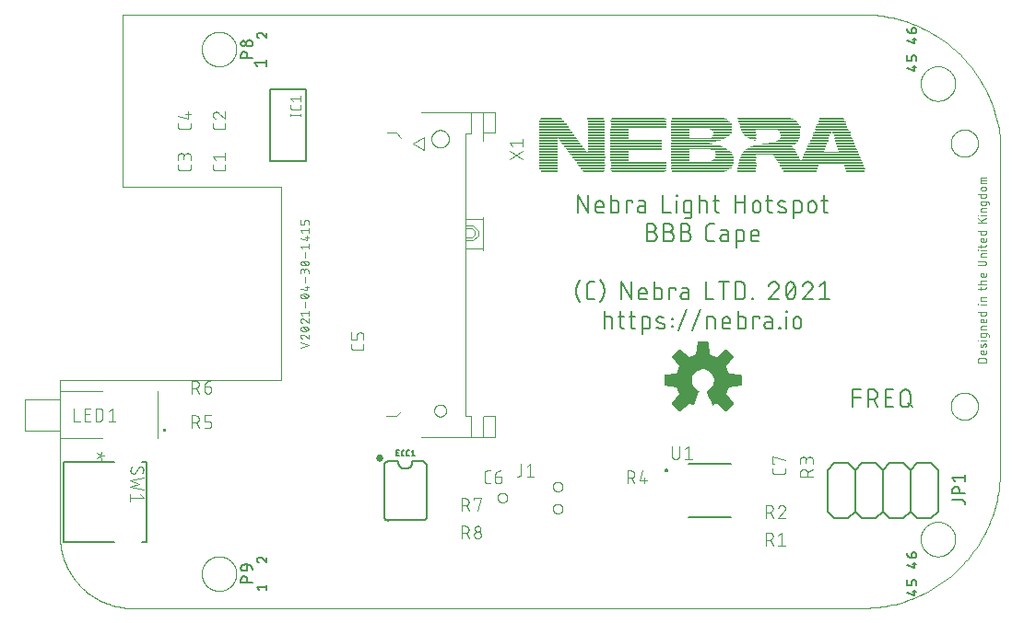
<source format=gto>
G04 EAGLE Gerber RS-274X export*
G75*
%MOMM*%
%FSLAX34Y34*%
%LPD*%
%INTop silk*%
%IPPOS*%
%AMOC8*
5,1,8,0,0,1.08239X$1,22.5*%
G01*
%ADD10C,0.000000*%
%ADD11C,0.152400*%
%ADD12R,1.524000X0.084838*%
%ADD13R,1.778000X0.084838*%
%ADD14R,4.826000X0.084838*%
%ADD15R,4.318000X0.084838*%
%ADD16R,1.694181X0.084838*%
%ADD17R,2.877819X0.084838*%
%ADD18R,1.437638X0.084838*%
%ADD19R,1.524000X0.084581*%
%ADD20R,1.864363X0.084581*%
%ADD21R,4.826000X0.084581*%
%ADD22R,1.694181X0.084581*%
%ADD23R,3.048000X0.084581*%
%ADD24R,1.610363X0.084581*%
%ADD25R,1.607819X0.084581*%
%ADD26R,1.948181X0.084581*%
%ADD27R,4.996181X0.084581*%
%ADD28R,1.607819X0.084838*%
%ADD29R,2.032000X0.084838*%
%ADD30R,4.996181X0.084838*%
%ADD31R,5.250181X0.084838*%
%ADD32R,3.218181X0.084838*%
%ADD33R,2.202181X0.084581*%
%ADD34R,5.080000X0.084581*%
%ADD35R,5.334000X0.084581*%
%ADD36R,3.302000X0.084581*%
%ADD37R,1.861819X0.084581*%
%ADD38R,5.163819X0.084581*%
%ADD39R,5.504181X0.084581*%
%ADD40R,1.778000X0.084581*%
%ADD41R,2.286000X0.084838*%
%ADD42R,5.163819X0.084838*%
%ADD43R,5.588000X0.084838*%
%ADD44R,3.469638X0.084838*%
%ADD45R,2.369819X0.084581*%
%ADD46R,5.588000X0.084581*%
%ADD47R,3.556000X0.084581*%
%ADD48R,2.456181X0.084581*%
%ADD49R,5.671819X0.084581*%
%ADD50R,2.456181X0.084838*%
%ADD51R,5.671819X0.084838*%
%ADD52R,1.610363X0.084838*%
%ADD53R,3.726181X0.084838*%
%ADD54R,2.540000X0.084581*%
%ADD55R,5.758181X0.084581*%
%ADD56R,7.703819X0.084581*%
%ADD57R,2.623819X0.084581*%
%ADD58R,7.787638X0.084581*%
%ADD59R,2.710181X0.084838*%
%ADD60R,5.758181X0.084838*%
%ADD61R,7.790181X0.084838*%
%ADD62R,2.710181X0.084581*%
%ADD63R,2.032000X0.084581*%
%ADD64R,7.790181X0.084581*%
%ADD65R,2.794000X0.084581*%
%ADD66R,5.420363X0.084581*%
%ADD67R,1.440181X0.084838*%
%ADD68R,5.420363X0.084838*%
%ADD69R,2.964181X0.084581*%
%ADD70R,1.440181X0.084581*%
%ADD71R,2.199638X0.084581*%
%ADD72R,1.356363X0.084581*%
%ADD73R,2.286000X0.084581*%
%ADD74R,5.247638X0.084581*%
%ADD75R,3.048000X0.084838*%
%ADD76R,1.356363X0.084838*%
%ADD77R,2.202181X0.084838*%
%ADD78R,3.131819X0.084581*%
%ADD79R,3.218181X0.084581*%
%ADD80R,4.909819X0.084838*%
%ADD81R,4.912363X0.084838*%
%ADD82R,4.909819X0.084581*%
%ADD83R,4.912363X0.084581*%
%ADD84R,1.691638X0.084581*%
%ADD85R,1.437638X0.084581*%
%ADD86R,4.742181X0.084581*%
%ADD87R,4.655819X0.084838*%
%ADD88R,4.572000X0.084838*%
%ADD89R,1.691638X0.084838*%
%ADD90R,4.488181X0.084581*%
%ADD91R,4.231638X0.084581*%
%ADD92R,4.742181X0.084838*%
%ADD93R,4.064000X0.084838*%
%ADD94R,3.893819X0.084581*%
%ADD95R,4.147819X0.084838*%
%ADD96R,3.302000X0.084838*%
%ADD97R,3.810000X0.084581*%
%ADD98R,2.118362X0.084838*%
%ADD99R,4.147819X0.084581*%
%ADD100R,0.170181X0.084581*%
%ADD101R,0.424181X0.084838*%
%ADD102R,1.861819X0.084838*%
%ADD103R,0.594363X0.084581*%
%ADD104R,3.388362X0.084581*%
%ADD105R,1.353819X0.084581*%
%ADD106R,0.762000X0.084581*%
%ADD107R,1.353819X0.084838*%
%ADD108R,0.932181X0.084838*%
%ADD109R,1.016000X0.084581*%
%ADD110R,1.102363X0.084581*%
%ADD111R,3.134362X0.084838*%
%ADD112R,1.186181X0.084838*%
%ADD113R,1.186181X0.084581*%
%ADD114R,1.270000X0.084581*%
%ADD115R,2.964181X0.084838*%
%ADD116R,1.948181X0.084838*%
%ADD117R,3.215638X0.084838*%
%ADD118R,2.880362X0.084581*%
%ADD119R,2.794000X0.084838*%
%ADD120R,5.504181X0.084838*%
%ADD121R,2.626362X0.084581*%
%ADD122R,2.540000X0.084838*%
%ADD123R,5.501638X0.084838*%
%ADD124R,5.501638X0.084581*%
%ADD125R,2.707638X0.084581*%
%ADD126R,5.417819X0.084581*%
%ADD127R,2.372362X0.084838*%
%ADD128R,5.417819X0.084838*%
%ADD129R,5.250181X0.084581*%
%ADD130R,2.372362X0.084581*%
%ADD131R,2.115819X0.084838*%
%ADD132R,5.166362X0.084838*%
%ADD133R,4.401819X0.084838*%
%ADD134C,0.076200*%
%ADD135C,0.101600*%
%ADD136C,0.100000*%
%ADD137C,0.100000*%
%ADD138C,0.200000*%
%ADD139C,0.200000*%
%ADD140C,0.203200*%
%ADD141C,0.127000*%

G36*
X612183Y181236D02*
X612183Y181236D01*
X612291Y181246D01*
X612304Y181252D01*
X612318Y181254D01*
X612415Y181302D01*
X612514Y181347D01*
X612527Y181358D01*
X612536Y181362D01*
X612551Y181378D01*
X612628Y181440D01*
X618660Y187472D01*
X618710Y187543D01*
X618715Y187548D01*
X618717Y187551D01*
X618723Y187560D01*
X618789Y187646D01*
X618794Y187659D01*
X618802Y187671D01*
X618833Y187774D01*
X618869Y187877D01*
X618869Y187891D01*
X618873Y187904D01*
X618869Y188012D01*
X618870Y188121D01*
X618865Y188134D01*
X618865Y188148D01*
X618827Y188250D01*
X618792Y188352D01*
X618783Y188367D01*
X618779Y188376D01*
X618765Y188393D01*
X618711Y188475D01*
X611857Y196881D01*
X612895Y198767D01*
X612903Y198789D01*
X612931Y198841D01*
X613948Y201297D01*
X613954Y201320D01*
X613976Y201375D01*
X614575Y203443D01*
X625365Y204540D01*
X625469Y204568D01*
X625575Y204593D01*
X625587Y204600D01*
X625600Y204603D01*
X625690Y204664D01*
X625783Y204721D01*
X625791Y204732D01*
X625803Y204740D01*
X625869Y204826D01*
X625938Y204910D01*
X625942Y204923D01*
X625951Y204934D01*
X625985Y205037D01*
X626024Y205138D01*
X626025Y205156D01*
X626029Y205165D01*
X626029Y205187D01*
X626038Y205285D01*
X626038Y213815D01*
X626021Y213922D01*
X626007Y214030D01*
X626001Y214042D01*
X625999Y214056D01*
X625947Y214152D01*
X625900Y214249D01*
X625890Y214259D01*
X625884Y214271D01*
X625804Y214345D01*
X625728Y214422D01*
X625716Y214428D01*
X625706Y214438D01*
X625607Y214483D01*
X625510Y214531D01*
X625492Y214535D01*
X625483Y214539D01*
X625462Y214541D01*
X625365Y214560D01*
X614575Y215657D01*
X613976Y217725D01*
X613965Y217746D01*
X613948Y217803D01*
X613155Y219719D01*
X612931Y220259D01*
X612918Y220279D01*
X612895Y220333D01*
X611857Y222219D01*
X618711Y230625D01*
X618765Y230719D01*
X618822Y230811D01*
X618825Y230824D01*
X618832Y230836D01*
X618853Y230943D01*
X618878Y231048D01*
X618876Y231062D01*
X618879Y231076D01*
X618864Y231183D01*
X618854Y231291D01*
X618848Y231304D01*
X618846Y231318D01*
X618798Y231415D01*
X618753Y231514D01*
X618742Y231527D01*
X618738Y231536D01*
X618722Y231551D01*
X618660Y231628D01*
X612628Y237660D01*
X612540Y237723D01*
X612454Y237789D01*
X612441Y237794D01*
X612429Y237802D01*
X612326Y237833D01*
X612223Y237869D01*
X612209Y237869D01*
X612196Y237873D01*
X612088Y237869D01*
X611979Y237870D01*
X611966Y237865D01*
X611952Y237865D01*
X611850Y237827D01*
X611748Y237792D01*
X611733Y237783D01*
X611724Y237779D01*
X611707Y237765D01*
X611625Y237711D01*
X603219Y230857D01*
X601333Y231895D01*
X601311Y231903D01*
X601259Y231931D01*
X598803Y232948D01*
X598780Y232954D01*
X598725Y232976D01*
X596657Y233575D01*
X595560Y244365D01*
X595532Y244469D01*
X595507Y244575D01*
X595500Y244587D01*
X595497Y244600D01*
X595436Y244690D01*
X595379Y244783D01*
X595368Y244791D01*
X595360Y244803D01*
X595274Y244869D01*
X595190Y244938D01*
X595177Y244942D01*
X595166Y244951D01*
X595063Y244985D01*
X594962Y245024D01*
X594944Y245025D01*
X594935Y245029D01*
X594913Y245029D01*
X594815Y245038D01*
X586285Y245038D01*
X586178Y245021D01*
X586070Y245007D01*
X586058Y245001D01*
X586044Y244999D01*
X585948Y244947D01*
X585851Y244900D01*
X585841Y244890D01*
X585829Y244884D01*
X585755Y244804D01*
X585678Y244728D01*
X585672Y244716D01*
X585662Y244706D01*
X585617Y244607D01*
X585569Y244510D01*
X585565Y244492D01*
X585561Y244483D01*
X585559Y244462D01*
X585540Y244365D01*
X584443Y233575D01*
X582375Y232976D01*
X582354Y232965D01*
X582297Y232948D01*
X579841Y231931D01*
X579821Y231918D01*
X579767Y231895D01*
X577881Y230857D01*
X569475Y237711D01*
X569381Y237765D01*
X569289Y237822D01*
X569276Y237825D01*
X569264Y237832D01*
X569157Y237853D01*
X569052Y237878D01*
X569038Y237876D01*
X569024Y237879D01*
X568917Y237864D01*
X568809Y237854D01*
X568796Y237848D01*
X568783Y237846D01*
X568685Y237798D01*
X568586Y237753D01*
X568573Y237742D01*
X568564Y237738D01*
X568549Y237722D01*
X568472Y237660D01*
X562440Y231628D01*
X562377Y231540D01*
X562311Y231454D01*
X562306Y231441D01*
X562298Y231429D01*
X562267Y231326D01*
X562231Y231223D01*
X562231Y231209D01*
X562227Y231196D01*
X562231Y231088D01*
X562230Y230979D01*
X562235Y230966D01*
X562235Y230952D01*
X562273Y230850D01*
X562308Y230748D01*
X562317Y230733D01*
X562321Y230724D01*
X562335Y230707D01*
X562389Y230625D01*
X569243Y222219D01*
X568205Y220333D01*
X568197Y220311D01*
X568169Y220259D01*
X567152Y217803D01*
X567146Y217780D01*
X567124Y217725D01*
X566525Y215657D01*
X555735Y214560D01*
X555631Y214532D01*
X555525Y214507D01*
X555513Y214500D01*
X555500Y214497D01*
X555410Y214436D01*
X555317Y214379D01*
X555309Y214368D01*
X555297Y214360D01*
X555231Y214274D01*
X555163Y214190D01*
X555158Y214177D01*
X555149Y214166D01*
X555115Y214063D01*
X555076Y213962D01*
X555075Y213944D01*
X555071Y213935D01*
X555072Y213913D01*
X555062Y213815D01*
X555062Y205285D01*
X555079Y205178D01*
X555093Y205070D01*
X555099Y205058D01*
X555101Y205044D01*
X555153Y204948D01*
X555200Y204851D01*
X555210Y204841D01*
X555216Y204829D01*
X555296Y204755D01*
X555372Y204678D01*
X555384Y204672D01*
X555395Y204662D01*
X555493Y204617D01*
X555590Y204569D01*
X555608Y204565D01*
X555617Y204561D01*
X555638Y204559D01*
X555735Y204540D01*
X566525Y203443D01*
X567124Y201375D01*
X567135Y201354D01*
X567152Y201297D01*
X567207Y201164D01*
X568138Y198917D01*
X568138Y198916D01*
X568169Y198841D01*
X568182Y198821D01*
X568205Y198767D01*
X569243Y196881D01*
X562389Y188475D01*
X562335Y188381D01*
X562278Y188289D01*
X562275Y188276D01*
X562268Y188264D01*
X562247Y188157D01*
X562222Y188052D01*
X562224Y188038D01*
X562221Y188024D01*
X562236Y187917D01*
X562246Y187809D01*
X562252Y187796D01*
X562254Y187783D01*
X562302Y187685D01*
X562347Y187586D01*
X562358Y187573D01*
X562362Y187564D01*
X562378Y187549D01*
X562440Y187472D01*
X568472Y181440D01*
X568560Y181377D01*
X568646Y181311D01*
X568659Y181306D01*
X568671Y181298D01*
X568774Y181267D01*
X568877Y181231D01*
X568891Y181231D01*
X568904Y181227D01*
X569012Y181231D01*
X569121Y181230D01*
X569134Y181235D01*
X569148Y181235D01*
X569250Y181273D01*
X569352Y181308D01*
X569367Y181317D01*
X569376Y181321D01*
X569393Y181335D01*
X569475Y181389D01*
X577875Y188238D01*
X579162Y187506D01*
X579181Y187499D01*
X579217Y187478D01*
X581026Y186639D01*
X581064Y186629D01*
X581100Y186610D01*
X581181Y186596D01*
X581261Y186574D01*
X581301Y186576D01*
X581340Y186570D01*
X581422Y186583D01*
X581505Y186588D01*
X581542Y186603D01*
X581581Y186609D01*
X581654Y186648D01*
X581731Y186679D01*
X581761Y186705D01*
X581797Y186724D01*
X581853Y186784D01*
X581916Y186838D01*
X581936Y186873D01*
X581964Y186902D01*
X582033Y187032D01*
X587056Y199158D01*
X587082Y199270D01*
X587111Y199382D01*
X587110Y199389D01*
X587112Y199396D01*
X587100Y199510D01*
X587091Y199625D01*
X587089Y199631D01*
X587088Y199639D01*
X587040Y199743D01*
X586995Y199849D01*
X586990Y199854D01*
X586987Y199861D01*
X586909Y199945D01*
X586832Y200030D01*
X586824Y200035D01*
X586820Y200039D01*
X586807Y200046D01*
X586708Y200111D01*
X585130Y200926D01*
X583762Y201955D01*
X582586Y203199D01*
X581635Y204623D01*
X580935Y206186D01*
X580508Y207844D01*
X580364Y209546D01*
X580544Y211452D01*
X581075Y213287D01*
X581939Y214990D01*
X583106Y216502D01*
X584535Y217769D01*
X586175Y218748D01*
X587970Y219403D01*
X589855Y219711D01*
X591764Y219663D01*
X593631Y219258D01*
X595389Y218512D01*
X596977Y217451D01*
X598340Y216112D01*
X599428Y214542D01*
X600204Y212797D01*
X600640Y210937D01*
X600722Y209029D01*
X600446Y207139D01*
X599821Y205334D01*
X598871Y203677D01*
X597628Y202226D01*
X596136Y201034D01*
X594386Y200107D01*
X594297Y200040D01*
X594207Y199975D01*
X594200Y199966D01*
X594191Y199960D01*
X594129Y199867D01*
X594064Y199777D01*
X594061Y199766D01*
X594055Y199757D01*
X594026Y199650D01*
X593993Y199544D01*
X593994Y199533D01*
X593991Y199522D01*
X593997Y199410D01*
X594001Y199300D01*
X594005Y199286D01*
X594006Y199278D01*
X594013Y199260D01*
X594044Y199158D01*
X594454Y198167D01*
X595385Y195920D01*
X595385Y195919D01*
X596316Y193672D01*
X596317Y193672D01*
X597248Y191424D01*
X598179Y189176D01*
X599067Y187032D01*
X599088Y186998D01*
X599101Y186961D01*
X599152Y186895D01*
X599196Y186825D01*
X599227Y186800D01*
X599251Y186768D01*
X599320Y186723D01*
X599384Y186670D01*
X599422Y186656D01*
X599455Y186634D01*
X599535Y186613D01*
X599613Y186584D01*
X599653Y186583D01*
X599691Y186573D01*
X599774Y186579D01*
X599856Y186576D01*
X599895Y186588D01*
X599935Y186591D01*
X600074Y186639D01*
X601883Y187478D01*
X601899Y187489D01*
X601938Y187506D01*
X603225Y188238D01*
X611625Y181389D01*
X611719Y181335D01*
X611811Y181278D01*
X611824Y181275D01*
X611836Y181268D01*
X611943Y181247D01*
X612048Y181222D01*
X612062Y181224D01*
X612076Y181221D01*
X612183Y181236D01*
G37*
G36*
X294395Y135005D02*
X294395Y135005D01*
X294397Y135007D01*
X294398Y135006D01*
X295069Y135241D01*
X295070Y135242D01*
X295071Y135242D01*
X295673Y135620D01*
X295674Y135622D01*
X295676Y135622D01*
X296178Y136124D01*
X296178Y136126D01*
X296180Y136127D01*
X296558Y136729D01*
X296558Y136730D01*
X296559Y136731D01*
X296794Y137402D01*
X296794Y137404D01*
X296795Y137405D01*
X296874Y138111D01*
X296874Y138112D01*
X296873Y138113D01*
X296874Y138114D01*
X296795Y138820D01*
X296793Y138822D01*
X296794Y138823D01*
X296559Y139494D01*
X296558Y139495D01*
X296558Y139496D01*
X296180Y140098D01*
X296178Y140099D01*
X296178Y140101D01*
X295676Y140603D01*
X295674Y140603D01*
X295673Y140605D01*
X295071Y140983D01*
X295070Y140983D01*
X295069Y140984D01*
X294398Y141219D01*
X294396Y141219D01*
X294395Y141220D01*
X293689Y141299D01*
X293687Y141298D01*
X293686Y141299D01*
X292980Y141220D01*
X292978Y141218D01*
X292977Y141219D01*
X292306Y140984D01*
X292305Y140983D01*
X292304Y140983D01*
X291702Y140605D01*
X291701Y140603D01*
X291699Y140603D01*
X291197Y140101D01*
X291197Y140099D01*
X291195Y140098D01*
X290817Y139496D01*
X290817Y139495D01*
X290816Y139494D01*
X290581Y138823D01*
X290582Y138821D01*
X290580Y138820D01*
X290501Y138114D01*
X290502Y138112D01*
X290501Y138111D01*
X290580Y137405D01*
X290582Y137403D01*
X290581Y137402D01*
X290816Y136731D01*
X290817Y136730D01*
X290817Y136729D01*
X291195Y136127D01*
X291197Y136126D01*
X291197Y136124D01*
X291699Y135622D01*
X291701Y135622D01*
X291702Y135620D01*
X292304Y135242D01*
X292305Y135242D01*
X292306Y135241D01*
X292977Y135006D01*
X292979Y135007D01*
X292980Y135005D01*
X293686Y134926D01*
X293688Y134927D01*
X293689Y134926D01*
X294395Y135005D01*
G37*
D10*
X63500Y0D02*
X736600Y0D01*
X863600Y127000D02*
X863600Y431800D01*
X742950Y546100D02*
X57150Y546100D01*
X0Y209550D02*
X0Y63500D01*
X57150Y387350D02*
X57150Y546100D01*
X57150Y387350D02*
X203200Y387350D01*
X203200Y209550D01*
X0Y209550D01*
D11*
X476014Y363982D02*
X476014Y380238D01*
X485045Y363982D01*
X485045Y380238D01*
X494737Y363982D02*
X499252Y363982D01*
X494737Y363982D02*
X494636Y363984D01*
X494535Y363990D01*
X494434Y363999D01*
X494333Y364012D01*
X494233Y364029D01*
X494134Y364050D01*
X494036Y364074D01*
X493939Y364102D01*
X493842Y364134D01*
X493747Y364169D01*
X493654Y364208D01*
X493562Y364250D01*
X493471Y364296D01*
X493383Y364345D01*
X493296Y364397D01*
X493211Y364453D01*
X493128Y364511D01*
X493048Y364573D01*
X492970Y364638D01*
X492894Y364705D01*
X492821Y364775D01*
X492751Y364848D01*
X492684Y364924D01*
X492619Y365002D01*
X492557Y365082D01*
X492499Y365165D01*
X492443Y365250D01*
X492391Y365337D01*
X492342Y365425D01*
X492296Y365516D01*
X492254Y365608D01*
X492215Y365701D01*
X492180Y365796D01*
X492148Y365893D01*
X492120Y365990D01*
X492096Y366088D01*
X492075Y366187D01*
X492058Y366287D01*
X492045Y366388D01*
X492036Y366489D01*
X492030Y366590D01*
X492028Y366691D01*
X492027Y366691D02*
X492027Y371207D01*
X492028Y371207D02*
X492030Y371326D01*
X492036Y371446D01*
X492046Y371565D01*
X492060Y371683D01*
X492077Y371802D01*
X492099Y371919D01*
X492124Y372036D01*
X492154Y372151D01*
X492187Y372266D01*
X492224Y372380D01*
X492264Y372492D01*
X492309Y372603D01*
X492357Y372712D01*
X492408Y372820D01*
X492463Y372926D01*
X492522Y373030D01*
X492584Y373132D01*
X492649Y373232D01*
X492718Y373330D01*
X492790Y373426D01*
X492865Y373519D01*
X492942Y373609D01*
X493023Y373697D01*
X493107Y373782D01*
X493194Y373864D01*
X493283Y373944D01*
X493375Y374020D01*
X493469Y374094D01*
X493566Y374164D01*
X493664Y374231D01*
X493765Y374295D01*
X493869Y374355D01*
X493974Y374412D01*
X494081Y374465D01*
X494189Y374515D01*
X494299Y374561D01*
X494411Y374603D01*
X494524Y374642D01*
X494638Y374677D01*
X494753Y374708D01*
X494870Y374736D01*
X494987Y374759D01*
X495104Y374779D01*
X495223Y374795D01*
X495342Y374807D01*
X495461Y374815D01*
X495580Y374819D01*
X495700Y374819D01*
X495819Y374815D01*
X495938Y374807D01*
X496057Y374795D01*
X496176Y374779D01*
X496293Y374759D01*
X496410Y374736D01*
X496527Y374708D01*
X496642Y374677D01*
X496756Y374642D01*
X496869Y374603D01*
X496981Y374561D01*
X497091Y374515D01*
X497199Y374465D01*
X497306Y374412D01*
X497411Y374355D01*
X497515Y374295D01*
X497616Y374231D01*
X497714Y374164D01*
X497811Y374094D01*
X497905Y374020D01*
X497997Y373944D01*
X498086Y373864D01*
X498173Y373782D01*
X498257Y373697D01*
X498338Y373609D01*
X498415Y373519D01*
X498490Y373426D01*
X498562Y373330D01*
X498631Y373232D01*
X498696Y373132D01*
X498758Y373030D01*
X498817Y372926D01*
X498872Y372820D01*
X498923Y372712D01*
X498971Y372603D01*
X499016Y372492D01*
X499056Y372380D01*
X499093Y372266D01*
X499126Y372151D01*
X499156Y372036D01*
X499181Y371919D01*
X499203Y371802D01*
X499220Y371683D01*
X499234Y371565D01*
X499244Y371446D01*
X499250Y371326D01*
X499252Y371207D01*
X499252Y369401D01*
X492027Y369401D01*
X506169Y363982D02*
X506169Y380238D01*
X506169Y363982D02*
X510684Y363982D01*
X510788Y363984D01*
X510891Y363990D01*
X510995Y364000D01*
X511098Y364014D01*
X511200Y364032D01*
X511301Y364053D01*
X511402Y364079D01*
X511501Y364108D01*
X511600Y364141D01*
X511697Y364178D01*
X511792Y364219D01*
X511886Y364263D01*
X511978Y364311D01*
X512068Y364362D01*
X512157Y364417D01*
X512243Y364475D01*
X512326Y364537D01*
X512408Y364601D01*
X512486Y364669D01*
X512562Y364739D01*
X512636Y364812D01*
X512706Y364889D01*
X512774Y364967D01*
X512838Y365049D01*
X512900Y365132D01*
X512958Y365218D01*
X513013Y365307D01*
X513064Y365397D01*
X513112Y365489D01*
X513156Y365583D01*
X513197Y365678D01*
X513234Y365775D01*
X513267Y365874D01*
X513296Y365973D01*
X513322Y366074D01*
X513343Y366175D01*
X513361Y366277D01*
X513375Y366380D01*
X513385Y366484D01*
X513391Y366587D01*
X513393Y366691D01*
X513394Y366691D02*
X513394Y372110D01*
X513393Y372110D02*
X513391Y372211D01*
X513385Y372312D01*
X513376Y372413D01*
X513363Y372514D01*
X513346Y372614D01*
X513325Y372713D01*
X513301Y372811D01*
X513273Y372908D01*
X513241Y373005D01*
X513206Y373100D01*
X513167Y373193D01*
X513125Y373285D01*
X513079Y373376D01*
X513030Y373465D01*
X512978Y373551D01*
X512922Y373636D01*
X512864Y373719D01*
X512802Y373799D01*
X512737Y373877D01*
X512670Y373953D01*
X512600Y374026D01*
X512527Y374096D01*
X512451Y374163D01*
X512373Y374228D01*
X512293Y374290D01*
X512210Y374348D01*
X512125Y374404D01*
X512039Y374456D01*
X511950Y374505D01*
X511859Y374551D01*
X511767Y374593D01*
X511674Y374632D01*
X511579Y374667D01*
X511482Y374699D01*
X511385Y374727D01*
X511287Y374751D01*
X511188Y374772D01*
X511088Y374789D01*
X510987Y374802D01*
X510886Y374811D01*
X510785Y374817D01*
X510684Y374819D01*
X506169Y374819D01*
X520248Y374819D02*
X520248Y363982D01*
X520248Y374819D02*
X525667Y374819D01*
X525667Y373013D01*
X533672Y370304D02*
X537736Y370304D01*
X533672Y370304D02*
X533560Y370302D01*
X533449Y370296D01*
X533338Y370286D01*
X533227Y370273D01*
X533117Y370255D01*
X533008Y370233D01*
X532899Y370208D01*
X532791Y370179D01*
X532685Y370146D01*
X532579Y370109D01*
X532475Y370069D01*
X532373Y370025D01*
X532272Y369977D01*
X532173Y369926D01*
X532075Y369871D01*
X531980Y369813D01*
X531887Y369752D01*
X531796Y369687D01*
X531707Y369619D01*
X531621Y369548D01*
X531538Y369475D01*
X531457Y369398D01*
X531378Y369318D01*
X531303Y369236D01*
X531231Y369151D01*
X531161Y369064D01*
X531095Y368974D01*
X531032Y368882D01*
X530972Y368787D01*
X530916Y368691D01*
X530863Y368593D01*
X530814Y368493D01*
X530768Y368391D01*
X530726Y368288D01*
X530687Y368183D01*
X530652Y368077D01*
X530621Y367970D01*
X530594Y367862D01*
X530570Y367753D01*
X530551Y367643D01*
X530535Y367533D01*
X530523Y367422D01*
X530515Y367310D01*
X530511Y367199D01*
X530511Y367087D01*
X530515Y366976D01*
X530523Y366864D01*
X530535Y366753D01*
X530551Y366643D01*
X530570Y366533D01*
X530594Y366424D01*
X530621Y366316D01*
X530652Y366209D01*
X530687Y366103D01*
X530726Y365998D01*
X530768Y365895D01*
X530814Y365793D01*
X530863Y365693D01*
X530916Y365595D01*
X530972Y365499D01*
X531032Y365404D01*
X531095Y365312D01*
X531161Y365222D01*
X531231Y365135D01*
X531303Y365050D01*
X531378Y364968D01*
X531457Y364888D01*
X531538Y364811D01*
X531621Y364738D01*
X531707Y364667D01*
X531796Y364599D01*
X531887Y364534D01*
X531980Y364473D01*
X532075Y364415D01*
X532173Y364360D01*
X532272Y364309D01*
X532373Y364261D01*
X532475Y364217D01*
X532579Y364177D01*
X532685Y364140D01*
X532791Y364107D01*
X532899Y364078D01*
X533008Y364053D01*
X533117Y364031D01*
X533227Y364013D01*
X533338Y364000D01*
X533449Y363990D01*
X533560Y363984D01*
X533672Y363982D01*
X537736Y363982D01*
X537736Y372110D01*
X537734Y372211D01*
X537728Y372312D01*
X537719Y372413D01*
X537706Y372514D01*
X537689Y372614D01*
X537668Y372713D01*
X537644Y372811D01*
X537616Y372908D01*
X537584Y373005D01*
X537549Y373100D01*
X537510Y373193D01*
X537468Y373285D01*
X537422Y373376D01*
X537373Y373465D01*
X537321Y373551D01*
X537265Y373636D01*
X537207Y373719D01*
X537145Y373799D01*
X537080Y373877D01*
X537013Y373953D01*
X536943Y374026D01*
X536870Y374096D01*
X536794Y374163D01*
X536716Y374228D01*
X536636Y374290D01*
X536553Y374348D01*
X536468Y374404D01*
X536382Y374456D01*
X536293Y374505D01*
X536202Y374551D01*
X536110Y374593D01*
X536017Y374632D01*
X535922Y374667D01*
X535825Y374699D01*
X535728Y374727D01*
X535630Y374751D01*
X535531Y374772D01*
X535431Y374789D01*
X535330Y374802D01*
X535229Y374811D01*
X535128Y374817D01*
X535027Y374819D01*
X531414Y374819D01*
X553679Y380238D02*
X553679Y363982D01*
X560904Y363982D01*
X566501Y363982D02*
X566501Y374819D01*
X566050Y379335D02*
X566050Y380238D01*
X566953Y380238D01*
X566953Y379335D01*
X566050Y379335D01*
X575425Y363982D02*
X579940Y363982D01*
X575425Y363982D02*
X575324Y363984D01*
X575223Y363990D01*
X575122Y363999D01*
X575021Y364012D01*
X574921Y364029D01*
X574822Y364050D01*
X574724Y364074D01*
X574627Y364102D01*
X574530Y364134D01*
X574435Y364169D01*
X574342Y364208D01*
X574250Y364250D01*
X574159Y364296D01*
X574071Y364345D01*
X573984Y364397D01*
X573899Y364453D01*
X573816Y364511D01*
X573736Y364573D01*
X573658Y364638D01*
X573582Y364705D01*
X573509Y364775D01*
X573439Y364848D01*
X573372Y364924D01*
X573307Y365002D01*
X573245Y365082D01*
X573187Y365165D01*
X573131Y365250D01*
X573079Y365337D01*
X573030Y365425D01*
X572984Y365516D01*
X572942Y365608D01*
X572903Y365701D01*
X572868Y365796D01*
X572836Y365893D01*
X572808Y365990D01*
X572784Y366088D01*
X572763Y366187D01*
X572746Y366287D01*
X572733Y366388D01*
X572724Y366489D01*
X572718Y366590D01*
X572716Y366691D01*
X572715Y366691D02*
X572715Y372110D01*
X572716Y372110D02*
X572718Y372211D01*
X572724Y372312D01*
X572733Y372413D01*
X572746Y372514D01*
X572763Y372614D01*
X572784Y372713D01*
X572808Y372811D01*
X572836Y372908D01*
X572868Y373005D01*
X572903Y373100D01*
X572942Y373193D01*
X572984Y373285D01*
X573030Y373376D01*
X573079Y373465D01*
X573131Y373551D01*
X573187Y373636D01*
X573245Y373719D01*
X573307Y373799D01*
X573372Y373877D01*
X573439Y373953D01*
X573509Y374026D01*
X573582Y374096D01*
X573658Y374163D01*
X573736Y374228D01*
X573816Y374290D01*
X573899Y374348D01*
X573984Y374404D01*
X574071Y374456D01*
X574159Y374505D01*
X574250Y374551D01*
X574342Y374593D01*
X574435Y374632D01*
X574530Y374667D01*
X574627Y374699D01*
X574724Y374727D01*
X574822Y374751D01*
X574921Y374772D01*
X575021Y374789D01*
X575122Y374802D01*
X575223Y374811D01*
X575324Y374817D01*
X575425Y374819D01*
X579940Y374819D01*
X579940Y361273D01*
X579938Y361169D01*
X579932Y361066D01*
X579922Y360962D01*
X579908Y360859D01*
X579890Y360757D01*
X579869Y360656D01*
X579843Y360555D01*
X579814Y360456D01*
X579781Y360357D01*
X579744Y360260D01*
X579703Y360165D01*
X579659Y360071D01*
X579611Y359979D01*
X579560Y359889D01*
X579505Y359800D01*
X579447Y359714D01*
X579385Y359631D01*
X579321Y359549D01*
X579253Y359471D01*
X579183Y359395D01*
X579110Y359321D01*
X579033Y359251D01*
X578955Y359183D01*
X578873Y359119D01*
X578790Y359057D01*
X578704Y358999D01*
X578615Y358944D01*
X578525Y358893D01*
X578433Y358845D01*
X578339Y358801D01*
X578244Y358760D01*
X578147Y358723D01*
X578048Y358690D01*
X577949Y358661D01*
X577848Y358635D01*
X577747Y358614D01*
X577645Y358596D01*
X577542Y358582D01*
X577438Y358572D01*
X577335Y358566D01*
X577231Y358564D01*
X577231Y358563D02*
X573618Y358563D01*
X587378Y363982D02*
X587378Y380238D01*
X587378Y374819D02*
X591893Y374819D01*
X591997Y374817D01*
X592100Y374811D01*
X592204Y374801D01*
X592307Y374787D01*
X592409Y374769D01*
X592510Y374748D01*
X592611Y374722D01*
X592710Y374693D01*
X592809Y374660D01*
X592906Y374623D01*
X593001Y374582D01*
X593095Y374538D01*
X593187Y374490D01*
X593277Y374439D01*
X593366Y374384D01*
X593452Y374326D01*
X593535Y374264D01*
X593617Y374200D01*
X593695Y374132D01*
X593771Y374062D01*
X593845Y373989D01*
X593915Y373912D01*
X593983Y373834D01*
X594047Y373752D01*
X594109Y373669D01*
X594167Y373583D01*
X594222Y373494D01*
X594273Y373404D01*
X594321Y373312D01*
X594365Y373218D01*
X594406Y373123D01*
X594443Y373026D01*
X594476Y372927D01*
X594505Y372828D01*
X594531Y372727D01*
X594552Y372626D01*
X594570Y372524D01*
X594584Y372421D01*
X594594Y372317D01*
X594600Y372214D01*
X594602Y372110D01*
X594603Y372110D02*
X594603Y363982D01*
X600149Y374819D02*
X605567Y374819D01*
X601955Y380238D02*
X601955Y366691D01*
X601957Y366590D01*
X601963Y366489D01*
X601972Y366388D01*
X601985Y366287D01*
X602002Y366187D01*
X602023Y366088D01*
X602047Y365990D01*
X602075Y365893D01*
X602107Y365796D01*
X602142Y365701D01*
X602181Y365608D01*
X602223Y365516D01*
X602269Y365425D01*
X602318Y365337D01*
X602370Y365250D01*
X602426Y365165D01*
X602484Y365082D01*
X602546Y365002D01*
X602611Y364924D01*
X602678Y364848D01*
X602748Y364775D01*
X602821Y364705D01*
X602897Y364638D01*
X602975Y364573D01*
X603055Y364511D01*
X603138Y364453D01*
X603223Y364397D01*
X603310Y364345D01*
X603398Y364296D01*
X603489Y364250D01*
X603581Y364208D01*
X603674Y364169D01*
X603769Y364134D01*
X603866Y364102D01*
X603963Y364074D01*
X604061Y364050D01*
X604160Y364029D01*
X604260Y364012D01*
X604361Y363999D01*
X604462Y363990D01*
X604563Y363984D01*
X604664Y363982D01*
X605567Y363982D01*
X620342Y363982D02*
X620342Y380238D01*
X620342Y373013D02*
X629373Y373013D01*
X629373Y380238D02*
X629373Y363982D01*
X636356Y367594D02*
X636356Y371207D01*
X636358Y371326D01*
X636364Y371446D01*
X636374Y371565D01*
X636388Y371683D01*
X636405Y371802D01*
X636427Y371919D01*
X636452Y372036D01*
X636482Y372151D01*
X636515Y372266D01*
X636552Y372380D01*
X636592Y372492D01*
X636637Y372603D01*
X636685Y372712D01*
X636736Y372820D01*
X636791Y372926D01*
X636850Y373030D01*
X636912Y373132D01*
X636977Y373232D01*
X637046Y373330D01*
X637118Y373426D01*
X637193Y373519D01*
X637270Y373609D01*
X637351Y373697D01*
X637435Y373782D01*
X637522Y373864D01*
X637611Y373944D01*
X637703Y374020D01*
X637797Y374094D01*
X637894Y374164D01*
X637992Y374231D01*
X638093Y374295D01*
X638197Y374355D01*
X638302Y374412D01*
X638409Y374465D01*
X638517Y374515D01*
X638627Y374561D01*
X638739Y374603D01*
X638852Y374642D01*
X638966Y374677D01*
X639081Y374708D01*
X639198Y374736D01*
X639315Y374759D01*
X639432Y374779D01*
X639551Y374795D01*
X639670Y374807D01*
X639789Y374815D01*
X639908Y374819D01*
X640028Y374819D01*
X640147Y374815D01*
X640266Y374807D01*
X640385Y374795D01*
X640504Y374779D01*
X640621Y374759D01*
X640738Y374736D01*
X640855Y374708D01*
X640970Y374677D01*
X641084Y374642D01*
X641197Y374603D01*
X641309Y374561D01*
X641419Y374515D01*
X641527Y374465D01*
X641634Y374412D01*
X641739Y374355D01*
X641843Y374295D01*
X641944Y374231D01*
X642042Y374164D01*
X642139Y374094D01*
X642233Y374020D01*
X642325Y373944D01*
X642414Y373864D01*
X642501Y373782D01*
X642585Y373697D01*
X642666Y373609D01*
X642743Y373519D01*
X642818Y373426D01*
X642890Y373330D01*
X642959Y373232D01*
X643024Y373132D01*
X643086Y373030D01*
X643145Y372926D01*
X643200Y372820D01*
X643251Y372712D01*
X643299Y372603D01*
X643344Y372492D01*
X643384Y372380D01*
X643421Y372266D01*
X643454Y372151D01*
X643484Y372036D01*
X643509Y371919D01*
X643531Y371802D01*
X643548Y371683D01*
X643562Y371565D01*
X643572Y371446D01*
X643578Y371326D01*
X643580Y371207D01*
X643580Y367594D01*
X643578Y367475D01*
X643572Y367355D01*
X643562Y367236D01*
X643548Y367118D01*
X643531Y366999D01*
X643509Y366882D01*
X643484Y366765D01*
X643454Y366650D01*
X643421Y366535D01*
X643384Y366421D01*
X643344Y366309D01*
X643299Y366198D01*
X643251Y366089D01*
X643200Y365981D01*
X643145Y365875D01*
X643086Y365771D01*
X643024Y365669D01*
X642959Y365569D01*
X642890Y365471D01*
X642818Y365375D01*
X642743Y365282D01*
X642666Y365192D01*
X642585Y365104D01*
X642501Y365019D01*
X642414Y364937D01*
X642325Y364857D01*
X642233Y364781D01*
X642139Y364707D01*
X642042Y364637D01*
X641944Y364570D01*
X641843Y364506D01*
X641739Y364446D01*
X641634Y364389D01*
X641527Y364336D01*
X641419Y364286D01*
X641309Y364240D01*
X641197Y364198D01*
X641084Y364159D01*
X640970Y364124D01*
X640855Y364093D01*
X640738Y364065D01*
X640621Y364042D01*
X640504Y364022D01*
X640385Y364006D01*
X640266Y363994D01*
X640147Y363986D01*
X640028Y363982D01*
X639908Y363982D01*
X639789Y363986D01*
X639670Y363994D01*
X639551Y364006D01*
X639432Y364022D01*
X639315Y364042D01*
X639198Y364065D01*
X639081Y364093D01*
X638966Y364124D01*
X638852Y364159D01*
X638739Y364198D01*
X638627Y364240D01*
X638517Y364286D01*
X638409Y364336D01*
X638302Y364389D01*
X638197Y364446D01*
X638093Y364506D01*
X637992Y364570D01*
X637894Y364637D01*
X637797Y364707D01*
X637703Y364781D01*
X637611Y364857D01*
X637522Y364937D01*
X637435Y365019D01*
X637351Y365104D01*
X637270Y365192D01*
X637193Y365282D01*
X637118Y365375D01*
X637046Y365471D01*
X636977Y365569D01*
X636912Y365669D01*
X636850Y365771D01*
X636791Y365875D01*
X636736Y365981D01*
X636685Y366089D01*
X636637Y366198D01*
X636592Y366309D01*
X636552Y366421D01*
X636515Y366535D01*
X636482Y366650D01*
X636452Y366765D01*
X636427Y366882D01*
X636405Y366999D01*
X636388Y367118D01*
X636374Y367236D01*
X636364Y367355D01*
X636358Y367475D01*
X636356Y367594D01*
X648605Y374819D02*
X654024Y374819D01*
X650412Y380238D02*
X650412Y366691D01*
X650414Y366590D01*
X650420Y366489D01*
X650429Y366388D01*
X650442Y366287D01*
X650459Y366187D01*
X650480Y366088D01*
X650504Y365990D01*
X650532Y365893D01*
X650564Y365796D01*
X650599Y365701D01*
X650638Y365608D01*
X650680Y365516D01*
X650726Y365425D01*
X650775Y365337D01*
X650827Y365250D01*
X650883Y365165D01*
X650941Y365082D01*
X651003Y365002D01*
X651068Y364924D01*
X651135Y364848D01*
X651205Y364775D01*
X651278Y364705D01*
X651354Y364638D01*
X651432Y364573D01*
X651512Y364511D01*
X651595Y364453D01*
X651680Y364397D01*
X651767Y364345D01*
X651855Y364296D01*
X651946Y364250D01*
X652038Y364208D01*
X652131Y364169D01*
X652226Y364134D01*
X652323Y364102D01*
X652420Y364074D01*
X652518Y364050D01*
X652617Y364029D01*
X652717Y364012D01*
X652818Y363999D01*
X652919Y363990D01*
X653020Y363984D01*
X653121Y363982D01*
X654024Y363982D01*
X661157Y370304D02*
X665673Y368498D01*
X661157Y370304D02*
X661069Y370341D01*
X660983Y370382D01*
X660898Y370426D01*
X660815Y370474D01*
X660735Y370525D01*
X660656Y370579D01*
X660580Y370637D01*
X660506Y370697D01*
X660434Y370761D01*
X660366Y370827D01*
X660300Y370897D01*
X660237Y370968D01*
X660176Y371043D01*
X660119Y371119D01*
X660066Y371198D01*
X660015Y371279D01*
X659968Y371362D01*
X659924Y371447D01*
X659884Y371534D01*
X659847Y371622D01*
X659814Y371712D01*
X659784Y371803D01*
X659759Y371895D01*
X659737Y371988D01*
X659719Y372082D01*
X659704Y372176D01*
X659694Y372271D01*
X659688Y372367D01*
X659685Y372462D01*
X659686Y372558D01*
X659692Y372653D01*
X659701Y372749D01*
X659714Y372843D01*
X659730Y372937D01*
X659751Y373031D01*
X659776Y373123D01*
X659804Y373214D01*
X659836Y373304D01*
X659871Y373393D01*
X659910Y373480D01*
X659953Y373566D01*
X659999Y373650D01*
X660049Y373731D01*
X660101Y373811D01*
X660157Y373889D01*
X660217Y373964D01*
X660279Y374036D01*
X660344Y374106D01*
X660412Y374174D01*
X660482Y374238D01*
X660555Y374300D01*
X660631Y374358D01*
X660709Y374414D01*
X660789Y374466D01*
X660871Y374515D01*
X660955Y374560D01*
X661041Y374602D01*
X661128Y374641D01*
X661217Y374676D01*
X661308Y374707D01*
X661399Y374734D01*
X661492Y374758D01*
X661585Y374778D01*
X661679Y374794D01*
X661774Y374806D01*
X661869Y374815D01*
X661965Y374819D01*
X662060Y374820D01*
X662307Y374813D01*
X662553Y374801D01*
X662799Y374783D01*
X663045Y374758D01*
X663289Y374728D01*
X663533Y374692D01*
X663776Y374651D01*
X664018Y374603D01*
X664259Y374549D01*
X664498Y374490D01*
X664736Y374425D01*
X664972Y374354D01*
X665207Y374278D01*
X665440Y374196D01*
X665670Y374108D01*
X665898Y374015D01*
X666125Y373917D01*
X665673Y368497D02*
X665761Y368460D01*
X665847Y368419D01*
X665932Y368375D01*
X666015Y368327D01*
X666095Y368276D01*
X666174Y368222D01*
X666250Y368164D01*
X666324Y368104D01*
X666396Y368040D01*
X666464Y367974D01*
X666530Y367904D01*
X666593Y367833D01*
X666654Y367758D01*
X666711Y367682D01*
X666764Y367603D01*
X666815Y367522D01*
X666862Y367439D01*
X666906Y367354D01*
X666946Y367267D01*
X666983Y367179D01*
X667016Y367089D01*
X667046Y366998D01*
X667071Y366906D01*
X667093Y366813D01*
X667111Y366719D01*
X667126Y366625D01*
X667136Y366530D01*
X667142Y366434D01*
X667145Y366339D01*
X667144Y366243D01*
X667138Y366148D01*
X667129Y366052D01*
X667116Y365958D01*
X667100Y365864D01*
X667079Y365770D01*
X667054Y365678D01*
X667026Y365587D01*
X666994Y365497D01*
X666959Y365408D01*
X666920Y365321D01*
X666877Y365235D01*
X666831Y365151D01*
X666781Y365070D01*
X666729Y364990D01*
X666673Y364912D01*
X666613Y364837D01*
X666551Y364765D01*
X666486Y364695D01*
X666418Y364627D01*
X666348Y364563D01*
X666275Y364501D01*
X666199Y364443D01*
X666121Y364387D01*
X666041Y364335D01*
X665959Y364286D01*
X665875Y364241D01*
X665789Y364199D01*
X665702Y364160D01*
X665613Y364125D01*
X665522Y364094D01*
X665431Y364067D01*
X665338Y364043D01*
X665245Y364023D01*
X665151Y364007D01*
X665056Y363995D01*
X664961Y363986D01*
X664865Y363982D01*
X664770Y363981D01*
X664769Y363982D02*
X664407Y363991D01*
X664045Y364009D01*
X663684Y364036D01*
X663324Y364071D01*
X662964Y364114D01*
X662605Y364166D01*
X662248Y364227D01*
X661893Y364296D01*
X661539Y364373D01*
X661187Y364459D01*
X660837Y364553D01*
X660489Y364656D01*
X660144Y364766D01*
X659802Y364885D01*
X673944Y358563D02*
X673944Y374819D01*
X678459Y374819D01*
X678563Y374817D01*
X678666Y374811D01*
X678770Y374801D01*
X678873Y374787D01*
X678975Y374769D01*
X679076Y374748D01*
X679177Y374722D01*
X679276Y374693D01*
X679375Y374660D01*
X679472Y374623D01*
X679567Y374582D01*
X679661Y374538D01*
X679753Y374490D01*
X679843Y374439D01*
X679932Y374384D01*
X680018Y374326D01*
X680101Y374264D01*
X680183Y374200D01*
X680261Y374132D01*
X680337Y374062D01*
X680411Y373989D01*
X680481Y373912D01*
X680549Y373834D01*
X680613Y373752D01*
X680675Y373669D01*
X680733Y373583D01*
X680788Y373494D01*
X680839Y373404D01*
X680887Y373312D01*
X680931Y373218D01*
X680972Y373123D01*
X681009Y373026D01*
X681042Y372927D01*
X681071Y372828D01*
X681097Y372727D01*
X681118Y372626D01*
X681136Y372524D01*
X681150Y372421D01*
X681160Y372317D01*
X681166Y372214D01*
X681168Y372110D01*
X681169Y372110D02*
X681169Y366691D01*
X681168Y366691D02*
X681166Y366590D01*
X681160Y366489D01*
X681151Y366388D01*
X681138Y366287D01*
X681121Y366187D01*
X681100Y366088D01*
X681076Y365990D01*
X681048Y365893D01*
X681016Y365796D01*
X680981Y365701D01*
X680942Y365608D01*
X680900Y365516D01*
X680854Y365425D01*
X680805Y365337D01*
X680753Y365250D01*
X680697Y365165D01*
X680639Y365082D01*
X680577Y365002D01*
X680512Y364924D01*
X680445Y364848D01*
X680375Y364775D01*
X680302Y364705D01*
X680226Y364638D01*
X680148Y364573D01*
X680068Y364511D01*
X679985Y364453D01*
X679900Y364397D01*
X679814Y364345D01*
X679725Y364296D01*
X679634Y364250D01*
X679542Y364208D01*
X679449Y364169D01*
X679354Y364134D01*
X679257Y364102D01*
X679160Y364074D01*
X679062Y364050D01*
X678963Y364029D01*
X678863Y364012D01*
X678762Y363999D01*
X678661Y363990D01*
X678560Y363984D01*
X678459Y363982D01*
X673944Y363982D01*
X687418Y367594D02*
X687418Y371207D01*
X687420Y371326D01*
X687426Y371446D01*
X687436Y371565D01*
X687450Y371683D01*
X687467Y371802D01*
X687489Y371919D01*
X687514Y372036D01*
X687544Y372151D01*
X687577Y372266D01*
X687614Y372380D01*
X687654Y372492D01*
X687699Y372603D01*
X687747Y372712D01*
X687798Y372820D01*
X687853Y372926D01*
X687912Y373030D01*
X687974Y373132D01*
X688039Y373232D01*
X688108Y373330D01*
X688180Y373426D01*
X688255Y373519D01*
X688332Y373609D01*
X688413Y373697D01*
X688497Y373782D01*
X688584Y373864D01*
X688673Y373944D01*
X688765Y374020D01*
X688859Y374094D01*
X688956Y374164D01*
X689054Y374231D01*
X689155Y374295D01*
X689259Y374355D01*
X689364Y374412D01*
X689471Y374465D01*
X689579Y374515D01*
X689689Y374561D01*
X689801Y374603D01*
X689914Y374642D01*
X690028Y374677D01*
X690143Y374708D01*
X690260Y374736D01*
X690377Y374759D01*
X690494Y374779D01*
X690613Y374795D01*
X690732Y374807D01*
X690851Y374815D01*
X690970Y374819D01*
X691090Y374819D01*
X691209Y374815D01*
X691328Y374807D01*
X691447Y374795D01*
X691566Y374779D01*
X691683Y374759D01*
X691800Y374736D01*
X691917Y374708D01*
X692032Y374677D01*
X692146Y374642D01*
X692259Y374603D01*
X692371Y374561D01*
X692481Y374515D01*
X692589Y374465D01*
X692696Y374412D01*
X692801Y374355D01*
X692905Y374295D01*
X693006Y374231D01*
X693104Y374164D01*
X693201Y374094D01*
X693295Y374020D01*
X693387Y373944D01*
X693476Y373864D01*
X693563Y373782D01*
X693647Y373697D01*
X693728Y373609D01*
X693805Y373519D01*
X693880Y373426D01*
X693952Y373330D01*
X694021Y373232D01*
X694086Y373132D01*
X694148Y373030D01*
X694207Y372926D01*
X694262Y372820D01*
X694313Y372712D01*
X694361Y372603D01*
X694406Y372492D01*
X694446Y372380D01*
X694483Y372266D01*
X694516Y372151D01*
X694546Y372036D01*
X694571Y371919D01*
X694593Y371802D01*
X694610Y371683D01*
X694624Y371565D01*
X694634Y371446D01*
X694640Y371326D01*
X694642Y371207D01*
X694642Y367594D01*
X694640Y367475D01*
X694634Y367355D01*
X694624Y367236D01*
X694610Y367118D01*
X694593Y366999D01*
X694571Y366882D01*
X694546Y366765D01*
X694516Y366650D01*
X694483Y366535D01*
X694446Y366421D01*
X694406Y366309D01*
X694361Y366198D01*
X694313Y366089D01*
X694262Y365981D01*
X694207Y365875D01*
X694148Y365771D01*
X694086Y365669D01*
X694021Y365569D01*
X693952Y365471D01*
X693880Y365375D01*
X693805Y365282D01*
X693728Y365192D01*
X693647Y365104D01*
X693563Y365019D01*
X693476Y364937D01*
X693387Y364857D01*
X693295Y364781D01*
X693201Y364707D01*
X693104Y364637D01*
X693006Y364570D01*
X692905Y364506D01*
X692801Y364446D01*
X692696Y364389D01*
X692589Y364336D01*
X692481Y364286D01*
X692371Y364240D01*
X692259Y364198D01*
X692146Y364159D01*
X692032Y364124D01*
X691917Y364093D01*
X691800Y364065D01*
X691683Y364042D01*
X691566Y364022D01*
X691447Y364006D01*
X691328Y363994D01*
X691209Y363986D01*
X691090Y363982D01*
X690970Y363982D01*
X690851Y363986D01*
X690732Y363994D01*
X690613Y364006D01*
X690494Y364022D01*
X690377Y364042D01*
X690260Y364065D01*
X690143Y364093D01*
X690028Y364124D01*
X689914Y364159D01*
X689801Y364198D01*
X689689Y364240D01*
X689579Y364286D01*
X689471Y364336D01*
X689364Y364389D01*
X689259Y364446D01*
X689155Y364506D01*
X689054Y364570D01*
X688956Y364637D01*
X688859Y364707D01*
X688765Y364781D01*
X688673Y364857D01*
X688584Y364937D01*
X688497Y365019D01*
X688413Y365104D01*
X688332Y365192D01*
X688255Y365282D01*
X688180Y365375D01*
X688108Y365471D01*
X688039Y365569D01*
X687974Y365669D01*
X687912Y365771D01*
X687853Y365875D01*
X687798Y365981D01*
X687747Y366089D01*
X687699Y366198D01*
X687654Y366309D01*
X687614Y366421D01*
X687577Y366535D01*
X687544Y366650D01*
X687514Y366765D01*
X687489Y366882D01*
X687467Y366999D01*
X687450Y367118D01*
X687436Y367236D01*
X687426Y367355D01*
X687420Y367475D01*
X687418Y367594D01*
X699667Y374819D02*
X705086Y374819D01*
X701474Y380238D02*
X701474Y366691D01*
X701476Y366590D01*
X701482Y366489D01*
X701491Y366388D01*
X701504Y366287D01*
X701521Y366187D01*
X701542Y366088D01*
X701566Y365990D01*
X701594Y365893D01*
X701626Y365796D01*
X701661Y365701D01*
X701700Y365608D01*
X701742Y365516D01*
X701788Y365425D01*
X701837Y365337D01*
X701889Y365250D01*
X701945Y365165D01*
X702003Y365082D01*
X702065Y365002D01*
X702130Y364924D01*
X702197Y364848D01*
X702267Y364775D01*
X702340Y364705D01*
X702416Y364638D01*
X702494Y364573D01*
X702574Y364511D01*
X702657Y364453D01*
X702742Y364397D01*
X702829Y364345D01*
X702917Y364296D01*
X703008Y364250D01*
X703100Y364208D01*
X703193Y364169D01*
X703288Y364134D01*
X703385Y364102D01*
X703482Y364074D01*
X703580Y364050D01*
X703679Y364029D01*
X703779Y364012D01*
X703880Y363999D01*
X703981Y363990D01*
X704082Y363984D01*
X704183Y363982D01*
X705086Y363982D01*
X543692Y346343D02*
X539177Y346343D01*
X543692Y346344D02*
X543825Y346342D01*
X543957Y346336D01*
X544089Y346326D01*
X544221Y346313D01*
X544353Y346295D01*
X544483Y346274D01*
X544614Y346249D01*
X544743Y346220D01*
X544871Y346187D01*
X544999Y346151D01*
X545125Y346111D01*
X545250Y346067D01*
X545374Y346019D01*
X545496Y345968D01*
X545617Y345913D01*
X545736Y345855D01*
X545854Y345793D01*
X545969Y345728D01*
X546083Y345659D01*
X546194Y345588D01*
X546303Y345512D01*
X546410Y345434D01*
X546515Y345353D01*
X546617Y345268D01*
X546717Y345181D01*
X546814Y345091D01*
X546909Y344998D01*
X547000Y344902D01*
X547089Y344804D01*
X547175Y344703D01*
X547258Y344599D01*
X547338Y344493D01*
X547414Y344385D01*
X547488Y344275D01*
X547558Y344162D01*
X547625Y344048D01*
X547688Y343931D01*
X547748Y343813D01*
X547805Y343693D01*
X547858Y343571D01*
X547907Y343448D01*
X547953Y343324D01*
X547995Y343198D01*
X548033Y343071D01*
X548068Y342943D01*
X548099Y342814D01*
X548126Y342685D01*
X548149Y342554D01*
X548169Y342423D01*
X548184Y342291D01*
X548196Y342159D01*
X548204Y342027D01*
X548208Y341894D01*
X548208Y341762D01*
X548204Y341629D01*
X548196Y341497D01*
X548184Y341365D01*
X548169Y341233D01*
X548149Y341102D01*
X548126Y340971D01*
X548099Y340842D01*
X548068Y340713D01*
X548033Y340585D01*
X547995Y340458D01*
X547953Y340332D01*
X547907Y340208D01*
X547858Y340085D01*
X547805Y339963D01*
X547748Y339843D01*
X547688Y339725D01*
X547625Y339608D01*
X547558Y339494D01*
X547488Y339381D01*
X547414Y339271D01*
X547338Y339163D01*
X547258Y339057D01*
X547175Y338953D01*
X547089Y338852D01*
X547000Y338754D01*
X546909Y338658D01*
X546814Y338565D01*
X546717Y338475D01*
X546617Y338388D01*
X546515Y338303D01*
X546410Y338222D01*
X546303Y338144D01*
X546194Y338068D01*
X546083Y337997D01*
X545969Y337928D01*
X545854Y337863D01*
X545736Y337801D01*
X545617Y337743D01*
X545496Y337688D01*
X545374Y337637D01*
X545250Y337589D01*
X545125Y337545D01*
X544999Y337505D01*
X544871Y337469D01*
X544743Y337436D01*
X544614Y337407D01*
X544483Y337382D01*
X544353Y337361D01*
X544221Y337343D01*
X544089Y337330D01*
X543957Y337320D01*
X543825Y337314D01*
X543692Y337312D01*
X539177Y337312D01*
X539177Y353568D01*
X543692Y353568D01*
X543811Y353566D01*
X543931Y353560D01*
X544050Y353550D01*
X544168Y353536D01*
X544287Y353519D01*
X544404Y353497D01*
X544521Y353472D01*
X544636Y353442D01*
X544751Y353409D01*
X544865Y353372D01*
X544977Y353332D01*
X545088Y353287D01*
X545197Y353239D01*
X545305Y353188D01*
X545411Y353133D01*
X545515Y353074D01*
X545617Y353012D01*
X545717Y352947D01*
X545815Y352878D01*
X545911Y352806D01*
X546004Y352731D01*
X546094Y352654D01*
X546182Y352573D01*
X546267Y352489D01*
X546349Y352402D01*
X546429Y352313D01*
X546505Y352221D01*
X546579Y352127D01*
X546649Y352030D01*
X546716Y351932D01*
X546780Y351831D01*
X546840Y351727D01*
X546897Y351622D01*
X546950Y351515D01*
X547000Y351407D01*
X547046Y351297D01*
X547088Y351185D01*
X547127Y351072D01*
X547162Y350958D01*
X547193Y350843D01*
X547221Y350726D01*
X547244Y350609D01*
X547264Y350492D01*
X547280Y350373D01*
X547292Y350254D01*
X547300Y350135D01*
X547304Y350016D01*
X547304Y349896D01*
X547300Y349777D01*
X547292Y349658D01*
X547280Y349539D01*
X547264Y349420D01*
X547244Y349303D01*
X547221Y349186D01*
X547193Y349069D01*
X547162Y348954D01*
X547127Y348840D01*
X547088Y348727D01*
X547046Y348615D01*
X547000Y348505D01*
X546950Y348397D01*
X546897Y348290D01*
X546840Y348185D01*
X546780Y348081D01*
X546716Y347980D01*
X546649Y347882D01*
X546579Y347785D01*
X546505Y347691D01*
X546429Y347599D01*
X546349Y347510D01*
X546267Y347423D01*
X546182Y347339D01*
X546094Y347258D01*
X546004Y347181D01*
X545911Y347106D01*
X545815Y347034D01*
X545717Y346965D01*
X545617Y346900D01*
X545515Y346838D01*
X545411Y346779D01*
X545305Y346724D01*
X545197Y346673D01*
X545088Y346625D01*
X544977Y346580D01*
X544865Y346540D01*
X544751Y346503D01*
X544636Y346470D01*
X544521Y346440D01*
X544404Y346415D01*
X544287Y346393D01*
X544168Y346376D01*
X544050Y346362D01*
X543931Y346352D01*
X543811Y346346D01*
X543692Y346344D01*
X554808Y346343D02*
X559324Y346343D01*
X559324Y346344D02*
X559457Y346342D01*
X559589Y346336D01*
X559721Y346326D01*
X559853Y346313D01*
X559985Y346295D01*
X560115Y346274D01*
X560246Y346249D01*
X560375Y346220D01*
X560503Y346187D01*
X560631Y346151D01*
X560757Y346111D01*
X560882Y346067D01*
X561006Y346019D01*
X561128Y345968D01*
X561249Y345913D01*
X561368Y345855D01*
X561486Y345793D01*
X561601Y345728D01*
X561715Y345659D01*
X561826Y345588D01*
X561935Y345512D01*
X562042Y345434D01*
X562147Y345353D01*
X562249Y345268D01*
X562349Y345181D01*
X562446Y345091D01*
X562541Y344998D01*
X562632Y344902D01*
X562721Y344804D01*
X562807Y344703D01*
X562890Y344599D01*
X562970Y344493D01*
X563046Y344385D01*
X563120Y344275D01*
X563190Y344162D01*
X563257Y344048D01*
X563320Y343931D01*
X563380Y343813D01*
X563437Y343693D01*
X563490Y343571D01*
X563539Y343448D01*
X563585Y343324D01*
X563627Y343198D01*
X563665Y343071D01*
X563700Y342943D01*
X563731Y342814D01*
X563758Y342685D01*
X563781Y342554D01*
X563801Y342423D01*
X563816Y342291D01*
X563828Y342159D01*
X563836Y342027D01*
X563840Y341894D01*
X563840Y341762D01*
X563836Y341629D01*
X563828Y341497D01*
X563816Y341365D01*
X563801Y341233D01*
X563781Y341102D01*
X563758Y340971D01*
X563731Y340842D01*
X563700Y340713D01*
X563665Y340585D01*
X563627Y340458D01*
X563585Y340332D01*
X563539Y340208D01*
X563490Y340085D01*
X563437Y339963D01*
X563380Y339843D01*
X563320Y339725D01*
X563257Y339608D01*
X563190Y339494D01*
X563120Y339381D01*
X563046Y339271D01*
X562970Y339163D01*
X562890Y339057D01*
X562807Y338953D01*
X562721Y338852D01*
X562632Y338754D01*
X562541Y338658D01*
X562446Y338565D01*
X562349Y338475D01*
X562249Y338388D01*
X562147Y338303D01*
X562042Y338222D01*
X561935Y338144D01*
X561826Y338068D01*
X561715Y337997D01*
X561601Y337928D01*
X561486Y337863D01*
X561368Y337801D01*
X561249Y337743D01*
X561128Y337688D01*
X561006Y337637D01*
X560882Y337589D01*
X560757Y337545D01*
X560631Y337505D01*
X560503Y337469D01*
X560375Y337436D01*
X560246Y337407D01*
X560115Y337382D01*
X559985Y337361D01*
X559853Y337343D01*
X559721Y337330D01*
X559589Y337320D01*
X559457Y337314D01*
X559324Y337312D01*
X554808Y337312D01*
X554808Y353568D01*
X559324Y353568D01*
X559443Y353566D01*
X559563Y353560D01*
X559682Y353550D01*
X559800Y353536D01*
X559919Y353519D01*
X560036Y353497D01*
X560153Y353472D01*
X560268Y353442D01*
X560383Y353409D01*
X560497Y353372D01*
X560609Y353332D01*
X560720Y353287D01*
X560829Y353239D01*
X560937Y353188D01*
X561043Y353133D01*
X561147Y353074D01*
X561249Y353012D01*
X561349Y352947D01*
X561447Y352878D01*
X561543Y352806D01*
X561636Y352731D01*
X561726Y352654D01*
X561814Y352573D01*
X561899Y352489D01*
X561981Y352402D01*
X562061Y352313D01*
X562137Y352221D01*
X562211Y352127D01*
X562281Y352030D01*
X562348Y351932D01*
X562412Y351831D01*
X562472Y351727D01*
X562529Y351622D01*
X562582Y351515D01*
X562632Y351407D01*
X562678Y351297D01*
X562720Y351185D01*
X562759Y351072D01*
X562794Y350958D01*
X562825Y350843D01*
X562853Y350726D01*
X562876Y350609D01*
X562896Y350492D01*
X562912Y350373D01*
X562924Y350254D01*
X562932Y350135D01*
X562936Y350016D01*
X562936Y349896D01*
X562932Y349777D01*
X562924Y349658D01*
X562912Y349539D01*
X562896Y349420D01*
X562876Y349303D01*
X562853Y349186D01*
X562825Y349069D01*
X562794Y348954D01*
X562759Y348840D01*
X562720Y348727D01*
X562678Y348615D01*
X562632Y348505D01*
X562582Y348397D01*
X562529Y348290D01*
X562472Y348185D01*
X562412Y348081D01*
X562348Y347980D01*
X562281Y347882D01*
X562211Y347785D01*
X562137Y347691D01*
X562061Y347599D01*
X561981Y347510D01*
X561899Y347423D01*
X561814Y347339D01*
X561726Y347258D01*
X561636Y347181D01*
X561543Y347106D01*
X561447Y347034D01*
X561349Y346965D01*
X561249Y346900D01*
X561147Y346838D01*
X561043Y346779D01*
X560937Y346724D01*
X560829Y346673D01*
X560720Y346625D01*
X560609Y346580D01*
X560497Y346540D01*
X560383Y346503D01*
X560268Y346470D01*
X560153Y346440D01*
X560036Y346415D01*
X559919Y346393D01*
X559800Y346376D01*
X559682Y346362D01*
X559563Y346352D01*
X559443Y346346D01*
X559324Y346344D01*
X570439Y346343D02*
X574955Y346343D01*
X574955Y346344D02*
X575088Y346342D01*
X575220Y346336D01*
X575352Y346326D01*
X575484Y346313D01*
X575616Y346295D01*
X575746Y346274D01*
X575877Y346249D01*
X576006Y346220D01*
X576134Y346187D01*
X576262Y346151D01*
X576388Y346111D01*
X576513Y346067D01*
X576637Y346019D01*
X576759Y345968D01*
X576880Y345913D01*
X576999Y345855D01*
X577117Y345793D01*
X577232Y345728D01*
X577346Y345659D01*
X577457Y345588D01*
X577566Y345512D01*
X577673Y345434D01*
X577778Y345353D01*
X577880Y345268D01*
X577980Y345181D01*
X578077Y345091D01*
X578172Y344998D01*
X578263Y344902D01*
X578352Y344804D01*
X578438Y344703D01*
X578521Y344599D01*
X578601Y344493D01*
X578677Y344385D01*
X578751Y344275D01*
X578821Y344162D01*
X578888Y344048D01*
X578951Y343931D01*
X579011Y343813D01*
X579068Y343693D01*
X579121Y343571D01*
X579170Y343448D01*
X579216Y343324D01*
X579258Y343198D01*
X579296Y343071D01*
X579331Y342943D01*
X579362Y342814D01*
X579389Y342685D01*
X579412Y342554D01*
X579432Y342423D01*
X579447Y342291D01*
X579459Y342159D01*
X579467Y342027D01*
X579471Y341894D01*
X579471Y341762D01*
X579467Y341629D01*
X579459Y341497D01*
X579447Y341365D01*
X579432Y341233D01*
X579412Y341102D01*
X579389Y340971D01*
X579362Y340842D01*
X579331Y340713D01*
X579296Y340585D01*
X579258Y340458D01*
X579216Y340332D01*
X579170Y340208D01*
X579121Y340085D01*
X579068Y339963D01*
X579011Y339843D01*
X578951Y339725D01*
X578888Y339608D01*
X578821Y339494D01*
X578751Y339381D01*
X578677Y339271D01*
X578601Y339163D01*
X578521Y339057D01*
X578438Y338953D01*
X578352Y338852D01*
X578263Y338754D01*
X578172Y338658D01*
X578077Y338565D01*
X577980Y338475D01*
X577880Y338388D01*
X577778Y338303D01*
X577673Y338222D01*
X577566Y338144D01*
X577457Y338068D01*
X577346Y337997D01*
X577232Y337928D01*
X577117Y337863D01*
X576999Y337801D01*
X576880Y337743D01*
X576759Y337688D01*
X576637Y337637D01*
X576513Y337589D01*
X576388Y337545D01*
X576262Y337505D01*
X576134Y337469D01*
X576006Y337436D01*
X575877Y337407D01*
X575746Y337382D01*
X575616Y337361D01*
X575484Y337343D01*
X575352Y337330D01*
X575220Y337320D01*
X575088Y337314D01*
X574955Y337312D01*
X570439Y337312D01*
X570439Y353568D01*
X574955Y353568D01*
X575074Y353566D01*
X575194Y353560D01*
X575313Y353550D01*
X575431Y353536D01*
X575550Y353519D01*
X575667Y353497D01*
X575784Y353472D01*
X575899Y353442D01*
X576014Y353409D01*
X576128Y353372D01*
X576240Y353332D01*
X576351Y353287D01*
X576460Y353239D01*
X576568Y353188D01*
X576674Y353133D01*
X576778Y353074D01*
X576880Y353012D01*
X576980Y352947D01*
X577078Y352878D01*
X577174Y352806D01*
X577267Y352731D01*
X577357Y352654D01*
X577445Y352573D01*
X577530Y352489D01*
X577612Y352402D01*
X577692Y352313D01*
X577768Y352221D01*
X577842Y352127D01*
X577912Y352030D01*
X577979Y351932D01*
X578043Y351831D01*
X578103Y351727D01*
X578160Y351622D01*
X578213Y351515D01*
X578263Y351407D01*
X578309Y351297D01*
X578351Y351185D01*
X578390Y351072D01*
X578425Y350958D01*
X578456Y350843D01*
X578484Y350726D01*
X578507Y350609D01*
X578527Y350492D01*
X578543Y350373D01*
X578555Y350254D01*
X578563Y350135D01*
X578567Y350016D01*
X578567Y349896D01*
X578563Y349777D01*
X578555Y349658D01*
X578543Y349539D01*
X578527Y349420D01*
X578507Y349303D01*
X578484Y349186D01*
X578456Y349069D01*
X578425Y348954D01*
X578390Y348840D01*
X578351Y348727D01*
X578309Y348615D01*
X578263Y348505D01*
X578213Y348397D01*
X578160Y348290D01*
X578103Y348185D01*
X578043Y348081D01*
X577979Y347980D01*
X577912Y347882D01*
X577842Y347785D01*
X577768Y347691D01*
X577692Y347599D01*
X577612Y347510D01*
X577530Y347423D01*
X577445Y347339D01*
X577357Y347258D01*
X577267Y347181D01*
X577174Y347106D01*
X577078Y347034D01*
X576980Y346965D01*
X576880Y346900D01*
X576778Y346838D01*
X576674Y346779D01*
X576568Y346724D01*
X576460Y346673D01*
X576351Y346625D01*
X576240Y346580D01*
X576128Y346540D01*
X576014Y346503D01*
X575899Y346470D01*
X575784Y346440D01*
X575667Y346415D01*
X575550Y346393D01*
X575431Y346376D01*
X575313Y346362D01*
X575194Y346352D01*
X575074Y346346D01*
X574955Y346344D01*
X597248Y337312D02*
X600860Y337312D01*
X597248Y337312D02*
X597130Y337314D01*
X597012Y337320D01*
X596894Y337329D01*
X596777Y337343D01*
X596660Y337360D01*
X596543Y337381D01*
X596428Y337406D01*
X596313Y337435D01*
X596199Y337468D01*
X596087Y337504D01*
X595976Y337544D01*
X595866Y337587D01*
X595757Y337634D01*
X595650Y337684D01*
X595545Y337739D01*
X595442Y337796D01*
X595341Y337857D01*
X595241Y337921D01*
X595144Y337988D01*
X595049Y338058D01*
X594957Y338132D01*
X594866Y338208D01*
X594779Y338288D01*
X594694Y338370D01*
X594612Y338455D01*
X594532Y338542D01*
X594456Y338633D01*
X594382Y338725D01*
X594312Y338820D01*
X594245Y338917D01*
X594181Y339017D01*
X594120Y339118D01*
X594063Y339221D01*
X594008Y339326D01*
X593958Y339433D01*
X593911Y339542D01*
X593868Y339652D01*
X593828Y339763D01*
X593792Y339875D01*
X593759Y339989D01*
X593730Y340104D01*
X593705Y340219D01*
X593684Y340336D01*
X593667Y340453D01*
X593653Y340570D01*
X593644Y340688D01*
X593638Y340806D01*
X593636Y340924D01*
X593636Y349956D01*
X593638Y350074D01*
X593644Y350192D01*
X593653Y350310D01*
X593667Y350427D01*
X593684Y350544D01*
X593705Y350661D01*
X593730Y350776D01*
X593759Y350891D01*
X593792Y351005D01*
X593828Y351117D01*
X593868Y351228D01*
X593911Y351338D01*
X593958Y351447D01*
X594008Y351554D01*
X594062Y351659D01*
X594120Y351762D01*
X594181Y351863D01*
X594245Y351963D01*
X594312Y352060D01*
X594382Y352155D01*
X594456Y352247D01*
X594532Y352338D01*
X594612Y352425D01*
X594694Y352510D01*
X594779Y352592D01*
X594866Y352672D01*
X594957Y352748D01*
X595049Y352822D01*
X595144Y352892D01*
X595241Y352959D01*
X595341Y353023D01*
X595442Y353084D01*
X595545Y353141D01*
X595650Y353195D01*
X595757Y353246D01*
X595866Y353293D01*
X595976Y353336D01*
X596087Y353376D01*
X596199Y353412D01*
X596313Y353445D01*
X596428Y353474D01*
X596543Y353499D01*
X596660Y353520D01*
X596777Y353537D01*
X596894Y353551D01*
X597012Y353560D01*
X597130Y353566D01*
X597248Y353568D01*
X600860Y353568D01*
X609650Y343634D02*
X613714Y343634D01*
X609650Y343634D02*
X609538Y343632D01*
X609427Y343626D01*
X609316Y343616D01*
X609205Y343603D01*
X609095Y343585D01*
X608986Y343563D01*
X608877Y343538D01*
X608769Y343509D01*
X608663Y343476D01*
X608557Y343439D01*
X608453Y343399D01*
X608351Y343355D01*
X608250Y343307D01*
X608151Y343256D01*
X608053Y343201D01*
X607958Y343143D01*
X607865Y343082D01*
X607774Y343017D01*
X607685Y342949D01*
X607599Y342878D01*
X607516Y342805D01*
X607435Y342728D01*
X607356Y342648D01*
X607281Y342566D01*
X607209Y342481D01*
X607139Y342394D01*
X607073Y342304D01*
X607010Y342212D01*
X606950Y342117D01*
X606894Y342021D01*
X606841Y341923D01*
X606792Y341823D01*
X606746Y341721D01*
X606704Y341618D01*
X606665Y341513D01*
X606630Y341407D01*
X606599Y341300D01*
X606572Y341192D01*
X606548Y341083D01*
X606529Y340973D01*
X606513Y340863D01*
X606501Y340752D01*
X606493Y340640D01*
X606489Y340529D01*
X606489Y340417D01*
X606493Y340306D01*
X606501Y340194D01*
X606513Y340083D01*
X606529Y339973D01*
X606548Y339863D01*
X606572Y339754D01*
X606599Y339646D01*
X606630Y339539D01*
X606665Y339433D01*
X606704Y339328D01*
X606746Y339225D01*
X606792Y339123D01*
X606841Y339023D01*
X606894Y338925D01*
X606950Y338829D01*
X607010Y338734D01*
X607073Y338642D01*
X607139Y338552D01*
X607209Y338465D01*
X607281Y338380D01*
X607356Y338298D01*
X607435Y338218D01*
X607516Y338141D01*
X607599Y338068D01*
X607685Y337997D01*
X607774Y337929D01*
X607865Y337864D01*
X607958Y337803D01*
X608053Y337745D01*
X608151Y337690D01*
X608250Y337639D01*
X608351Y337591D01*
X608453Y337547D01*
X608557Y337507D01*
X608663Y337470D01*
X608769Y337437D01*
X608877Y337408D01*
X608986Y337383D01*
X609095Y337361D01*
X609205Y337343D01*
X609316Y337330D01*
X609427Y337320D01*
X609538Y337314D01*
X609650Y337312D01*
X613714Y337312D01*
X613714Y345440D01*
X613713Y345440D02*
X613711Y345541D01*
X613705Y345642D01*
X613696Y345743D01*
X613683Y345844D01*
X613666Y345944D01*
X613645Y346043D01*
X613621Y346141D01*
X613593Y346238D01*
X613561Y346335D01*
X613526Y346430D01*
X613487Y346523D01*
X613445Y346615D01*
X613399Y346706D01*
X613350Y346795D01*
X613298Y346881D01*
X613242Y346966D01*
X613184Y347049D01*
X613122Y347129D01*
X613057Y347207D01*
X612990Y347283D01*
X612920Y347356D01*
X612847Y347426D01*
X612771Y347493D01*
X612693Y347558D01*
X612613Y347620D01*
X612530Y347678D01*
X612445Y347734D01*
X612359Y347786D01*
X612270Y347835D01*
X612179Y347881D01*
X612087Y347923D01*
X611994Y347962D01*
X611899Y347997D01*
X611802Y348029D01*
X611705Y348057D01*
X611607Y348081D01*
X611508Y348102D01*
X611408Y348119D01*
X611307Y348132D01*
X611206Y348141D01*
X611105Y348147D01*
X611004Y348149D01*
X607392Y348149D01*
X621225Y348149D02*
X621225Y331893D01*
X621225Y348149D02*
X625740Y348149D01*
X625844Y348147D01*
X625947Y348141D01*
X626051Y348131D01*
X626154Y348117D01*
X626256Y348099D01*
X626357Y348078D01*
X626458Y348052D01*
X626557Y348023D01*
X626656Y347990D01*
X626753Y347953D01*
X626848Y347912D01*
X626942Y347868D01*
X627034Y347820D01*
X627124Y347769D01*
X627213Y347714D01*
X627299Y347656D01*
X627382Y347594D01*
X627464Y347530D01*
X627542Y347462D01*
X627618Y347392D01*
X627692Y347319D01*
X627762Y347242D01*
X627830Y347164D01*
X627894Y347082D01*
X627956Y346999D01*
X628014Y346913D01*
X628069Y346824D01*
X628120Y346734D01*
X628168Y346642D01*
X628212Y346548D01*
X628253Y346453D01*
X628290Y346356D01*
X628323Y346257D01*
X628352Y346158D01*
X628378Y346057D01*
X628399Y345956D01*
X628417Y345854D01*
X628431Y345751D01*
X628441Y345647D01*
X628447Y345544D01*
X628449Y345440D01*
X628449Y340021D01*
X628447Y339920D01*
X628441Y339819D01*
X628432Y339718D01*
X628419Y339617D01*
X628402Y339517D01*
X628381Y339418D01*
X628357Y339320D01*
X628329Y339223D01*
X628297Y339126D01*
X628262Y339031D01*
X628223Y338938D01*
X628181Y338846D01*
X628135Y338755D01*
X628086Y338667D01*
X628034Y338580D01*
X627978Y338495D01*
X627920Y338412D01*
X627858Y338332D01*
X627793Y338254D01*
X627726Y338178D01*
X627656Y338105D01*
X627583Y338035D01*
X627507Y337968D01*
X627429Y337903D01*
X627349Y337841D01*
X627266Y337783D01*
X627181Y337727D01*
X627095Y337675D01*
X627006Y337626D01*
X626915Y337580D01*
X626823Y337538D01*
X626730Y337499D01*
X626635Y337464D01*
X626538Y337432D01*
X626441Y337404D01*
X626343Y337380D01*
X626244Y337359D01*
X626144Y337342D01*
X626043Y337329D01*
X625942Y337320D01*
X625841Y337314D01*
X625740Y337312D01*
X621225Y337312D01*
X637408Y337312D02*
X641923Y337312D01*
X637408Y337312D02*
X637307Y337314D01*
X637206Y337320D01*
X637105Y337329D01*
X637004Y337342D01*
X636904Y337359D01*
X636805Y337380D01*
X636707Y337404D01*
X636610Y337432D01*
X636513Y337464D01*
X636418Y337499D01*
X636325Y337538D01*
X636233Y337580D01*
X636142Y337626D01*
X636054Y337675D01*
X635967Y337727D01*
X635882Y337783D01*
X635799Y337841D01*
X635719Y337903D01*
X635641Y337968D01*
X635565Y338035D01*
X635492Y338105D01*
X635422Y338178D01*
X635355Y338254D01*
X635290Y338332D01*
X635228Y338412D01*
X635170Y338495D01*
X635114Y338580D01*
X635062Y338667D01*
X635013Y338755D01*
X634967Y338846D01*
X634925Y338938D01*
X634886Y339031D01*
X634851Y339126D01*
X634819Y339223D01*
X634791Y339320D01*
X634767Y339418D01*
X634746Y339517D01*
X634729Y339617D01*
X634716Y339718D01*
X634707Y339819D01*
X634701Y339920D01*
X634699Y340021D01*
X634698Y340021D02*
X634698Y344537D01*
X634699Y344537D02*
X634701Y344656D01*
X634707Y344776D01*
X634717Y344895D01*
X634731Y345013D01*
X634748Y345132D01*
X634770Y345249D01*
X634795Y345366D01*
X634825Y345481D01*
X634858Y345596D01*
X634895Y345710D01*
X634935Y345822D01*
X634980Y345933D01*
X635028Y346042D01*
X635079Y346150D01*
X635134Y346256D01*
X635193Y346360D01*
X635255Y346462D01*
X635320Y346562D01*
X635389Y346660D01*
X635461Y346756D01*
X635536Y346849D01*
X635613Y346939D01*
X635694Y347027D01*
X635778Y347112D01*
X635865Y347194D01*
X635954Y347274D01*
X636046Y347350D01*
X636140Y347424D01*
X636237Y347494D01*
X636335Y347561D01*
X636436Y347625D01*
X636540Y347685D01*
X636645Y347742D01*
X636752Y347795D01*
X636860Y347845D01*
X636970Y347891D01*
X637082Y347933D01*
X637195Y347972D01*
X637309Y348007D01*
X637424Y348038D01*
X637541Y348066D01*
X637658Y348089D01*
X637775Y348109D01*
X637894Y348125D01*
X638013Y348137D01*
X638132Y348145D01*
X638251Y348149D01*
X638371Y348149D01*
X638490Y348145D01*
X638609Y348137D01*
X638728Y348125D01*
X638847Y348109D01*
X638964Y348089D01*
X639081Y348066D01*
X639198Y348038D01*
X639313Y348007D01*
X639427Y347972D01*
X639540Y347933D01*
X639652Y347891D01*
X639762Y347845D01*
X639870Y347795D01*
X639977Y347742D01*
X640082Y347685D01*
X640186Y347625D01*
X640287Y347561D01*
X640385Y347494D01*
X640482Y347424D01*
X640576Y347350D01*
X640668Y347274D01*
X640757Y347194D01*
X640844Y347112D01*
X640928Y347027D01*
X641009Y346939D01*
X641086Y346849D01*
X641161Y346756D01*
X641233Y346660D01*
X641302Y346562D01*
X641367Y346462D01*
X641429Y346360D01*
X641488Y346256D01*
X641543Y346150D01*
X641594Y346042D01*
X641642Y345933D01*
X641687Y345822D01*
X641727Y345710D01*
X641764Y345596D01*
X641797Y345481D01*
X641827Y345366D01*
X641852Y345249D01*
X641874Y345132D01*
X641891Y345013D01*
X641905Y344895D01*
X641915Y344776D01*
X641921Y344656D01*
X641923Y344537D01*
X641923Y342731D01*
X634698Y342731D01*
X477694Y302034D02*
X477458Y301746D01*
X477229Y301453D01*
X477008Y301154D01*
X476794Y300850D01*
X476587Y300540D01*
X476388Y300226D01*
X476196Y299908D01*
X476012Y299584D01*
X475836Y299256D01*
X475668Y298925D01*
X475508Y298589D01*
X475356Y298249D01*
X475212Y297906D01*
X475077Y297560D01*
X474950Y297210D01*
X474831Y296858D01*
X474721Y296502D01*
X474619Y296144D01*
X474526Y295784D01*
X474442Y295422D01*
X474366Y295058D01*
X474300Y294692D01*
X474242Y294324D01*
X474193Y293956D01*
X474153Y293586D01*
X474121Y293215D01*
X474099Y292844D01*
X474085Y292472D01*
X474081Y292100D01*
X474085Y291728D01*
X474099Y291356D01*
X474121Y290985D01*
X474153Y290614D01*
X474193Y290244D01*
X474242Y289876D01*
X474300Y289508D01*
X474366Y289142D01*
X474442Y288778D01*
X474526Y288416D01*
X474619Y288056D01*
X474721Y287698D01*
X474831Y287342D01*
X474950Y286990D01*
X475077Y286640D01*
X475212Y286294D01*
X475356Y285951D01*
X475508Y285611D01*
X475668Y285275D01*
X475836Y284944D01*
X476012Y284616D01*
X476196Y284293D01*
X476388Y283974D01*
X476587Y283660D01*
X476794Y283350D01*
X477008Y283046D01*
X477229Y282747D01*
X477458Y282454D01*
X477693Y282166D01*
X487413Y283972D02*
X491025Y283972D01*
X487413Y283972D02*
X487295Y283974D01*
X487177Y283980D01*
X487059Y283989D01*
X486942Y284003D01*
X486825Y284020D01*
X486708Y284041D01*
X486593Y284066D01*
X486478Y284095D01*
X486364Y284128D01*
X486252Y284164D01*
X486141Y284204D01*
X486031Y284247D01*
X485922Y284294D01*
X485815Y284344D01*
X485710Y284399D01*
X485607Y284456D01*
X485506Y284517D01*
X485406Y284581D01*
X485309Y284648D01*
X485214Y284718D01*
X485122Y284792D01*
X485031Y284868D01*
X484944Y284948D01*
X484859Y285030D01*
X484777Y285115D01*
X484697Y285202D01*
X484621Y285293D01*
X484547Y285385D01*
X484477Y285480D01*
X484410Y285577D01*
X484346Y285677D01*
X484285Y285778D01*
X484228Y285881D01*
X484173Y285986D01*
X484123Y286093D01*
X484076Y286202D01*
X484033Y286312D01*
X483993Y286423D01*
X483957Y286535D01*
X483924Y286649D01*
X483895Y286764D01*
X483870Y286879D01*
X483849Y286996D01*
X483832Y287113D01*
X483818Y287230D01*
X483809Y287348D01*
X483803Y287466D01*
X483801Y287584D01*
X483801Y296616D01*
X483803Y296734D01*
X483809Y296852D01*
X483818Y296970D01*
X483832Y297087D01*
X483849Y297204D01*
X483870Y297321D01*
X483895Y297436D01*
X483924Y297551D01*
X483957Y297665D01*
X483993Y297777D01*
X484033Y297888D01*
X484076Y297998D01*
X484123Y298107D01*
X484173Y298214D01*
X484227Y298319D01*
X484285Y298422D01*
X484346Y298523D01*
X484410Y298623D01*
X484477Y298720D01*
X484547Y298815D01*
X484621Y298907D01*
X484697Y298998D01*
X484777Y299085D01*
X484859Y299170D01*
X484944Y299252D01*
X485031Y299332D01*
X485122Y299408D01*
X485214Y299482D01*
X485309Y299552D01*
X485406Y299619D01*
X485506Y299683D01*
X485607Y299744D01*
X485710Y299801D01*
X485815Y299855D01*
X485922Y299906D01*
X486031Y299953D01*
X486141Y299996D01*
X486252Y300036D01*
X486364Y300072D01*
X486478Y300105D01*
X486593Y300134D01*
X486708Y300159D01*
X486825Y300180D01*
X486942Y300197D01*
X487059Y300211D01*
X487177Y300220D01*
X487295Y300226D01*
X487413Y300228D01*
X491025Y300228D01*
X500025Y292100D02*
X500021Y291728D01*
X500007Y291356D01*
X499985Y290985D01*
X499953Y290614D01*
X499913Y290244D01*
X499864Y289876D01*
X499806Y289508D01*
X499740Y289142D01*
X499664Y288778D01*
X499580Y288416D01*
X499487Y288056D01*
X499385Y287698D01*
X499275Y287342D01*
X499156Y286990D01*
X499029Y286640D01*
X498894Y286294D01*
X498750Y285951D01*
X498598Y285611D01*
X498438Y285275D01*
X498270Y284944D01*
X498094Y284616D01*
X497910Y284293D01*
X497718Y283974D01*
X497519Y283660D01*
X497312Y283350D01*
X497098Y283046D01*
X496877Y282747D01*
X496648Y282454D01*
X496413Y282166D01*
X500025Y292100D02*
X500021Y292472D01*
X500007Y292844D01*
X499985Y293215D01*
X499953Y293586D01*
X499913Y293956D01*
X499864Y294324D01*
X499806Y294692D01*
X499740Y295058D01*
X499664Y295422D01*
X499580Y295784D01*
X499487Y296144D01*
X499385Y296502D01*
X499275Y296858D01*
X499156Y297210D01*
X499029Y297560D01*
X498894Y297906D01*
X498750Y298249D01*
X498598Y298589D01*
X498438Y298925D01*
X498270Y299256D01*
X498094Y299584D01*
X497910Y299908D01*
X497718Y300226D01*
X497519Y300540D01*
X497312Y300850D01*
X497098Y301154D01*
X496877Y301453D01*
X496648Y301746D01*
X496412Y302034D01*
X515624Y300228D02*
X515624Y283972D01*
X524655Y283972D02*
X515624Y300228D01*
X524655Y300228D02*
X524655Y283972D01*
X534346Y283972D02*
X538862Y283972D01*
X534346Y283972D02*
X534245Y283974D01*
X534144Y283980D01*
X534043Y283989D01*
X533942Y284002D01*
X533842Y284019D01*
X533743Y284040D01*
X533645Y284064D01*
X533548Y284092D01*
X533451Y284124D01*
X533356Y284159D01*
X533263Y284198D01*
X533171Y284240D01*
X533080Y284286D01*
X532992Y284335D01*
X532905Y284387D01*
X532820Y284443D01*
X532737Y284501D01*
X532657Y284563D01*
X532579Y284628D01*
X532503Y284695D01*
X532430Y284765D01*
X532360Y284838D01*
X532293Y284914D01*
X532228Y284992D01*
X532166Y285072D01*
X532108Y285155D01*
X532052Y285240D01*
X532000Y285327D01*
X531951Y285415D01*
X531905Y285506D01*
X531863Y285598D01*
X531824Y285691D01*
X531789Y285786D01*
X531757Y285883D01*
X531729Y285980D01*
X531705Y286078D01*
X531684Y286177D01*
X531667Y286277D01*
X531654Y286378D01*
X531645Y286479D01*
X531639Y286580D01*
X531637Y286681D01*
X531637Y291197D01*
X531639Y291316D01*
X531645Y291436D01*
X531655Y291555D01*
X531669Y291673D01*
X531686Y291792D01*
X531708Y291909D01*
X531733Y292026D01*
X531763Y292141D01*
X531796Y292256D01*
X531833Y292370D01*
X531873Y292482D01*
X531918Y292593D01*
X531966Y292702D01*
X532017Y292810D01*
X532072Y292916D01*
X532131Y293020D01*
X532193Y293122D01*
X532258Y293222D01*
X532327Y293320D01*
X532399Y293416D01*
X532474Y293509D01*
X532551Y293599D01*
X532632Y293687D01*
X532716Y293772D01*
X532803Y293854D01*
X532892Y293934D01*
X532984Y294010D01*
X533078Y294084D01*
X533175Y294154D01*
X533273Y294221D01*
X533374Y294285D01*
X533478Y294345D01*
X533583Y294402D01*
X533690Y294455D01*
X533798Y294505D01*
X533908Y294551D01*
X534020Y294593D01*
X534133Y294632D01*
X534247Y294667D01*
X534362Y294698D01*
X534479Y294726D01*
X534596Y294749D01*
X534713Y294769D01*
X534832Y294785D01*
X534951Y294797D01*
X535070Y294805D01*
X535189Y294809D01*
X535309Y294809D01*
X535428Y294805D01*
X535547Y294797D01*
X535666Y294785D01*
X535785Y294769D01*
X535902Y294749D01*
X536019Y294726D01*
X536136Y294698D01*
X536251Y294667D01*
X536365Y294632D01*
X536478Y294593D01*
X536590Y294551D01*
X536700Y294505D01*
X536808Y294455D01*
X536915Y294402D01*
X537020Y294345D01*
X537124Y294285D01*
X537225Y294221D01*
X537323Y294154D01*
X537420Y294084D01*
X537514Y294010D01*
X537606Y293934D01*
X537695Y293854D01*
X537782Y293772D01*
X537866Y293687D01*
X537947Y293599D01*
X538024Y293509D01*
X538099Y293416D01*
X538171Y293320D01*
X538240Y293222D01*
X538305Y293122D01*
X538367Y293020D01*
X538426Y292916D01*
X538481Y292810D01*
X538532Y292702D01*
X538580Y292593D01*
X538625Y292482D01*
X538665Y292370D01*
X538702Y292256D01*
X538735Y292141D01*
X538765Y292026D01*
X538790Y291909D01*
X538812Y291792D01*
X538829Y291673D01*
X538843Y291555D01*
X538853Y291436D01*
X538859Y291316D01*
X538861Y291197D01*
X538862Y291197D02*
X538862Y289391D01*
X531637Y289391D01*
X545778Y283972D02*
X545778Y300228D01*
X545778Y283972D02*
X550294Y283972D01*
X550398Y283974D01*
X550501Y283980D01*
X550605Y283990D01*
X550708Y284004D01*
X550810Y284022D01*
X550911Y284043D01*
X551012Y284069D01*
X551111Y284098D01*
X551210Y284131D01*
X551307Y284168D01*
X551402Y284209D01*
X551496Y284253D01*
X551588Y284301D01*
X551678Y284352D01*
X551767Y284407D01*
X551853Y284465D01*
X551936Y284527D01*
X552018Y284591D01*
X552096Y284659D01*
X552172Y284729D01*
X552246Y284802D01*
X552316Y284879D01*
X552384Y284957D01*
X552448Y285039D01*
X552510Y285122D01*
X552568Y285208D01*
X552623Y285297D01*
X552674Y285387D01*
X552722Y285479D01*
X552766Y285573D01*
X552807Y285668D01*
X552844Y285765D01*
X552877Y285864D01*
X552906Y285963D01*
X552932Y286064D01*
X552953Y286165D01*
X552971Y286267D01*
X552985Y286370D01*
X552995Y286474D01*
X553001Y286577D01*
X553003Y286681D01*
X553003Y292100D01*
X553001Y292201D01*
X552995Y292302D01*
X552986Y292403D01*
X552973Y292504D01*
X552956Y292604D01*
X552935Y292703D01*
X552911Y292801D01*
X552883Y292898D01*
X552851Y292995D01*
X552816Y293090D01*
X552777Y293183D01*
X552735Y293275D01*
X552689Y293366D01*
X552640Y293455D01*
X552588Y293541D01*
X552532Y293626D01*
X552474Y293709D01*
X552412Y293789D01*
X552347Y293867D01*
X552280Y293943D01*
X552210Y294016D01*
X552137Y294086D01*
X552061Y294153D01*
X551983Y294218D01*
X551903Y294280D01*
X551820Y294338D01*
X551735Y294394D01*
X551649Y294446D01*
X551560Y294495D01*
X551469Y294541D01*
X551377Y294583D01*
X551284Y294622D01*
X551189Y294657D01*
X551092Y294689D01*
X550995Y294717D01*
X550897Y294741D01*
X550798Y294762D01*
X550698Y294779D01*
X550597Y294792D01*
X550496Y294801D01*
X550395Y294807D01*
X550294Y294809D01*
X545778Y294809D01*
X559858Y294809D02*
X559858Y283972D01*
X559858Y294809D02*
X565277Y294809D01*
X565277Y293003D01*
X573281Y290294D02*
X577345Y290294D01*
X573281Y290294D02*
X573169Y290292D01*
X573058Y290286D01*
X572947Y290276D01*
X572836Y290263D01*
X572726Y290245D01*
X572617Y290223D01*
X572508Y290198D01*
X572400Y290169D01*
X572294Y290136D01*
X572188Y290099D01*
X572084Y290059D01*
X571982Y290015D01*
X571881Y289967D01*
X571782Y289916D01*
X571684Y289861D01*
X571589Y289803D01*
X571496Y289742D01*
X571405Y289677D01*
X571316Y289609D01*
X571230Y289538D01*
X571147Y289465D01*
X571066Y289388D01*
X570987Y289308D01*
X570912Y289226D01*
X570840Y289141D01*
X570770Y289054D01*
X570704Y288964D01*
X570641Y288872D01*
X570581Y288777D01*
X570525Y288681D01*
X570472Y288583D01*
X570423Y288483D01*
X570377Y288381D01*
X570335Y288278D01*
X570296Y288173D01*
X570261Y288067D01*
X570230Y287960D01*
X570203Y287852D01*
X570179Y287743D01*
X570160Y287633D01*
X570144Y287523D01*
X570132Y287412D01*
X570124Y287300D01*
X570120Y287189D01*
X570120Y287077D01*
X570124Y286966D01*
X570132Y286854D01*
X570144Y286743D01*
X570160Y286633D01*
X570179Y286523D01*
X570203Y286414D01*
X570230Y286306D01*
X570261Y286199D01*
X570296Y286093D01*
X570335Y285988D01*
X570377Y285885D01*
X570423Y285783D01*
X570472Y285683D01*
X570525Y285585D01*
X570581Y285489D01*
X570641Y285394D01*
X570704Y285302D01*
X570770Y285212D01*
X570840Y285125D01*
X570912Y285040D01*
X570987Y284958D01*
X571066Y284878D01*
X571147Y284801D01*
X571230Y284728D01*
X571316Y284657D01*
X571405Y284589D01*
X571496Y284524D01*
X571589Y284463D01*
X571684Y284405D01*
X571782Y284350D01*
X571881Y284299D01*
X571982Y284251D01*
X572084Y284207D01*
X572188Y284167D01*
X572294Y284130D01*
X572400Y284097D01*
X572508Y284068D01*
X572617Y284043D01*
X572726Y284021D01*
X572836Y284003D01*
X572947Y283990D01*
X573058Y283980D01*
X573169Y283974D01*
X573281Y283972D01*
X577345Y283972D01*
X577345Y292100D01*
X577343Y292201D01*
X577337Y292302D01*
X577328Y292403D01*
X577315Y292504D01*
X577298Y292604D01*
X577277Y292703D01*
X577253Y292801D01*
X577225Y292898D01*
X577193Y292995D01*
X577158Y293090D01*
X577119Y293183D01*
X577077Y293275D01*
X577031Y293366D01*
X576982Y293455D01*
X576930Y293541D01*
X576874Y293626D01*
X576816Y293709D01*
X576754Y293789D01*
X576689Y293867D01*
X576622Y293943D01*
X576552Y294016D01*
X576479Y294086D01*
X576403Y294153D01*
X576325Y294218D01*
X576245Y294280D01*
X576162Y294338D01*
X576077Y294394D01*
X575991Y294446D01*
X575902Y294495D01*
X575811Y294541D01*
X575719Y294583D01*
X575626Y294622D01*
X575531Y294657D01*
X575434Y294689D01*
X575337Y294717D01*
X575239Y294741D01*
X575140Y294762D01*
X575040Y294779D01*
X574939Y294792D01*
X574838Y294801D01*
X574737Y294807D01*
X574636Y294809D01*
X571024Y294809D01*
X593288Y300228D02*
X593288Y283972D01*
X600513Y283972D01*
X609758Y283972D02*
X609758Y300228D01*
X605243Y300228D02*
X614274Y300228D01*
X620353Y300228D02*
X620353Y283972D01*
X620353Y300228D02*
X624868Y300228D01*
X624999Y300226D01*
X625131Y300220D01*
X625262Y300211D01*
X625392Y300197D01*
X625523Y300180D01*
X625652Y300159D01*
X625781Y300135D01*
X625909Y300106D01*
X626037Y300074D01*
X626163Y300038D01*
X626288Y299999D01*
X626413Y299956D01*
X626535Y299909D01*
X626657Y299859D01*
X626777Y299805D01*
X626895Y299748D01*
X627011Y299687D01*
X627126Y299623D01*
X627239Y299556D01*
X627350Y299485D01*
X627458Y299411D01*
X627565Y299334D01*
X627669Y299254D01*
X627771Y299171D01*
X627870Y299086D01*
X627967Y298997D01*
X628061Y298905D01*
X628153Y298811D01*
X628242Y298714D01*
X628327Y298615D01*
X628410Y298513D01*
X628490Y298409D01*
X628567Y298302D01*
X628641Y298194D01*
X628712Y298083D01*
X628779Y297970D01*
X628843Y297855D01*
X628904Y297739D01*
X628961Y297621D01*
X629015Y297501D01*
X629065Y297379D01*
X629112Y297257D01*
X629155Y297132D01*
X629194Y297007D01*
X629230Y296881D01*
X629262Y296753D01*
X629291Y296625D01*
X629315Y296496D01*
X629336Y296367D01*
X629353Y296236D01*
X629367Y296106D01*
X629376Y295975D01*
X629382Y295843D01*
X629384Y295712D01*
X629384Y288488D01*
X629382Y288357D01*
X629376Y288225D01*
X629367Y288094D01*
X629353Y287964D01*
X629336Y287833D01*
X629315Y287704D01*
X629291Y287575D01*
X629262Y287447D01*
X629230Y287319D01*
X629194Y287193D01*
X629155Y287068D01*
X629112Y286943D01*
X629065Y286821D01*
X629015Y286699D01*
X628961Y286579D01*
X628904Y286461D01*
X628843Y286345D01*
X628779Y286230D01*
X628712Y286117D01*
X628641Y286006D01*
X628567Y285898D01*
X628490Y285791D01*
X628410Y285687D01*
X628327Y285585D01*
X628242Y285486D01*
X628153Y285389D01*
X628061Y285295D01*
X627967Y285203D01*
X627870Y285114D01*
X627771Y285029D01*
X627669Y284946D01*
X627565Y284866D01*
X627458Y284789D01*
X627350Y284715D01*
X627239Y284644D01*
X627126Y284577D01*
X627011Y284513D01*
X626895Y284452D01*
X626777Y284395D01*
X626657Y284341D01*
X626535Y284291D01*
X626413Y284244D01*
X626288Y284201D01*
X626163Y284162D01*
X626037Y284126D01*
X625909Y284094D01*
X625781Y284065D01*
X625652Y284041D01*
X625522Y284020D01*
X625392Y284003D01*
X625262Y283989D01*
X625131Y283980D01*
X624999Y283974D01*
X624868Y283972D01*
X620353Y283972D01*
X635880Y283972D02*
X635880Y284875D01*
X636783Y284875D01*
X636783Y283972D01*
X635880Y283972D01*
X656061Y300228D02*
X656186Y300226D01*
X656311Y300220D01*
X656436Y300211D01*
X656560Y300197D01*
X656684Y300180D01*
X656808Y300159D01*
X656930Y300134D01*
X657052Y300105D01*
X657173Y300073D01*
X657293Y300037D01*
X657412Y299997D01*
X657529Y299954D01*
X657645Y299907D01*
X657760Y299856D01*
X657872Y299802D01*
X657984Y299744D01*
X658093Y299684D01*
X658200Y299619D01*
X658306Y299552D01*
X658409Y299481D01*
X658510Y299407D01*
X658609Y299330D01*
X658705Y299250D01*
X658799Y299167D01*
X658890Y299082D01*
X658979Y298993D01*
X659064Y298902D01*
X659147Y298808D01*
X659227Y298712D01*
X659304Y298613D01*
X659378Y298512D01*
X659449Y298409D01*
X659516Y298303D01*
X659581Y298196D01*
X659641Y298087D01*
X659699Y297975D01*
X659753Y297863D01*
X659804Y297748D01*
X659851Y297632D01*
X659894Y297515D01*
X659934Y297396D01*
X659970Y297276D01*
X660002Y297155D01*
X660031Y297033D01*
X660056Y296911D01*
X660077Y296787D01*
X660094Y296663D01*
X660108Y296539D01*
X660117Y296414D01*
X660123Y296289D01*
X660125Y296164D01*
X656061Y300228D02*
X655918Y300226D01*
X655776Y300220D01*
X655633Y300210D01*
X655491Y300197D01*
X655350Y300179D01*
X655208Y300158D01*
X655068Y300133D01*
X654928Y300104D01*
X654789Y300071D01*
X654651Y300034D01*
X654514Y299994D01*
X654379Y299950D01*
X654244Y299902D01*
X654111Y299850D01*
X653979Y299795D01*
X653849Y299736D01*
X653721Y299674D01*
X653594Y299608D01*
X653469Y299539D01*
X653346Y299467D01*
X653226Y299391D01*
X653107Y299312D01*
X652990Y299229D01*
X652876Y299144D01*
X652764Y299055D01*
X652655Y298964D01*
X652548Y298869D01*
X652443Y298772D01*
X652342Y298671D01*
X652243Y298568D01*
X652147Y298463D01*
X652054Y298354D01*
X651964Y298243D01*
X651877Y298130D01*
X651793Y298015D01*
X651713Y297897D01*
X651635Y297777D01*
X651561Y297655D01*
X651491Y297531D01*
X651423Y297405D01*
X651360Y297277D01*
X651299Y297148D01*
X651242Y297017D01*
X651189Y296885D01*
X651140Y296751D01*
X651094Y296616D01*
X658770Y293003D02*
X658864Y293095D01*
X658954Y293189D01*
X659042Y293286D01*
X659127Y293386D01*
X659209Y293488D01*
X659288Y293593D01*
X659363Y293700D01*
X659435Y293809D01*
X659504Y293920D01*
X659570Y294034D01*
X659632Y294149D01*
X659691Y294266D01*
X659746Y294385D01*
X659797Y294505D01*
X659845Y294627D01*
X659890Y294750D01*
X659930Y294874D01*
X659967Y295000D01*
X660000Y295127D01*
X660029Y295254D01*
X660055Y295383D01*
X660076Y295512D01*
X660094Y295642D01*
X660107Y295772D01*
X660117Y295902D01*
X660123Y296033D01*
X660125Y296164D01*
X658771Y293003D02*
X651094Y283972D01*
X660125Y283972D01*
X666726Y292100D02*
X666730Y292420D01*
X666741Y292739D01*
X666760Y293059D01*
X666787Y293377D01*
X666821Y293695D01*
X666863Y294012D01*
X666913Y294328D01*
X666970Y294643D01*
X667034Y294956D01*
X667106Y295268D01*
X667185Y295578D01*
X667272Y295885D01*
X667366Y296191D01*
X667467Y296494D01*
X667576Y296795D01*
X667691Y297093D01*
X667814Y297389D01*
X667944Y297681D01*
X668081Y297970D01*
X668080Y297971D02*
X668119Y298079D01*
X668162Y298186D01*
X668208Y298291D01*
X668259Y298395D01*
X668312Y298497D01*
X668369Y298597D01*
X668430Y298695D01*
X668494Y298790D01*
X668561Y298884D01*
X668632Y298975D01*
X668705Y299064D01*
X668782Y299150D01*
X668861Y299233D01*
X668943Y299314D01*
X669028Y299392D01*
X669116Y299466D01*
X669206Y299538D01*
X669298Y299606D01*
X669393Y299672D01*
X669490Y299734D01*
X669589Y299792D01*
X669691Y299848D01*
X669793Y299899D01*
X669898Y299947D01*
X670004Y299992D01*
X670112Y300033D01*
X670221Y300070D01*
X670331Y300103D01*
X670443Y300132D01*
X670555Y300158D01*
X670668Y300180D01*
X670782Y300197D01*
X670896Y300211D01*
X671011Y300221D01*
X671126Y300227D01*
X671241Y300229D01*
X671241Y300228D02*
X671356Y300226D01*
X671471Y300220D01*
X671586Y300210D01*
X671700Y300196D01*
X671814Y300179D01*
X671927Y300157D01*
X672039Y300131D01*
X672151Y300102D01*
X672261Y300069D01*
X672370Y300032D01*
X672478Y299991D01*
X672584Y299946D01*
X672689Y299898D01*
X672791Y299847D01*
X672892Y299791D01*
X672992Y299733D01*
X673089Y299671D01*
X673183Y299606D01*
X673276Y299537D01*
X673366Y299465D01*
X673454Y299391D01*
X673539Y299313D01*
X673621Y299232D01*
X673700Y299149D01*
X673777Y299063D01*
X673850Y298974D01*
X673921Y298883D01*
X673988Y298789D01*
X674052Y298694D01*
X674113Y298596D01*
X674170Y298496D01*
X674223Y298394D01*
X674274Y298290D01*
X674320Y298185D01*
X674363Y298078D01*
X674402Y297970D01*
X674401Y297970D02*
X674538Y297681D01*
X674668Y297389D01*
X674791Y297093D01*
X674906Y296795D01*
X675015Y296494D01*
X675116Y296191D01*
X675210Y295885D01*
X675297Y295578D01*
X675376Y295268D01*
X675448Y294956D01*
X675512Y294643D01*
X675569Y294328D01*
X675619Y294012D01*
X675661Y293695D01*
X675695Y293377D01*
X675722Y293059D01*
X675741Y292739D01*
X675752Y292420D01*
X675756Y292100D01*
X666726Y292100D02*
X666730Y291780D01*
X666741Y291461D01*
X666760Y291141D01*
X666787Y290823D01*
X666821Y290505D01*
X666863Y290188D01*
X666913Y289872D01*
X666970Y289557D01*
X667034Y289244D01*
X667106Y288932D01*
X667185Y288622D01*
X667272Y288315D01*
X667366Y288009D01*
X667467Y287706D01*
X667576Y287405D01*
X667691Y287107D01*
X667814Y286811D01*
X667944Y286519D01*
X668081Y286230D01*
X668080Y286230D02*
X668119Y286122D01*
X668162Y286015D01*
X668208Y285910D01*
X668259Y285806D01*
X668312Y285704D01*
X668369Y285604D01*
X668430Y285506D01*
X668494Y285411D01*
X668561Y285317D01*
X668632Y285226D01*
X668705Y285137D01*
X668782Y285051D01*
X668861Y284968D01*
X668943Y284887D01*
X669028Y284809D01*
X669116Y284735D01*
X669206Y284663D01*
X669299Y284594D01*
X669393Y284529D01*
X669490Y284467D01*
X669590Y284409D01*
X669691Y284353D01*
X669793Y284302D01*
X669898Y284254D01*
X670004Y284209D01*
X670112Y284168D01*
X670221Y284131D01*
X670331Y284098D01*
X670443Y284069D01*
X670555Y284043D01*
X670668Y284021D01*
X670782Y284004D01*
X670896Y283990D01*
X671011Y283980D01*
X671126Y283974D01*
X671241Y283972D01*
X674401Y286230D02*
X674538Y286519D01*
X674668Y286811D01*
X674791Y287107D01*
X674906Y287405D01*
X675015Y287706D01*
X675116Y288009D01*
X675210Y288315D01*
X675297Y288622D01*
X675376Y288932D01*
X675448Y289244D01*
X675512Y289557D01*
X675569Y289872D01*
X675619Y290188D01*
X675661Y290505D01*
X675695Y290823D01*
X675722Y291141D01*
X675741Y291461D01*
X675752Y291780D01*
X675756Y292100D01*
X674402Y286230D02*
X674363Y286122D01*
X674320Y286015D01*
X674274Y285910D01*
X674223Y285806D01*
X674170Y285704D01*
X674113Y285604D01*
X674052Y285506D01*
X673988Y285411D01*
X673921Y285317D01*
X673850Y285226D01*
X673777Y285137D01*
X673700Y285051D01*
X673621Y284968D01*
X673539Y284887D01*
X673454Y284809D01*
X673366Y284735D01*
X673276Y284663D01*
X673183Y284594D01*
X673089Y284529D01*
X672992Y284467D01*
X672892Y284409D01*
X672791Y284353D01*
X672688Y284302D01*
X672584Y284254D01*
X672478Y284209D01*
X672370Y284168D01*
X672261Y284131D01*
X672151Y284098D01*
X672039Y284069D01*
X671927Y284043D01*
X671814Y284021D01*
X671700Y284004D01*
X671586Y283990D01*
X671471Y283980D01*
X671356Y283974D01*
X671241Y283972D01*
X667628Y287584D02*
X674853Y296616D01*
X687324Y300228D02*
X687449Y300226D01*
X687574Y300220D01*
X687699Y300211D01*
X687823Y300197D01*
X687947Y300180D01*
X688071Y300159D01*
X688193Y300134D01*
X688315Y300105D01*
X688436Y300073D01*
X688556Y300037D01*
X688675Y299997D01*
X688792Y299954D01*
X688908Y299907D01*
X689023Y299856D01*
X689135Y299802D01*
X689247Y299744D01*
X689356Y299684D01*
X689463Y299619D01*
X689569Y299552D01*
X689672Y299481D01*
X689773Y299407D01*
X689872Y299330D01*
X689968Y299250D01*
X690062Y299167D01*
X690153Y299082D01*
X690242Y298993D01*
X690327Y298902D01*
X690410Y298808D01*
X690490Y298712D01*
X690567Y298613D01*
X690641Y298512D01*
X690712Y298409D01*
X690779Y298303D01*
X690844Y298196D01*
X690904Y298087D01*
X690962Y297975D01*
X691016Y297863D01*
X691067Y297748D01*
X691114Y297632D01*
X691157Y297515D01*
X691197Y297396D01*
X691233Y297276D01*
X691265Y297155D01*
X691294Y297033D01*
X691319Y296911D01*
X691340Y296787D01*
X691357Y296663D01*
X691371Y296539D01*
X691380Y296414D01*
X691386Y296289D01*
X691388Y296164D01*
X687324Y300228D02*
X687181Y300226D01*
X687039Y300220D01*
X686896Y300210D01*
X686754Y300197D01*
X686613Y300179D01*
X686471Y300158D01*
X686331Y300133D01*
X686191Y300104D01*
X686052Y300071D01*
X685914Y300034D01*
X685777Y299994D01*
X685642Y299950D01*
X685507Y299902D01*
X685374Y299850D01*
X685242Y299795D01*
X685112Y299736D01*
X684984Y299674D01*
X684857Y299608D01*
X684732Y299539D01*
X684609Y299467D01*
X684489Y299391D01*
X684370Y299312D01*
X684253Y299229D01*
X684139Y299144D01*
X684027Y299055D01*
X683918Y298964D01*
X683811Y298869D01*
X683706Y298772D01*
X683605Y298671D01*
X683506Y298568D01*
X683410Y298463D01*
X683317Y298354D01*
X683227Y298243D01*
X683140Y298130D01*
X683056Y298015D01*
X682976Y297897D01*
X682898Y297777D01*
X682824Y297655D01*
X682754Y297531D01*
X682686Y297405D01*
X682623Y297277D01*
X682562Y297148D01*
X682505Y297017D01*
X682452Y296885D01*
X682403Y296751D01*
X682357Y296616D01*
X690033Y293003D02*
X690127Y293095D01*
X690217Y293189D01*
X690305Y293286D01*
X690390Y293386D01*
X690472Y293488D01*
X690551Y293593D01*
X690626Y293700D01*
X690698Y293809D01*
X690767Y293920D01*
X690833Y294034D01*
X690895Y294149D01*
X690954Y294266D01*
X691009Y294385D01*
X691060Y294505D01*
X691108Y294627D01*
X691153Y294750D01*
X691193Y294874D01*
X691230Y295000D01*
X691263Y295127D01*
X691292Y295254D01*
X691318Y295383D01*
X691339Y295512D01*
X691357Y295642D01*
X691370Y295772D01*
X691380Y295902D01*
X691386Y296033D01*
X691388Y296164D01*
X690033Y293003D02*
X682357Y283972D01*
X691388Y283972D01*
X697988Y296616D02*
X702503Y300228D01*
X702503Y283972D01*
X697988Y283972D02*
X707019Y283972D01*
X500184Y273558D02*
X500184Y257302D01*
X500184Y268139D02*
X504700Y268139D01*
X504804Y268137D01*
X504907Y268131D01*
X505011Y268121D01*
X505114Y268107D01*
X505216Y268089D01*
X505317Y268068D01*
X505418Y268042D01*
X505517Y268013D01*
X505616Y267980D01*
X505713Y267943D01*
X505808Y267902D01*
X505902Y267858D01*
X505994Y267810D01*
X506084Y267759D01*
X506173Y267704D01*
X506259Y267646D01*
X506342Y267584D01*
X506424Y267520D01*
X506502Y267452D01*
X506578Y267382D01*
X506652Y267309D01*
X506722Y267232D01*
X506790Y267154D01*
X506854Y267072D01*
X506916Y266989D01*
X506974Y266903D01*
X507029Y266814D01*
X507080Y266724D01*
X507128Y266632D01*
X507172Y266538D01*
X507213Y266443D01*
X507250Y266346D01*
X507283Y266247D01*
X507312Y266148D01*
X507338Y266047D01*
X507359Y265946D01*
X507377Y265844D01*
X507391Y265741D01*
X507401Y265637D01*
X507407Y265534D01*
X507409Y265430D01*
X507409Y257302D01*
X512955Y268139D02*
X518374Y268139D01*
X514761Y273558D02*
X514761Y260011D01*
X514762Y260011D02*
X514764Y259910D01*
X514770Y259809D01*
X514779Y259708D01*
X514792Y259607D01*
X514809Y259507D01*
X514830Y259408D01*
X514854Y259310D01*
X514882Y259213D01*
X514914Y259116D01*
X514949Y259021D01*
X514988Y258928D01*
X515030Y258836D01*
X515076Y258745D01*
X515125Y258657D01*
X515177Y258570D01*
X515233Y258485D01*
X515291Y258402D01*
X515353Y258322D01*
X515418Y258244D01*
X515485Y258168D01*
X515555Y258095D01*
X515628Y258025D01*
X515704Y257958D01*
X515782Y257893D01*
X515862Y257831D01*
X515945Y257773D01*
X516030Y257717D01*
X516117Y257665D01*
X516205Y257616D01*
X516296Y257570D01*
X516388Y257528D01*
X516481Y257489D01*
X516576Y257454D01*
X516673Y257422D01*
X516770Y257394D01*
X516868Y257370D01*
X516967Y257349D01*
X517067Y257332D01*
X517168Y257319D01*
X517269Y257310D01*
X517370Y257304D01*
X517471Y257302D01*
X518374Y257302D01*
X522855Y268139D02*
X528274Y268139D01*
X524661Y273558D02*
X524661Y260011D01*
X524663Y259910D01*
X524669Y259809D01*
X524678Y259708D01*
X524691Y259607D01*
X524708Y259507D01*
X524729Y259408D01*
X524753Y259310D01*
X524781Y259213D01*
X524813Y259116D01*
X524848Y259021D01*
X524887Y258928D01*
X524929Y258836D01*
X524975Y258745D01*
X525024Y258657D01*
X525076Y258570D01*
X525132Y258485D01*
X525190Y258402D01*
X525252Y258322D01*
X525317Y258244D01*
X525384Y258168D01*
X525454Y258095D01*
X525527Y258025D01*
X525603Y257958D01*
X525681Y257893D01*
X525761Y257831D01*
X525844Y257773D01*
X525929Y257717D01*
X526016Y257665D01*
X526104Y257616D01*
X526195Y257570D01*
X526287Y257528D01*
X526380Y257489D01*
X526475Y257454D01*
X526572Y257422D01*
X526669Y257394D01*
X526767Y257370D01*
X526866Y257349D01*
X526966Y257332D01*
X527067Y257319D01*
X527168Y257310D01*
X527269Y257304D01*
X527370Y257302D01*
X528274Y257302D01*
X534646Y251883D02*
X534646Y268139D01*
X539162Y268139D01*
X539266Y268137D01*
X539369Y268131D01*
X539473Y268121D01*
X539576Y268107D01*
X539678Y268089D01*
X539779Y268068D01*
X539880Y268042D01*
X539979Y268013D01*
X540078Y267980D01*
X540175Y267943D01*
X540270Y267902D01*
X540364Y267858D01*
X540456Y267810D01*
X540546Y267759D01*
X540635Y267704D01*
X540721Y267646D01*
X540804Y267584D01*
X540886Y267520D01*
X540964Y267452D01*
X541040Y267382D01*
X541114Y267309D01*
X541184Y267232D01*
X541252Y267154D01*
X541316Y267072D01*
X541378Y266989D01*
X541436Y266903D01*
X541491Y266814D01*
X541542Y266724D01*
X541590Y266632D01*
X541634Y266538D01*
X541675Y266443D01*
X541712Y266346D01*
X541745Y266247D01*
X541774Y266148D01*
X541800Y266047D01*
X541821Y265946D01*
X541839Y265844D01*
X541853Y265741D01*
X541863Y265637D01*
X541869Y265534D01*
X541871Y265430D01*
X541871Y260011D01*
X541869Y259910D01*
X541863Y259809D01*
X541854Y259708D01*
X541841Y259607D01*
X541824Y259507D01*
X541803Y259408D01*
X541779Y259310D01*
X541751Y259213D01*
X541719Y259116D01*
X541684Y259021D01*
X541645Y258928D01*
X541603Y258836D01*
X541557Y258745D01*
X541508Y258656D01*
X541456Y258570D01*
X541400Y258485D01*
X541342Y258402D01*
X541280Y258322D01*
X541215Y258244D01*
X541148Y258168D01*
X541078Y258095D01*
X541005Y258025D01*
X540929Y257958D01*
X540851Y257893D01*
X540771Y257831D01*
X540688Y257773D01*
X540603Y257717D01*
X540517Y257665D01*
X540428Y257616D01*
X540337Y257570D01*
X540245Y257528D01*
X540152Y257489D01*
X540057Y257454D01*
X539960Y257422D01*
X539863Y257394D01*
X539765Y257370D01*
X539666Y257349D01*
X539566Y257332D01*
X539465Y257319D01*
X539364Y257310D01*
X539263Y257304D01*
X539162Y257302D01*
X534646Y257302D01*
X549475Y263624D02*
X553990Y261818D01*
X549474Y263624D02*
X549386Y263661D01*
X549300Y263702D01*
X549215Y263746D01*
X549132Y263794D01*
X549052Y263845D01*
X548973Y263899D01*
X548897Y263957D01*
X548823Y264017D01*
X548751Y264081D01*
X548683Y264147D01*
X548617Y264217D01*
X548554Y264288D01*
X548493Y264363D01*
X548436Y264439D01*
X548383Y264518D01*
X548332Y264599D01*
X548285Y264682D01*
X548241Y264767D01*
X548201Y264854D01*
X548164Y264942D01*
X548131Y265032D01*
X548101Y265123D01*
X548076Y265215D01*
X548054Y265308D01*
X548036Y265402D01*
X548021Y265496D01*
X548011Y265591D01*
X548005Y265687D01*
X548002Y265782D01*
X548003Y265878D01*
X548009Y265973D01*
X548018Y266069D01*
X548031Y266163D01*
X548047Y266257D01*
X548068Y266351D01*
X548093Y266443D01*
X548121Y266534D01*
X548153Y266624D01*
X548188Y266713D01*
X548227Y266800D01*
X548270Y266886D01*
X548316Y266970D01*
X548366Y267051D01*
X548418Y267131D01*
X548474Y267209D01*
X548534Y267284D01*
X548596Y267356D01*
X548661Y267426D01*
X548729Y267494D01*
X548799Y267558D01*
X548872Y267620D01*
X548948Y267678D01*
X549026Y267734D01*
X549106Y267786D01*
X549188Y267835D01*
X549272Y267880D01*
X549358Y267922D01*
X549445Y267961D01*
X549534Y267996D01*
X549625Y268027D01*
X549716Y268054D01*
X549809Y268078D01*
X549902Y268098D01*
X549996Y268114D01*
X550091Y268126D01*
X550186Y268135D01*
X550282Y268139D01*
X550377Y268140D01*
X550624Y268133D01*
X550870Y268121D01*
X551116Y268103D01*
X551362Y268078D01*
X551606Y268048D01*
X551850Y268012D01*
X552093Y267971D01*
X552335Y267923D01*
X552576Y267869D01*
X552815Y267810D01*
X553053Y267745D01*
X553289Y267674D01*
X553524Y267598D01*
X553757Y267516D01*
X553987Y267428D01*
X554215Y267335D01*
X554442Y267237D01*
X553991Y261817D02*
X554079Y261780D01*
X554165Y261739D01*
X554250Y261695D01*
X554333Y261647D01*
X554413Y261596D01*
X554492Y261542D01*
X554568Y261484D01*
X554642Y261424D01*
X554714Y261360D01*
X554782Y261294D01*
X554848Y261224D01*
X554911Y261153D01*
X554972Y261078D01*
X555029Y261002D01*
X555082Y260923D01*
X555133Y260842D01*
X555180Y260759D01*
X555224Y260674D01*
X555264Y260587D01*
X555301Y260499D01*
X555334Y260409D01*
X555364Y260318D01*
X555389Y260226D01*
X555411Y260133D01*
X555429Y260039D01*
X555444Y259945D01*
X555454Y259850D01*
X555460Y259754D01*
X555463Y259659D01*
X555462Y259563D01*
X555456Y259468D01*
X555447Y259372D01*
X555434Y259278D01*
X555418Y259184D01*
X555397Y259090D01*
X555372Y258998D01*
X555344Y258907D01*
X555312Y258817D01*
X555277Y258728D01*
X555238Y258641D01*
X555195Y258555D01*
X555149Y258471D01*
X555099Y258390D01*
X555047Y258310D01*
X554991Y258232D01*
X554931Y258157D01*
X554869Y258085D01*
X554804Y258015D01*
X554736Y257947D01*
X554666Y257883D01*
X554593Y257821D01*
X554517Y257763D01*
X554439Y257707D01*
X554359Y257655D01*
X554277Y257606D01*
X554193Y257561D01*
X554107Y257519D01*
X554020Y257480D01*
X553931Y257445D01*
X553840Y257414D01*
X553749Y257387D01*
X553656Y257363D01*
X553563Y257343D01*
X553469Y257327D01*
X553374Y257315D01*
X553279Y257306D01*
X553183Y257302D01*
X553088Y257301D01*
X553087Y257302D02*
X552725Y257311D01*
X552363Y257329D01*
X552002Y257356D01*
X551642Y257391D01*
X551282Y257434D01*
X550923Y257486D01*
X550566Y257547D01*
X550211Y257616D01*
X549857Y257693D01*
X549505Y257779D01*
X549155Y257873D01*
X548807Y257976D01*
X548462Y258086D01*
X548120Y258205D01*
X561702Y258657D02*
X561702Y259560D01*
X562605Y259560D01*
X562605Y258657D01*
X561702Y258657D01*
X561702Y265882D02*
X561702Y266785D01*
X562605Y266785D01*
X562605Y265882D01*
X561702Y265882D01*
X568441Y255496D02*
X575665Y275364D01*
X588170Y275364D02*
X580946Y255496D01*
X594493Y257302D02*
X594493Y268139D01*
X599008Y268139D01*
X599112Y268137D01*
X599215Y268131D01*
X599319Y268121D01*
X599422Y268107D01*
X599524Y268089D01*
X599625Y268068D01*
X599726Y268042D01*
X599825Y268013D01*
X599924Y267980D01*
X600021Y267943D01*
X600116Y267902D01*
X600210Y267858D01*
X600302Y267810D01*
X600392Y267759D01*
X600481Y267704D01*
X600567Y267646D01*
X600650Y267584D01*
X600732Y267520D01*
X600810Y267452D01*
X600886Y267382D01*
X600960Y267309D01*
X601030Y267232D01*
X601098Y267154D01*
X601162Y267072D01*
X601224Y266989D01*
X601282Y266903D01*
X601337Y266814D01*
X601388Y266724D01*
X601436Y266632D01*
X601480Y266538D01*
X601521Y266443D01*
X601558Y266346D01*
X601591Y266247D01*
X601620Y266148D01*
X601646Y266047D01*
X601667Y265946D01*
X601685Y265844D01*
X601699Y265741D01*
X601709Y265637D01*
X601715Y265534D01*
X601717Y265430D01*
X601717Y257302D01*
X611270Y257302D02*
X615786Y257302D01*
X611270Y257302D02*
X611169Y257304D01*
X611068Y257310D01*
X610967Y257319D01*
X610866Y257332D01*
X610766Y257349D01*
X610667Y257370D01*
X610569Y257394D01*
X610472Y257422D01*
X610375Y257454D01*
X610280Y257489D01*
X610187Y257528D01*
X610095Y257570D01*
X610004Y257616D01*
X609916Y257665D01*
X609829Y257717D01*
X609744Y257773D01*
X609661Y257831D01*
X609581Y257893D01*
X609503Y257958D01*
X609427Y258025D01*
X609354Y258095D01*
X609284Y258168D01*
X609217Y258244D01*
X609152Y258322D01*
X609090Y258402D01*
X609032Y258485D01*
X608976Y258570D01*
X608924Y258657D01*
X608875Y258745D01*
X608829Y258836D01*
X608787Y258928D01*
X608748Y259021D01*
X608713Y259116D01*
X608681Y259213D01*
X608653Y259310D01*
X608629Y259408D01*
X608608Y259507D01*
X608591Y259607D01*
X608578Y259708D01*
X608569Y259809D01*
X608563Y259910D01*
X608561Y260011D01*
X608561Y264527D01*
X608563Y264646D01*
X608569Y264766D01*
X608579Y264885D01*
X608593Y265003D01*
X608610Y265122D01*
X608632Y265239D01*
X608657Y265356D01*
X608687Y265471D01*
X608720Y265586D01*
X608757Y265700D01*
X608797Y265812D01*
X608842Y265923D01*
X608890Y266032D01*
X608941Y266140D01*
X608996Y266246D01*
X609055Y266350D01*
X609117Y266452D01*
X609182Y266552D01*
X609251Y266650D01*
X609323Y266746D01*
X609398Y266839D01*
X609475Y266929D01*
X609556Y267017D01*
X609640Y267102D01*
X609727Y267184D01*
X609816Y267264D01*
X609908Y267340D01*
X610002Y267414D01*
X610099Y267484D01*
X610197Y267551D01*
X610298Y267615D01*
X610402Y267675D01*
X610507Y267732D01*
X610614Y267785D01*
X610722Y267835D01*
X610832Y267881D01*
X610944Y267923D01*
X611057Y267962D01*
X611171Y267997D01*
X611286Y268028D01*
X611403Y268056D01*
X611520Y268079D01*
X611637Y268099D01*
X611756Y268115D01*
X611875Y268127D01*
X611994Y268135D01*
X612113Y268139D01*
X612233Y268139D01*
X612352Y268135D01*
X612471Y268127D01*
X612590Y268115D01*
X612709Y268099D01*
X612826Y268079D01*
X612943Y268056D01*
X613060Y268028D01*
X613175Y267997D01*
X613289Y267962D01*
X613402Y267923D01*
X613514Y267881D01*
X613624Y267835D01*
X613732Y267785D01*
X613839Y267732D01*
X613944Y267675D01*
X614048Y267615D01*
X614149Y267551D01*
X614247Y267484D01*
X614344Y267414D01*
X614438Y267340D01*
X614530Y267264D01*
X614619Y267184D01*
X614706Y267102D01*
X614790Y267017D01*
X614871Y266929D01*
X614948Y266839D01*
X615023Y266746D01*
X615095Y266650D01*
X615164Y266552D01*
X615229Y266452D01*
X615291Y266350D01*
X615350Y266246D01*
X615405Y266140D01*
X615456Y266032D01*
X615504Y265923D01*
X615549Y265812D01*
X615589Y265700D01*
X615626Y265586D01*
X615659Y265471D01*
X615689Y265356D01*
X615714Y265239D01*
X615736Y265122D01*
X615753Y265003D01*
X615767Y264885D01*
X615777Y264766D01*
X615783Y264646D01*
X615785Y264527D01*
X615786Y264527D02*
X615786Y262721D01*
X608561Y262721D01*
X622702Y257302D02*
X622702Y273558D01*
X622702Y257302D02*
X627218Y257302D01*
X627322Y257304D01*
X627425Y257310D01*
X627529Y257320D01*
X627632Y257334D01*
X627734Y257352D01*
X627835Y257373D01*
X627936Y257399D01*
X628035Y257428D01*
X628134Y257461D01*
X628231Y257498D01*
X628326Y257539D01*
X628420Y257583D01*
X628512Y257631D01*
X628602Y257682D01*
X628691Y257737D01*
X628777Y257795D01*
X628860Y257857D01*
X628942Y257921D01*
X629020Y257989D01*
X629096Y258059D01*
X629170Y258132D01*
X629240Y258209D01*
X629308Y258287D01*
X629372Y258369D01*
X629434Y258452D01*
X629492Y258538D01*
X629547Y258627D01*
X629598Y258717D01*
X629646Y258809D01*
X629690Y258903D01*
X629731Y258998D01*
X629768Y259095D01*
X629801Y259194D01*
X629830Y259293D01*
X629856Y259394D01*
X629877Y259495D01*
X629895Y259597D01*
X629909Y259700D01*
X629919Y259804D01*
X629925Y259907D01*
X629927Y260011D01*
X629927Y265430D01*
X629925Y265531D01*
X629919Y265632D01*
X629910Y265733D01*
X629897Y265834D01*
X629880Y265934D01*
X629859Y266033D01*
X629835Y266131D01*
X629807Y266228D01*
X629775Y266325D01*
X629740Y266420D01*
X629701Y266513D01*
X629659Y266605D01*
X629613Y266696D01*
X629564Y266785D01*
X629512Y266871D01*
X629456Y266956D01*
X629398Y267039D01*
X629336Y267119D01*
X629271Y267197D01*
X629204Y267273D01*
X629134Y267346D01*
X629061Y267416D01*
X628985Y267483D01*
X628907Y267548D01*
X628827Y267610D01*
X628744Y267668D01*
X628659Y267724D01*
X628573Y267776D01*
X628484Y267825D01*
X628393Y267871D01*
X628301Y267913D01*
X628208Y267952D01*
X628113Y267987D01*
X628016Y268019D01*
X627919Y268047D01*
X627821Y268071D01*
X627722Y268092D01*
X627622Y268109D01*
X627521Y268122D01*
X627420Y268131D01*
X627319Y268137D01*
X627218Y268139D01*
X622702Y268139D01*
X636782Y268139D02*
X636782Y257302D01*
X636782Y268139D02*
X642200Y268139D01*
X642200Y266333D01*
X650205Y263624D02*
X654269Y263624D01*
X650205Y263624D02*
X650093Y263622D01*
X649982Y263616D01*
X649871Y263606D01*
X649760Y263593D01*
X649650Y263575D01*
X649541Y263553D01*
X649432Y263528D01*
X649324Y263499D01*
X649218Y263466D01*
X649112Y263429D01*
X649008Y263389D01*
X648906Y263345D01*
X648805Y263297D01*
X648706Y263246D01*
X648608Y263191D01*
X648513Y263133D01*
X648420Y263072D01*
X648329Y263007D01*
X648240Y262939D01*
X648154Y262868D01*
X648071Y262795D01*
X647990Y262718D01*
X647911Y262638D01*
X647836Y262556D01*
X647764Y262471D01*
X647694Y262384D01*
X647628Y262294D01*
X647565Y262202D01*
X647505Y262107D01*
X647449Y262011D01*
X647396Y261913D01*
X647347Y261813D01*
X647301Y261711D01*
X647259Y261608D01*
X647220Y261503D01*
X647185Y261397D01*
X647154Y261290D01*
X647127Y261182D01*
X647103Y261073D01*
X647084Y260963D01*
X647068Y260853D01*
X647056Y260742D01*
X647048Y260630D01*
X647044Y260519D01*
X647044Y260407D01*
X647048Y260296D01*
X647056Y260184D01*
X647068Y260073D01*
X647084Y259963D01*
X647103Y259853D01*
X647127Y259744D01*
X647154Y259636D01*
X647185Y259529D01*
X647220Y259423D01*
X647259Y259318D01*
X647301Y259215D01*
X647347Y259113D01*
X647396Y259013D01*
X647449Y258915D01*
X647505Y258819D01*
X647565Y258724D01*
X647628Y258632D01*
X647694Y258542D01*
X647764Y258455D01*
X647836Y258370D01*
X647911Y258288D01*
X647990Y258208D01*
X648071Y258131D01*
X648154Y258058D01*
X648240Y257987D01*
X648329Y257919D01*
X648420Y257854D01*
X648513Y257793D01*
X648608Y257735D01*
X648706Y257680D01*
X648805Y257629D01*
X648906Y257581D01*
X649008Y257537D01*
X649112Y257497D01*
X649218Y257460D01*
X649324Y257427D01*
X649432Y257398D01*
X649541Y257373D01*
X649650Y257351D01*
X649760Y257333D01*
X649871Y257320D01*
X649982Y257310D01*
X650093Y257304D01*
X650205Y257302D01*
X654269Y257302D01*
X654269Y265430D01*
X654267Y265531D01*
X654261Y265632D01*
X654252Y265733D01*
X654239Y265834D01*
X654222Y265934D01*
X654201Y266033D01*
X654177Y266131D01*
X654149Y266228D01*
X654117Y266325D01*
X654082Y266420D01*
X654043Y266513D01*
X654001Y266605D01*
X653955Y266696D01*
X653906Y266785D01*
X653854Y266871D01*
X653798Y266956D01*
X653740Y267039D01*
X653678Y267119D01*
X653613Y267197D01*
X653546Y267273D01*
X653476Y267346D01*
X653403Y267416D01*
X653327Y267483D01*
X653249Y267548D01*
X653169Y267610D01*
X653086Y267668D01*
X653001Y267724D01*
X652915Y267776D01*
X652826Y267825D01*
X652735Y267871D01*
X652643Y267913D01*
X652550Y267952D01*
X652455Y267987D01*
X652358Y268019D01*
X652261Y268047D01*
X652163Y268071D01*
X652064Y268092D01*
X651964Y268109D01*
X651863Y268122D01*
X651762Y268131D01*
X651661Y268137D01*
X651560Y268139D01*
X647947Y268139D01*
X660699Y258205D02*
X660699Y257302D01*
X660699Y258205D02*
X661602Y258205D01*
X661602Y257302D01*
X660699Y257302D01*
X667403Y257302D02*
X667403Y268139D01*
X666952Y272655D02*
X666952Y273558D01*
X667855Y273558D01*
X667855Y272655D01*
X666952Y272655D01*
X673691Y264527D02*
X673691Y260914D01*
X673691Y264527D02*
X673693Y264646D01*
X673699Y264766D01*
X673709Y264885D01*
X673723Y265003D01*
X673740Y265122D01*
X673762Y265239D01*
X673787Y265356D01*
X673817Y265471D01*
X673850Y265586D01*
X673887Y265700D01*
X673927Y265812D01*
X673972Y265923D01*
X674020Y266032D01*
X674071Y266140D01*
X674126Y266246D01*
X674185Y266350D01*
X674247Y266452D01*
X674312Y266552D01*
X674381Y266650D01*
X674453Y266746D01*
X674528Y266839D01*
X674605Y266929D01*
X674686Y267017D01*
X674770Y267102D01*
X674857Y267184D01*
X674946Y267264D01*
X675038Y267340D01*
X675132Y267414D01*
X675229Y267484D01*
X675327Y267551D01*
X675428Y267615D01*
X675532Y267675D01*
X675637Y267732D01*
X675744Y267785D01*
X675852Y267835D01*
X675962Y267881D01*
X676074Y267923D01*
X676187Y267962D01*
X676301Y267997D01*
X676416Y268028D01*
X676533Y268056D01*
X676650Y268079D01*
X676767Y268099D01*
X676886Y268115D01*
X677005Y268127D01*
X677124Y268135D01*
X677243Y268139D01*
X677363Y268139D01*
X677482Y268135D01*
X677601Y268127D01*
X677720Y268115D01*
X677839Y268099D01*
X677956Y268079D01*
X678073Y268056D01*
X678190Y268028D01*
X678305Y267997D01*
X678419Y267962D01*
X678532Y267923D01*
X678644Y267881D01*
X678754Y267835D01*
X678862Y267785D01*
X678969Y267732D01*
X679074Y267675D01*
X679178Y267615D01*
X679279Y267551D01*
X679377Y267484D01*
X679474Y267414D01*
X679568Y267340D01*
X679660Y267264D01*
X679749Y267184D01*
X679836Y267102D01*
X679920Y267017D01*
X680001Y266929D01*
X680078Y266839D01*
X680153Y266746D01*
X680225Y266650D01*
X680294Y266552D01*
X680359Y266452D01*
X680421Y266350D01*
X680480Y266246D01*
X680535Y266140D01*
X680586Y266032D01*
X680634Y265923D01*
X680679Y265812D01*
X680719Y265700D01*
X680756Y265586D01*
X680789Y265471D01*
X680819Y265356D01*
X680844Y265239D01*
X680866Y265122D01*
X680883Y265003D01*
X680897Y264885D01*
X680907Y264766D01*
X680913Y264646D01*
X680915Y264527D01*
X680916Y264527D02*
X680916Y260914D01*
X680915Y260914D02*
X680913Y260795D01*
X680907Y260675D01*
X680897Y260556D01*
X680883Y260438D01*
X680866Y260319D01*
X680844Y260202D01*
X680819Y260085D01*
X680789Y259970D01*
X680756Y259855D01*
X680719Y259741D01*
X680679Y259629D01*
X680634Y259518D01*
X680586Y259409D01*
X680535Y259301D01*
X680480Y259195D01*
X680421Y259091D01*
X680359Y258989D01*
X680294Y258889D01*
X680225Y258791D01*
X680153Y258695D01*
X680078Y258602D01*
X680001Y258512D01*
X679920Y258424D01*
X679836Y258339D01*
X679749Y258257D01*
X679660Y258177D01*
X679568Y258101D01*
X679474Y258027D01*
X679377Y257957D01*
X679279Y257890D01*
X679178Y257826D01*
X679074Y257766D01*
X678969Y257709D01*
X678862Y257656D01*
X678754Y257606D01*
X678644Y257560D01*
X678532Y257518D01*
X678419Y257479D01*
X678305Y257444D01*
X678190Y257413D01*
X678073Y257385D01*
X677956Y257362D01*
X677839Y257342D01*
X677720Y257326D01*
X677601Y257314D01*
X677482Y257306D01*
X677363Y257302D01*
X677243Y257302D01*
X677124Y257306D01*
X677005Y257314D01*
X676886Y257326D01*
X676767Y257342D01*
X676650Y257362D01*
X676533Y257385D01*
X676416Y257413D01*
X676301Y257444D01*
X676187Y257479D01*
X676074Y257518D01*
X675962Y257560D01*
X675852Y257606D01*
X675744Y257656D01*
X675637Y257709D01*
X675532Y257766D01*
X675428Y257826D01*
X675327Y257890D01*
X675229Y257957D01*
X675132Y258027D01*
X675038Y258101D01*
X674946Y258177D01*
X674857Y258257D01*
X674770Y258339D01*
X674686Y258424D01*
X674605Y258512D01*
X674528Y258602D01*
X674453Y258695D01*
X674381Y258791D01*
X674312Y258889D01*
X674247Y258989D01*
X674185Y259091D01*
X674126Y259195D01*
X674071Y259301D01*
X674020Y259409D01*
X673972Y259518D01*
X673927Y259629D01*
X673887Y259741D01*
X673850Y259855D01*
X673817Y259970D01*
X673787Y260085D01*
X673762Y260202D01*
X673740Y260319D01*
X673723Y260438D01*
X673709Y260556D01*
X673699Y260675D01*
X673693Y260795D01*
X673691Y260914D01*
D10*
X863600Y431800D02*
X863245Y434901D01*
X862813Y437993D01*
X862307Y441073D01*
X861724Y444139D01*
X861067Y447191D01*
X860336Y450225D01*
X859530Y453241D01*
X858650Y456236D01*
X857698Y459209D01*
X856673Y462157D01*
X855576Y465080D01*
X854407Y467974D01*
X853169Y470839D01*
X851860Y473673D01*
X850482Y476474D01*
X849036Y479241D01*
X847523Y481971D01*
X845943Y484663D01*
X844298Y487316D01*
X842588Y489927D01*
X840815Y492496D01*
X838979Y495021D01*
X837083Y497500D01*
X835125Y499932D01*
X833109Y502315D01*
X831036Y504648D01*
X828905Y506929D01*
X826720Y509158D01*
X824480Y511332D01*
X822188Y513451D01*
X819844Y515513D01*
X817451Y517517D01*
X815009Y519462D01*
X812521Y521347D01*
X809987Y523170D01*
X807409Y524930D01*
X804789Y526626D01*
X802128Y528258D01*
X799428Y529824D01*
X796690Y531324D01*
X793916Y532756D01*
X791109Y534119D01*
X788268Y535414D01*
X785397Y536638D01*
X782496Y537792D01*
X779568Y538874D01*
X776615Y539885D01*
X773638Y540822D01*
X770638Y541686D01*
X767618Y542477D01*
X764580Y543193D01*
X761525Y543835D01*
X758456Y544402D01*
X755373Y544893D01*
X752279Y545309D01*
X749177Y545649D01*
X746066Y545912D01*
X742950Y546100D01*
X863600Y127000D02*
X863563Y123931D01*
X863452Y120864D01*
X863266Y117801D01*
X863007Y114743D01*
X862674Y111692D01*
X862267Y108650D01*
X861787Y105619D01*
X861234Y102600D01*
X860608Y99595D01*
X859910Y96607D01*
X859139Y93636D01*
X858297Y90685D01*
X857384Y87755D01*
X856401Y84848D01*
X855347Y81965D01*
X854224Y79109D01*
X853033Y76281D01*
X851773Y73482D01*
X850446Y70715D01*
X849053Y67980D01*
X847594Y65280D01*
X846070Y62616D01*
X844482Y59990D01*
X842832Y57402D01*
X841119Y54856D01*
X839345Y52351D01*
X837511Y49890D01*
X835619Y47474D01*
X833668Y45105D01*
X831661Y42783D01*
X829598Y40511D01*
X827481Y38289D01*
X825311Y36119D01*
X823089Y34002D01*
X820817Y31939D01*
X818495Y29932D01*
X816126Y27981D01*
X813710Y26089D01*
X811249Y24255D01*
X808744Y22481D01*
X806198Y20768D01*
X803610Y19118D01*
X800984Y17530D01*
X798320Y16006D01*
X795620Y14547D01*
X792885Y13154D01*
X790118Y11827D01*
X787319Y10567D01*
X784491Y9376D01*
X781635Y8253D01*
X778752Y7199D01*
X775845Y6216D01*
X772915Y5303D01*
X769964Y4461D01*
X766993Y3690D01*
X764005Y2992D01*
X761000Y2366D01*
X757981Y1813D01*
X754950Y1333D01*
X751908Y926D01*
X748857Y593D01*
X745799Y334D01*
X742736Y148D01*
X739669Y37D01*
X736600Y0D01*
X63500Y0D02*
X61888Y96D01*
X60279Y231D01*
X58674Y405D01*
X57073Y618D01*
X55478Y870D01*
X53890Y1160D01*
X52309Y1488D01*
X50736Y1855D01*
X49173Y2259D01*
X47620Y2702D01*
X46078Y3181D01*
X44548Y3698D01*
X43032Y4252D01*
X41529Y4842D01*
X40040Y5468D01*
X38568Y6130D01*
X37111Y6828D01*
X35672Y7560D01*
X34252Y8328D01*
X32850Y9129D01*
X31468Y9964D01*
X30106Y10832D01*
X28766Y11733D01*
X27448Y12666D01*
X26153Y13631D01*
X24882Y14626D01*
X23636Y15652D01*
X22414Y16708D01*
X21218Y17794D01*
X20049Y18907D01*
X18907Y20049D01*
X17794Y21218D01*
X16708Y22414D01*
X15652Y23636D01*
X14626Y24882D01*
X13631Y26153D01*
X12666Y27448D01*
X11733Y28766D01*
X10832Y30106D01*
X9964Y31468D01*
X9129Y32850D01*
X8328Y34252D01*
X7560Y35672D01*
X6828Y37111D01*
X6130Y38568D01*
X5468Y40040D01*
X4842Y41529D01*
X4252Y43032D01*
X3698Y44548D01*
X3181Y46078D01*
X2702Y47620D01*
X2259Y49173D01*
X1855Y50736D01*
X1488Y52309D01*
X1160Y53890D01*
X870Y55478D01*
X618Y57073D01*
X405Y58674D01*
X231Y60279D01*
X96Y61888D01*
X0Y63500D01*
D11*
X728465Y184912D02*
X728465Y201168D01*
X735690Y201168D01*
X735690Y193943D02*
X728465Y193943D01*
X742074Y201168D02*
X742074Y184912D01*
X742074Y201168D02*
X746590Y201168D01*
X746723Y201166D01*
X746855Y201160D01*
X746987Y201150D01*
X747119Y201137D01*
X747251Y201119D01*
X747381Y201098D01*
X747512Y201073D01*
X747641Y201044D01*
X747769Y201011D01*
X747897Y200975D01*
X748023Y200935D01*
X748148Y200891D01*
X748272Y200843D01*
X748394Y200792D01*
X748515Y200737D01*
X748634Y200679D01*
X748752Y200617D01*
X748867Y200552D01*
X748981Y200483D01*
X749092Y200412D01*
X749201Y200336D01*
X749308Y200258D01*
X749413Y200177D01*
X749515Y200092D01*
X749615Y200005D01*
X749712Y199915D01*
X749807Y199822D01*
X749898Y199726D01*
X749987Y199628D01*
X750073Y199527D01*
X750156Y199423D01*
X750236Y199317D01*
X750312Y199209D01*
X750386Y199099D01*
X750456Y198986D01*
X750523Y198872D01*
X750586Y198755D01*
X750646Y198637D01*
X750703Y198517D01*
X750756Y198395D01*
X750805Y198272D01*
X750851Y198148D01*
X750893Y198022D01*
X750931Y197895D01*
X750966Y197767D01*
X750997Y197638D01*
X751024Y197509D01*
X751047Y197378D01*
X751067Y197247D01*
X751082Y197115D01*
X751094Y196983D01*
X751102Y196851D01*
X751106Y196718D01*
X751106Y196586D01*
X751102Y196453D01*
X751094Y196321D01*
X751082Y196189D01*
X751067Y196057D01*
X751047Y195926D01*
X751024Y195795D01*
X750997Y195666D01*
X750966Y195537D01*
X750931Y195409D01*
X750893Y195282D01*
X750851Y195156D01*
X750805Y195032D01*
X750756Y194909D01*
X750703Y194787D01*
X750646Y194667D01*
X750586Y194549D01*
X750523Y194432D01*
X750456Y194318D01*
X750386Y194205D01*
X750312Y194095D01*
X750236Y193987D01*
X750156Y193881D01*
X750073Y193777D01*
X749987Y193676D01*
X749898Y193578D01*
X749807Y193482D01*
X749712Y193389D01*
X749615Y193299D01*
X749515Y193212D01*
X749413Y193127D01*
X749308Y193046D01*
X749201Y192968D01*
X749092Y192892D01*
X748981Y192821D01*
X748867Y192752D01*
X748752Y192687D01*
X748634Y192625D01*
X748515Y192567D01*
X748394Y192512D01*
X748272Y192461D01*
X748148Y192413D01*
X748023Y192369D01*
X747897Y192329D01*
X747769Y192293D01*
X747641Y192260D01*
X747512Y192231D01*
X747381Y192206D01*
X747251Y192185D01*
X747119Y192167D01*
X746987Y192154D01*
X746855Y192144D01*
X746723Y192138D01*
X746590Y192136D01*
X746590Y192137D02*
X742074Y192137D01*
X747493Y192137D02*
X751105Y184912D01*
X758165Y184912D02*
X765390Y184912D01*
X758165Y184912D02*
X758165Y201168D01*
X765390Y201168D01*
X763583Y193943D02*
X758165Y193943D01*
X771997Y196652D02*
X771997Y189428D01*
X771997Y196652D02*
X771999Y196785D01*
X772005Y196917D01*
X772015Y197049D01*
X772028Y197181D01*
X772046Y197313D01*
X772067Y197443D01*
X772092Y197574D01*
X772121Y197703D01*
X772154Y197831D01*
X772190Y197959D01*
X772230Y198085D01*
X772274Y198210D01*
X772322Y198334D01*
X772373Y198456D01*
X772428Y198577D01*
X772486Y198696D01*
X772548Y198814D01*
X772613Y198929D01*
X772682Y199043D01*
X772753Y199154D01*
X772829Y199263D01*
X772907Y199370D01*
X772988Y199475D01*
X773073Y199577D01*
X773160Y199677D01*
X773250Y199774D01*
X773343Y199869D01*
X773439Y199960D01*
X773537Y200049D01*
X773638Y200135D01*
X773742Y200218D01*
X773848Y200298D01*
X773956Y200374D01*
X774066Y200448D01*
X774179Y200518D01*
X774293Y200585D01*
X774410Y200648D01*
X774528Y200708D01*
X774648Y200765D01*
X774770Y200818D01*
X774893Y200867D01*
X775017Y200913D01*
X775143Y200955D01*
X775270Y200993D01*
X775398Y201028D01*
X775527Y201059D01*
X775656Y201086D01*
X775787Y201109D01*
X775918Y201129D01*
X776050Y201144D01*
X776182Y201156D01*
X776314Y201164D01*
X776447Y201168D01*
X776579Y201168D01*
X776712Y201164D01*
X776844Y201156D01*
X776976Y201144D01*
X777108Y201129D01*
X777239Y201109D01*
X777370Y201086D01*
X777499Y201059D01*
X777628Y201028D01*
X777756Y200993D01*
X777883Y200955D01*
X778009Y200913D01*
X778133Y200867D01*
X778256Y200818D01*
X778378Y200765D01*
X778498Y200708D01*
X778616Y200648D01*
X778733Y200585D01*
X778847Y200518D01*
X778960Y200448D01*
X779070Y200374D01*
X779178Y200298D01*
X779284Y200218D01*
X779388Y200135D01*
X779489Y200049D01*
X779587Y199960D01*
X779683Y199869D01*
X779776Y199774D01*
X779866Y199677D01*
X779953Y199577D01*
X780038Y199475D01*
X780119Y199370D01*
X780197Y199263D01*
X780273Y199154D01*
X780344Y199043D01*
X780413Y198929D01*
X780478Y198814D01*
X780540Y198696D01*
X780598Y198577D01*
X780653Y198456D01*
X780704Y198334D01*
X780752Y198210D01*
X780796Y198085D01*
X780836Y197959D01*
X780872Y197831D01*
X780905Y197703D01*
X780934Y197574D01*
X780959Y197443D01*
X780980Y197313D01*
X780998Y197181D01*
X781011Y197049D01*
X781021Y196917D01*
X781027Y196785D01*
X781029Y196652D01*
X781028Y196652D02*
X781028Y189428D01*
X781029Y189428D02*
X781027Y189295D01*
X781021Y189163D01*
X781011Y189031D01*
X780998Y188899D01*
X780980Y188767D01*
X780959Y188637D01*
X780934Y188506D01*
X780905Y188377D01*
X780872Y188249D01*
X780836Y188121D01*
X780796Y187995D01*
X780752Y187870D01*
X780704Y187746D01*
X780653Y187624D01*
X780598Y187503D01*
X780540Y187384D01*
X780478Y187266D01*
X780413Y187151D01*
X780344Y187037D01*
X780273Y186926D01*
X780197Y186817D01*
X780119Y186710D01*
X780038Y186605D01*
X779953Y186503D01*
X779866Y186403D01*
X779776Y186306D01*
X779683Y186211D01*
X779587Y186120D01*
X779489Y186031D01*
X779388Y185945D01*
X779284Y185862D01*
X779178Y185782D01*
X779070Y185706D01*
X778960Y185632D01*
X778847Y185562D01*
X778733Y185495D01*
X778616Y185432D01*
X778498Y185372D01*
X778378Y185315D01*
X778256Y185262D01*
X778133Y185213D01*
X778009Y185167D01*
X777883Y185125D01*
X777756Y185087D01*
X777628Y185052D01*
X777499Y185021D01*
X777370Y184994D01*
X777239Y184971D01*
X777108Y184951D01*
X776976Y184936D01*
X776844Y184924D01*
X776712Y184916D01*
X776579Y184912D01*
X776447Y184912D01*
X776314Y184916D01*
X776182Y184924D01*
X776050Y184936D01*
X775918Y184951D01*
X775787Y184971D01*
X775656Y184994D01*
X775527Y185021D01*
X775398Y185052D01*
X775270Y185087D01*
X775143Y185125D01*
X775017Y185167D01*
X774893Y185213D01*
X774770Y185262D01*
X774648Y185315D01*
X774528Y185372D01*
X774410Y185432D01*
X774293Y185495D01*
X774179Y185562D01*
X774066Y185632D01*
X773956Y185706D01*
X773848Y185782D01*
X773742Y185862D01*
X773638Y185945D01*
X773537Y186031D01*
X773439Y186120D01*
X773343Y186211D01*
X773250Y186306D01*
X773160Y186403D01*
X773073Y186503D01*
X772988Y186605D01*
X772907Y186710D01*
X772829Y186817D01*
X772753Y186926D01*
X772682Y187037D01*
X772613Y187151D01*
X772548Y187266D01*
X772486Y187384D01*
X772428Y187503D01*
X772373Y187624D01*
X772322Y187746D01*
X772274Y187870D01*
X772230Y187995D01*
X772190Y188121D01*
X772154Y188249D01*
X772121Y188377D01*
X772092Y188506D01*
X772067Y188637D01*
X772046Y188767D01*
X772028Y188899D01*
X772015Y189031D01*
X772005Y189163D01*
X771999Y189295D01*
X771997Y189428D01*
X779222Y188524D02*
X782835Y184912D01*
D12*
X449799Y399984D03*
D13*
X490007Y399984D03*
D14*
X531511Y399984D03*
D15*
X584851Y399984D03*
D16*
X630990Y399984D03*
D17*
X680088Y399984D03*
D18*
X730469Y399984D03*
D19*
X449799Y400832D03*
D20*
X490439Y400832D03*
D21*
X531511Y400832D03*
X586527Y400832D03*
D22*
X630990Y400832D03*
D23*
X680101Y400832D03*
D24*
X730469Y400832D03*
D25*
X449380Y401677D03*
D26*
X490020Y401677D03*
D27*
X531498Y401677D03*
X587378Y401677D03*
D22*
X630990Y401677D03*
D23*
X680101Y401677D03*
D22*
X730888Y401677D03*
D28*
X449380Y402524D03*
D29*
X489601Y402524D03*
D30*
X531498Y402524D03*
D31*
X587810Y402524D03*
D16*
X630990Y402524D03*
D32*
X680088Y402524D03*
D16*
X730888Y402524D03*
D22*
X448948Y403372D03*
D33*
X489588Y403372D03*
D34*
X531079Y403372D03*
D35*
X588229Y403372D03*
D22*
X630990Y403372D03*
D36*
X679669Y403372D03*
D37*
X730888Y403372D03*
D22*
X448948Y404217D03*
D33*
X489588Y404217D03*
D38*
X531498Y404217D03*
D39*
X589080Y404217D03*
D22*
X630990Y404217D03*
D36*
X679669Y404217D03*
D40*
X730469Y404217D03*
D16*
X448948Y405064D03*
D41*
X489169Y405064D03*
D42*
X531498Y405064D03*
D43*
X589499Y405064D03*
D16*
X630990Y405064D03*
D44*
X679669Y405064D03*
D13*
X730469Y405064D03*
D22*
X448948Y405912D03*
D45*
X488750Y405912D03*
D38*
X531498Y405912D03*
D46*
X589499Y405912D03*
D24*
X631409Y405912D03*
D47*
X679237Y405912D03*
D40*
X729631Y405912D03*
D22*
X448948Y406757D03*
D48*
X488318Y406757D03*
D38*
X531498Y406757D03*
D49*
X589918Y406757D03*
D24*
X631409Y406757D03*
D47*
X679237Y406757D03*
D40*
X729631Y406757D03*
D16*
X448948Y407604D03*
D50*
X488318Y407604D03*
D42*
X531498Y407604D03*
D51*
X589918Y407604D03*
D52*
X631409Y407604D03*
D53*
X679250Y407604D03*
D13*
X728767Y407604D03*
D22*
X448948Y408452D03*
D54*
X487899Y408452D03*
D38*
X531498Y408452D03*
D55*
X590350Y408452D03*
D24*
X631409Y408452D03*
D56*
X699138Y408452D03*
D22*
X448948Y409297D03*
D57*
X487480Y409297D03*
D38*
X531498Y409297D03*
D55*
X590350Y409297D03*
D19*
X631841Y409297D03*
D58*
X698719Y409297D03*
D16*
X448948Y410144D03*
D59*
X487048Y410144D03*
D42*
X531498Y410144D03*
D60*
X590350Y410144D03*
D12*
X631841Y410144D03*
D61*
X697868Y410144D03*
D22*
X448948Y410992D03*
D62*
X487048Y410992D03*
D22*
X514150Y410992D03*
X570030Y410992D03*
D63*
X608981Y410992D03*
D19*
X631841Y410992D03*
D64*
X697868Y410992D03*
D22*
X448948Y411837D03*
D65*
X486629Y411837D03*
D22*
X514150Y411837D03*
X570030Y411837D03*
D20*
X609819Y411837D03*
D19*
X631841Y411837D03*
D33*
X669090Y411837D03*
D66*
X708879Y411837D03*
D16*
X448948Y412684D03*
D17*
X486210Y412684D03*
D16*
X514150Y412684D03*
X570030Y412684D03*
D13*
X610251Y412684D03*
D67*
X632260Y412684D03*
D41*
X668671Y412684D03*
D68*
X708879Y412684D03*
D22*
X448948Y413532D03*
D69*
X485778Y413532D03*
D22*
X514150Y413532D03*
X570030Y413532D03*
X610670Y413532D03*
D70*
X632260Y413532D03*
D71*
X668239Y413532D03*
D35*
X709311Y413532D03*
D22*
X448948Y414377D03*
D69*
X485778Y414377D03*
D22*
X514150Y414377D03*
X570030Y414377D03*
X610670Y414377D03*
D72*
X632679Y414377D03*
D73*
X667807Y414377D03*
D74*
X708879Y414377D03*
D16*
X448948Y415224D03*
D75*
X485359Y415224D03*
D16*
X514150Y415224D03*
X570030Y415224D03*
D28*
X610238Y415224D03*
D76*
X632679Y415224D03*
D77*
X667388Y415224D03*
D42*
X709298Y415224D03*
D22*
X448948Y416072D03*
D78*
X484940Y416072D03*
D22*
X514150Y416072D03*
X570030Y416072D03*
D25*
X610238Y416072D03*
D72*
X632679Y416072D03*
D33*
X666550Y416072D03*
D34*
X708879Y416072D03*
D22*
X448948Y416917D03*
D79*
X484508Y416917D03*
D22*
X514150Y416917D03*
X570030Y416917D03*
D19*
X609819Y416917D03*
D34*
X652161Y416917D03*
X708879Y416917D03*
D16*
X448948Y417764D03*
D32*
X484508Y417764D03*
D16*
X514150Y417764D03*
X570030Y417764D03*
D67*
X609400Y417764D03*
D80*
X652148Y417764D03*
D81*
X708879Y417764D03*
D22*
X448948Y418612D03*
D36*
X484089Y418612D03*
D22*
X514150Y418612D03*
X570030Y418612D03*
D70*
X609400Y418612D03*
D82*
X652148Y418612D03*
D83*
X708879Y418612D03*
D22*
X448948Y419457D03*
D84*
X475199Y419457D03*
D25*
X492560Y419457D03*
D22*
X514150Y419457D03*
X570030Y419457D03*
D85*
X608549Y419457D03*
D86*
X652148Y419457D03*
D84*
X693639Y419457D03*
D40*
X724551Y419457D03*
D16*
X448948Y420304D03*
X474348Y420304D03*
D28*
X492560Y420304D03*
D87*
X528958Y420304D03*
D16*
X570030Y420304D03*
D67*
X607698Y420304D03*
D88*
X652161Y420304D03*
D89*
X693639Y420304D03*
X724119Y420304D03*
D22*
X448948Y421152D03*
D24*
X473929Y421152D03*
D25*
X492560Y421152D03*
D86*
X529390Y421152D03*
D22*
X570030Y421152D03*
D19*
X605577Y421152D03*
D90*
X652580Y421152D03*
D22*
X694490Y421152D03*
D40*
X723687Y421152D03*
D22*
X448948Y421997D03*
X473510Y421997D03*
D25*
X492560Y421997D03*
D86*
X529390Y421997D03*
D34*
X586959Y421997D03*
D91*
X652999Y421997D03*
D22*
X694490Y421997D03*
X723268Y421997D03*
D16*
X448948Y422844D03*
D89*
X472659Y422844D03*
D28*
X492560Y422844D03*
D92*
X529390Y422844D03*
D80*
X586108Y422844D03*
D93*
X652999Y422844D03*
D16*
X694490Y422844D03*
X723268Y422844D03*
D22*
X448948Y423692D03*
X471808Y423692D03*
D25*
X492560Y423692D03*
D86*
X529390Y423692D03*
X585270Y423692D03*
D94*
X653850Y423692D03*
D22*
X695328Y423692D03*
X722430Y423692D03*
X448948Y424537D03*
D24*
X471389Y424537D03*
D25*
X492560Y424537D03*
D86*
X529390Y424537D03*
D90*
X584000Y424537D03*
D47*
X654701Y424537D03*
D22*
X695328Y424537D03*
X722430Y424537D03*
D16*
X448948Y425384D03*
X470970Y425384D03*
D28*
X492560Y425384D03*
D92*
X529390Y425384D03*
D95*
X582298Y425384D03*
D96*
X656809Y425384D03*
D28*
X695760Y425384D03*
D16*
X722430Y425384D03*
D22*
X448948Y426232D03*
D84*
X470119Y426232D03*
D25*
X492560Y426232D03*
D86*
X529390Y426232D03*
D97*
X580609Y426232D03*
D69*
X660200Y426232D03*
D84*
X696179Y426232D03*
X721579Y426232D03*
D22*
X448948Y427077D03*
X469268Y427077D03*
D25*
X492560Y427077D03*
D86*
X529390Y427077D03*
D47*
X579339Y427077D03*
D54*
X663997Y427077D03*
D25*
X696598Y427077D03*
D84*
X721579Y427077D03*
D16*
X448948Y427924D03*
X469268Y427924D03*
D28*
X492560Y427924D03*
D92*
X529390Y427924D03*
D53*
X580190Y427924D03*
D98*
X666969Y427924D03*
D16*
X697030Y427924D03*
D28*
X721160Y427924D03*
D22*
X448948Y428772D03*
X468430Y428772D03*
D25*
X492560Y428772D03*
D86*
X529390Y428772D03*
D99*
X582298Y428772D03*
D63*
X668239Y428772D03*
D24*
X697449Y428772D03*
D22*
X720728Y428772D03*
X448948Y429617D03*
D84*
X467579Y429617D03*
D25*
X492560Y429617D03*
D86*
X529390Y429617D03*
D90*
X584000Y429617D03*
D100*
X638610Y429617D03*
D37*
X669090Y429617D03*
D24*
X697449Y429617D03*
X720309Y429617D03*
D16*
X448948Y430464D03*
X466728Y430464D03*
D28*
X492560Y430464D03*
D87*
X528958Y430464D03*
D92*
X585270Y430464D03*
D101*
X637340Y430464D03*
D102*
X669928Y430464D03*
D16*
X697868Y430464D03*
X719890Y430464D03*
D22*
X448948Y431312D03*
X466728Y431312D03*
D25*
X492560Y431312D03*
D22*
X514150Y431312D03*
D82*
X586108Y431312D03*
D103*
X636489Y431312D03*
D40*
X670347Y431312D03*
D25*
X698300Y431312D03*
D22*
X719890Y431312D03*
D104*
X457419Y432157D03*
D25*
X492560Y432157D03*
D22*
X514150Y432157D03*
X570030Y432157D03*
D105*
X605590Y432157D03*
D106*
X635651Y432157D03*
D40*
X671211Y432157D03*
D25*
X698300Y432157D03*
X719458Y432157D03*
D96*
X456987Y433004D03*
D28*
X492560Y433004D03*
D16*
X514150Y433004D03*
X570030Y433004D03*
D107*
X606428Y433004D03*
D108*
X634800Y433004D03*
D13*
X671211Y433004D03*
D28*
X699138Y433004D03*
D89*
X719039Y433004D03*
D79*
X456568Y433852D03*
D25*
X492560Y433852D03*
D22*
X514150Y433852D03*
X570030Y433852D03*
D19*
X607279Y433852D03*
D109*
X634381Y433852D03*
D40*
X671211Y433852D03*
D25*
X699138Y433852D03*
X718620Y433852D03*
D79*
X456568Y434697D03*
D25*
X492560Y434697D03*
D22*
X514150Y434697D03*
X570030Y434697D03*
D19*
X608117Y434697D03*
D110*
X633949Y434697D03*
D40*
X671211Y434697D03*
D19*
X699557Y434697D03*
D25*
X718620Y434697D03*
D111*
X456149Y435544D03*
D28*
X492560Y435544D03*
D16*
X514150Y435544D03*
X570030Y435544D03*
D12*
X608117Y435544D03*
D112*
X633530Y435544D03*
D13*
X671211Y435544D03*
D52*
X699989Y435544D03*
X717769Y435544D03*
D23*
X455717Y436392D03*
D25*
X492560Y436392D03*
D22*
X514150Y436392D03*
X570030Y436392D03*
D24*
X608549Y436392D03*
D113*
X633530Y436392D03*
D20*
X670779Y436392D03*
D24*
X699989Y436392D03*
X717769Y436392D03*
D69*
X455298Y437237D03*
D25*
X492560Y437237D03*
D22*
X514150Y437237D03*
X570030Y437237D03*
X608968Y437237D03*
D114*
X633111Y437237D03*
D20*
X670779Y437237D03*
D25*
X700840Y437237D03*
D24*
X717769Y437237D03*
D115*
X455298Y438084D03*
D28*
X492560Y438084D03*
D16*
X514150Y438084D03*
X570030Y438084D03*
D13*
X608549Y438084D03*
D76*
X632679Y438084D03*
D116*
X670360Y438084D03*
D117*
X708879Y438084D03*
D118*
X454879Y438932D03*
D25*
X492560Y438932D03*
D22*
X514150Y438932D03*
X570030Y438932D03*
D37*
X608130Y438932D03*
D72*
X632679Y438932D03*
D63*
X669941Y438932D03*
D78*
X709298Y438932D03*
D65*
X454447Y439777D03*
D25*
X492560Y439777D03*
D22*
X514150Y439777D03*
X570030Y439777D03*
D63*
X607279Y439777D03*
D66*
X652999Y439777D03*
D23*
X708879Y439777D03*
D119*
X454447Y440624D03*
D28*
X492560Y440624D03*
D42*
X531498Y440624D03*
D43*
X589499Y440624D03*
D120*
X652580Y440624D03*
D115*
X709298Y440624D03*
D62*
X454028Y441472D03*
D25*
X492560Y441472D03*
D38*
X531498Y441472D03*
D46*
X589499Y441472D03*
D39*
X652580Y441472D03*
D118*
X708879Y441472D03*
D121*
X453609Y442317D03*
D25*
X492560Y442317D03*
D38*
X531498Y442317D03*
D46*
X589499Y442317D03*
D39*
X652580Y442317D03*
D118*
X708879Y442317D03*
D122*
X453177Y443164D03*
D28*
X492560Y443164D03*
D42*
X531498Y443164D03*
D43*
X589499Y443164D03*
D123*
X651729Y443164D03*
D119*
X709311Y443164D03*
D54*
X453177Y444012D03*
D25*
X492560Y444012D03*
D38*
X531498Y444012D03*
D46*
X589499Y444012D03*
D124*
X651729Y444012D03*
D125*
X708879Y444012D03*
D48*
X452758Y444857D03*
D25*
X492560Y444857D03*
D38*
X531498Y444857D03*
D39*
X589080Y444857D03*
D126*
X651310Y444857D03*
D57*
X709298Y444857D03*
D127*
X452339Y445704D03*
D28*
X492560Y445704D03*
D42*
X531498Y445704D03*
D128*
X588648Y445704D03*
D120*
X650878Y445704D03*
D122*
X708879Y445704D03*
D73*
X451907Y446552D03*
D25*
X492560Y446552D03*
D38*
X531498Y446552D03*
D126*
X588648Y446552D03*
D66*
X650459Y446552D03*
D48*
X709298Y446552D03*
D73*
X451907Y447397D03*
D25*
X492560Y447397D03*
D34*
X531079Y447397D03*
D129*
X587810Y447397D03*
D35*
X650027Y447397D03*
D130*
X708879Y447397D03*
D131*
X451920Y448244D03*
D12*
X492141Y448244D03*
D30*
X531498Y448244D03*
D42*
X587378Y448244D03*
D132*
X649189Y448244D03*
D127*
X708879Y448244D03*
D63*
X451501Y449092D03*
D19*
X492141Y449092D03*
D27*
X531498Y449092D03*
X587378Y449092D03*
D34*
X648757Y449092D03*
D73*
X709311Y449092D03*
D37*
X451488Y449937D03*
D19*
X492141Y449937D03*
D21*
X531511Y449937D03*
X586527Y449937D03*
D82*
X647068Y449937D03*
D71*
X708879Y449937D03*
D102*
X451488Y450784D03*
D18*
X491709Y450784D03*
D14*
X531511Y450784D03*
D133*
X585270Y450784D03*
D87*
X645798Y450784D03*
D131*
X709298Y450784D03*
D134*
X228219Y242328D02*
X220853Y239872D01*
X220853Y244783D02*
X228219Y242328D01*
X220853Y249847D02*
X220855Y249932D01*
X220861Y250017D01*
X220871Y250101D01*
X220884Y250185D01*
X220902Y250269D01*
X220923Y250351D01*
X220948Y250432D01*
X220977Y250512D01*
X221010Y250591D01*
X221046Y250668D01*
X221086Y250743D01*
X221129Y250817D01*
X221175Y250888D01*
X221225Y250957D01*
X221278Y251024D01*
X221334Y251088D01*
X221393Y251149D01*
X221454Y251208D01*
X221518Y251264D01*
X221585Y251317D01*
X221654Y251367D01*
X221725Y251413D01*
X221799Y251456D01*
X221874Y251496D01*
X221951Y251532D01*
X222030Y251565D01*
X222110Y251594D01*
X222191Y251619D01*
X222273Y251640D01*
X222357Y251658D01*
X222441Y251671D01*
X222525Y251681D01*
X222610Y251687D01*
X222695Y251689D01*
X220853Y249847D02*
X220855Y249751D01*
X220861Y249655D01*
X220871Y249560D01*
X220884Y249465D01*
X220902Y249370D01*
X220923Y249277D01*
X220948Y249184D01*
X220977Y249093D01*
X221009Y249002D01*
X221045Y248913D01*
X221085Y248826D01*
X221128Y248740D01*
X221174Y248656D01*
X221224Y248574D01*
X221278Y248494D01*
X221334Y248417D01*
X221394Y248342D01*
X221456Y248269D01*
X221522Y248199D01*
X221590Y248131D01*
X221661Y248066D01*
X221734Y248005D01*
X221810Y247946D01*
X221889Y247890D01*
X221969Y247838D01*
X222052Y247789D01*
X222136Y247743D01*
X222222Y247701D01*
X222310Y247663D01*
X222399Y247628D01*
X222490Y247596D01*
X224127Y251075D02*
X224068Y251135D01*
X224006Y251192D01*
X223942Y251247D01*
X223875Y251298D01*
X223806Y251347D01*
X223736Y251393D01*
X223663Y251436D01*
X223589Y251476D01*
X223513Y251512D01*
X223435Y251545D01*
X223356Y251575D01*
X223276Y251602D01*
X223195Y251625D01*
X223113Y251644D01*
X223031Y251660D01*
X222947Y251673D01*
X222863Y251682D01*
X222779Y251687D01*
X222695Y251689D01*
X224127Y251075D02*
X228219Y247597D01*
X228219Y251689D01*
X224536Y254912D02*
X224383Y254914D01*
X224230Y254920D01*
X224078Y254929D01*
X223925Y254943D01*
X223773Y254960D01*
X223622Y254981D01*
X223471Y255006D01*
X223321Y255035D01*
X223171Y255067D01*
X223023Y255104D01*
X222875Y255144D01*
X222728Y255187D01*
X222583Y255235D01*
X222439Y255286D01*
X222296Y255340D01*
X222154Y255399D01*
X222015Y255460D01*
X221876Y255526D01*
X221806Y255552D01*
X221736Y255582D01*
X221669Y255615D01*
X221603Y255651D01*
X221539Y255690D01*
X221477Y255733D01*
X221418Y255779D01*
X221360Y255827D01*
X221306Y255878D01*
X221253Y255932D01*
X221204Y255989D01*
X221157Y256048D01*
X221114Y256109D01*
X221073Y256172D01*
X221036Y256237D01*
X221001Y256304D01*
X220971Y256373D01*
X220943Y256443D01*
X220920Y256514D01*
X220899Y256586D01*
X220883Y256659D01*
X220870Y256733D01*
X220860Y256808D01*
X220855Y256883D01*
X220853Y256958D01*
X220855Y257033D01*
X220860Y257108D01*
X220870Y257183D01*
X220883Y257257D01*
X220899Y257330D01*
X220920Y257402D01*
X220943Y257473D01*
X220971Y257543D01*
X221001Y257612D01*
X221036Y257679D01*
X221073Y257744D01*
X221114Y257807D01*
X221157Y257868D01*
X221204Y257927D01*
X221253Y257984D01*
X221306Y258038D01*
X221360Y258089D01*
X221418Y258138D01*
X221477Y258183D01*
X221539Y258226D01*
X221603Y258265D01*
X221669Y258302D01*
X221737Y258334D01*
X221806Y258364D01*
X221876Y258390D01*
X222014Y258455D01*
X222154Y258517D01*
X222296Y258575D01*
X222439Y258630D01*
X222583Y258681D01*
X222728Y258729D01*
X222875Y258772D01*
X223022Y258812D01*
X223171Y258849D01*
X223321Y258881D01*
X223471Y258910D01*
X223622Y258935D01*
X223773Y258956D01*
X223925Y258973D01*
X224078Y258987D01*
X224230Y258996D01*
X224383Y259002D01*
X224536Y259004D01*
X224536Y254912D02*
X224689Y254914D01*
X224842Y254920D01*
X224994Y254929D01*
X225147Y254943D01*
X225299Y254960D01*
X225450Y254981D01*
X225601Y255006D01*
X225751Y255035D01*
X225901Y255067D01*
X226049Y255104D01*
X226197Y255144D01*
X226344Y255187D01*
X226489Y255235D01*
X226633Y255286D01*
X226776Y255340D01*
X226918Y255399D01*
X227057Y255460D01*
X227196Y255526D01*
X227267Y255552D01*
X227336Y255582D01*
X227403Y255615D01*
X227469Y255651D01*
X227533Y255690D01*
X227595Y255733D01*
X227654Y255779D01*
X227712Y255827D01*
X227766Y255878D01*
X227819Y255932D01*
X227868Y255989D01*
X227915Y256048D01*
X227958Y256109D01*
X227999Y256172D01*
X228036Y256237D01*
X228071Y256304D01*
X228101Y256373D01*
X228129Y256443D01*
X228152Y256514D01*
X228173Y256586D01*
X228189Y256659D01*
X228202Y256733D01*
X228212Y256808D01*
X228217Y256883D01*
X228219Y256958D01*
X227196Y258390D02*
X227058Y258455D01*
X226918Y258517D01*
X226776Y258575D01*
X226633Y258630D01*
X226489Y258681D01*
X226344Y258729D01*
X226197Y258772D01*
X226050Y258812D01*
X225901Y258849D01*
X225751Y258881D01*
X225601Y258910D01*
X225450Y258935D01*
X225299Y258956D01*
X225147Y258973D01*
X224994Y258987D01*
X224842Y258996D01*
X224689Y259002D01*
X224536Y259004D01*
X227196Y258390D02*
X227266Y258364D01*
X227336Y258334D01*
X227403Y258301D01*
X227469Y258265D01*
X227533Y258226D01*
X227595Y258183D01*
X227654Y258137D01*
X227712Y258089D01*
X227766Y258038D01*
X227819Y257984D01*
X227868Y257927D01*
X227915Y257868D01*
X227958Y257807D01*
X227999Y257744D01*
X228036Y257679D01*
X228071Y257612D01*
X228101Y257543D01*
X228129Y257473D01*
X228152Y257402D01*
X228173Y257330D01*
X228189Y257257D01*
X228202Y257183D01*
X228212Y257108D01*
X228217Y257033D01*
X228219Y256958D01*
X226582Y255321D02*
X222490Y258595D01*
X220853Y264478D02*
X220855Y264563D01*
X220861Y264648D01*
X220871Y264732D01*
X220884Y264816D01*
X220902Y264900D01*
X220923Y264982D01*
X220948Y265063D01*
X220977Y265143D01*
X221010Y265222D01*
X221046Y265299D01*
X221086Y265374D01*
X221129Y265448D01*
X221175Y265519D01*
X221225Y265588D01*
X221278Y265655D01*
X221334Y265719D01*
X221393Y265780D01*
X221454Y265839D01*
X221518Y265895D01*
X221585Y265948D01*
X221654Y265998D01*
X221725Y266044D01*
X221799Y266087D01*
X221874Y266127D01*
X221951Y266163D01*
X222030Y266196D01*
X222110Y266225D01*
X222191Y266250D01*
X222273Y266271D01*
X222357Y266289D01*
X222441Y266302D01*
X222525Y266312D01*
X222610Y266318D01*
X222695Y266320D01*
X220853Y264478D02*
X220855Y264382D01*
X220861Y264286D01*
X220871Y264191D01*
X220884Y264096D01*
X220902Y264001D01*
X220923Y263908D01*
X220948Y263815D01*
X220977Y263724D01*
X221009Y263633D01*
X221045Y263544D01*
X221085Y263457D01*
X221128Y263371D01*
X221174Y263287D01*
X221224Y263205D01*
X221278Y263125D01*
X221334Y263048D01*
X221394Y262973D01*
X221456Y262900D01*
X221522Y262830D01*
X221590Y262762D01*
X221661Y262697D01*
X221734Y262636D01*
X221810Y262577D01*
X221889Y262521D01*
X221969Y262469D01*
X222052Y262420D01*
X222136Y262374D01*
X222222Y262332D01*
X222310Y262294D01*
X222399Y262259D01*
X222490Y262227D01*
X224127Y265705D02*
X224068Y265765D01*
X224006Y265822D01*
X223942Y265877D01*
X223875Y265928D01*
X223806Y265977D01*
X223736Y266023D01*
X223663Y266066D01*
X223589Y266106D01*
X223513Y266142D01*
X223435Y266175D01*
X223356Y266205D01*
X223276Y266232D01*
X223195Y266255D01*
X223113Y266274D01*
X223031Y266290D01*
X222947Y266303D01*
X222863Y266312D01*
X222779Y266317D01*
X222695Y266319D01*
X224127Y265705D02*
X228219Y262227D01*
X228219Y266319D01*
X222490Y269542D02*
X220853Y271588D01*
X228219Y271588D01*
X228219Y269542D02*
X228219Y273634D01*
X225354Y276936D02*
X225354Y281847D01*
X224536Y285148D02*
X224383Y285150D01*
X224230Y285156D01*
X224078Y285165D01*
X223925Y285179D01*
X223773Y285196D01*
X223622Y285217D01*
X223471Y285242D01*
X223321Y285271D01*
X223171Y285303D01*
X223023Y285340D01*
X222875Y285380D01*
X222728Y285423D01*
X222583Y285471D01*
X222439Y285522D01*
X222296Y285576D01*
X222154Y285635D01*
X222015Y285696D01*
X221876Y285762D01*
X221806Y285788D01*
X221736Y285818D01*
X221669Y285851D01*
X221603Y285887D01*
X221539Y285926D01*
X221477Y285969D01*
X221418Y286015D01*
X221360Y286063D01*
X221306Y286114D01*
X221253Y286168D01*
X221204Y286225D01*
X221157Y286284D01*
X221114Y286345D01*
X221073Y286408D01*
X221036Y286473D01*
X221001Y286540D01*
X220971Y286609D01*
X220943Y286679D01*
X220920Y286750D01*
X220899Y286822D01*
X220883Y286895D01*
X220870Y286969D01*
X220860Y287044D01*
X220855Y287119D01*
X220853Y287194D01*
X220855Y287269D01*
X220860Y287344D01*
X220870Y287419D01*
X220883Y287493D01*
X220899Y287566D01*
X220920Y287638D01*
X220943Y287709D01*
X220971Y287779D01*
X221001Y287848D01*
X221036Y287915D01*
X221073Y287980D01*
X221114Y288043D01*
X221157Y288104D01*
X221204Y288163D01*
X221253Y288220D01*
X221306Y288274D01*
X221360Y288325D01*
X221418Y288374D01*
X221477Y288419D01*
X221539Y288462D01*
X221603Y288501D01*
X221669Y288538D01*
X221737Y288570D01*
X221806Y288600D01*
X221876Y288626D01*
X222014Y288691D01*
X222154Y288753D01*
X222296Y288811D01*
X222439Y288866D01*
X222583Y288917D01*
X222728Y288965D01*
X222875Y289008D01*
X223022Y289048D01*
X223171Y289085D01*
X223321Y289117D01*
X223471Y289146D01*
X223622Y289171D01*
X223773Y289192D01*
X223925Y289209D01*
X224078Y289223D01*
X224230Y289232D01*
X224383Y289238D01*
X224536Y289240D01*
X224536Y285148D02*
X224689Y285150D01*
X224842Y285156D01*
X224994Y285165D01*
X225147Y285179D01*
X225299Y285196D01*
X225450Y285217D01*
X225601Y285242D01*
X225751Y285271D01*
X225901Y285303D01*
X226049Y285340D01*
X226197Y285380D01*
X226344Y285423D01*
X226489Y285471D01*
X226633Y285522D01*
X226776Y285576D01*
X226918Y285635D01*
X227057Y285696D01*
X227196Y285762D01*
X227267Y285788D01*
X227336Y285818D01*
X227403Y285851D01*
X227469Y285887D01*
X227533Y285926D01*
X227595Y285969D01*
X227654Y286015D01*
X227712Y286063D01*
X227766Y286114D01*
X227819Y286168D01*
X227868Y286225D01*
X227915Y286284D01*
X227958Y286345D01*
X227999Y286408D01*
X228036Y286473D01*
X228071Y286540D01*
X228101Y286609D01*
X228129Y286679D01*
X228152Y286750D01*
X228173Y286822D01*
X228189Y286895D01*
X228202Y286969D01*
X228212Y287044D01*
X228217Y287119D01*
X228219Y287194D01*
X227196Y288626D02*
X227058Y288691D01*
X226918Y288753D01*
X226776Y288811D01*
X226633Y288866D01*
X226489Y288917D01*
X226344Y288965D01*
X226197Y289008D01*
X226050Y289048D01*
X225901Y289085D01*
X225751Y289117D01*
X225601Y289146D01*
X225450Y289171D01*
X225299Y289192D01*
X225147Y289209D01*
X224994Y289223D01*
X224842Y289232D01*
X224689Y289238D01*
X224536Y289240D01*
X227196Y288626D02*
X227266Y288600D01*
X227336Y288570D01*
X227403Y288537D01*
X227469Y288501D01*
X227533Y288462D01*
X227595Y288419D01*
X227654Y288373D01*
X227712Y288325D01*
X227766Y288274D01*
X227819Y288220D01*
X227868Y288163D01*
X227915Y288104D01*
X227958Y288043D01*
X227999Y287980D01*
X228036Y287915D01*
X228071Y287848D01*
X228101Y287779D01*
X228129Y287709D01*
X228152Y287638D01*
X228173Y287566D01*
X228189Y287493D01*
X228202Y287419D01*
X228212Y287344D01*
X228217Y287269D01*
X228219Y287194D01*
X226582Y285557D02*
X222490Y288831D01*
X226582Y292463D02*
X220853Y294100D01*
X226582Y292463D02*
X226582Y296555D01*
X224945Y295328D02*
X228219Y295328D01*
X225354Y299857D02*
X225354Y304768D01*
X228219Y308069D02*
X228219Y310115D01*
X228217Y310204D01*
X228211Y310293D01*
X228201Y310382D01*
X228188Y310470D01*
X228171Y310558D01*
X228149Y310645D01*
X228124Y310730D01*
X228096Y310815D01*
X228063Y310898D01*
X228027Y310980D01*
X227988Y311060D01*
X227945Y311138D01*
X227899Y311214D01*
X227849Y311289D01*
X227796Y311361D01*
X227740Y311430D01*
X227681Y311497D01*
X227620Y311562D01*
X227555Y311623D01*
X227488Y311682D01*
X227419Y311738D01*
X227347Y311791D01*
X227272Y311841D01*
X227196Y311887D01*
X227118Y311930D01*
X227038Y311969D01*
X226956Y312005D01*
X226873Y312038D01*
X226788Y312066D01*
X226703Y312091D01*
X226616Y312113D01*
X226528Y312130D01*
X226440Y312143D01*
X226351Y312153D01*
X226262Y312159D01*
X226173Y312161D01*
X226084Y312159D01*
X225995Y312153D01*
X225906Y312143D01*
X225818Y312130D01*
X225730Y312113D01*
X225643Y312091D01*
X225558Y312066D01*
X225473Y312038D01*
X225390Y312005D01*
X225308Y311969D01*
X225228Y311930D01*
X225150Y311887D01*
X225074Y311841D01*
X224999Y311791D01*
X224927Y311738D01*
X224858Y311682D01*
X224791Y311623D01*
X224726Y311562D01*
X224665Y311497D01*
X224606Y311430D01*
X224550Y311361D01*
X224497Y311289D01*
X224447Y311214D01*
X224401Y311138D01*
X224358Y311060D01*
X224319Y310980D01*
X224283Y310898D01*
X224250Y310815D01*
X224222Y310730D01*
X224197Y310645D01*
X224175Y310558D01*
X224158Y310470D01*
X224145Y310382D01*
X224135Y310293D01*
X224129Y310204D01*
X224127Y310115D01*
X220853Y310524D02*
X220853Y308069D01*
X220853Y310524D02*
X220855Y310603D01*
X220861Y310682D01*
X220870Y310761D01*
X220883Y310839D01*
X220901Y310916D01*
X220921Y310992D01*
X220946Y311067D01*
X220974Y311141D01*
X221005Y311214D01*
X221041Y311285D01*
X221079Y311354D01*
X221121Y311421D01*
X221166Y311486D01*
X221214Y311549D01*
X221265Y311610D01*
X221319Y311667D01*
X221375Y311723D01*
X221434Y311775D01*
X221496Y311825D01*
X221560Y311871D01*
X221626Y311915D01*
X221694Y311955D01*
X221764Y311991D01*
X221836Y312025D01*
X221910Y312055D01*
X221984Y312081D01*
X222060Y312104D01*
X222137Y312122D01*
X222214Y312138D01*
X222293Y312149D01*
X222371Y312157D01*
X222450Y312161D01*
X222530Y312161D01*
X222609Y312157D01*
X222687Y312149D01*
X222766Y312138D01*
X222843Y312122D01*
X222920Y312104D01*
X222996Y312081D01*
X223070Y312055D01*
X223144Y312025D01*
X223216Y311991D01*
X223286Y311955D01*
X223354Y311915D01*
X223420Y311871D01*
X223484Y311825D01*
X223546Y311775D01*
X223605Y311723D01*
X223661Y311667D01*
X223715Y311610D01*
X223766Y311549D01*
X223814Y311486D01*
X223859Y311421D01*
X223901Y311354D01*
X223939Y311285D01*
X223975Y311214D01*
X224006Y311141D01*
X224034Y311067D01*
X224059Y310992D01*
X224079Y310916D01*
X224097Y310839D01*
X224110Y310761D01*
X224119Y310682D01*
X224125Y310603D01*
X224127Y310524D01*
X224127Y308887D01*
X224536Y315384D02*
X224383Y315386D01*
X224230Y315392D01*
X224078Y315401D01*
X223925Y315415D01*
X223773Y315432D01*
X223622Y315453D01*
X223471Y315478D01*
X223321Y315507D01*
X223171Y315539D01*
X223023Y315576D01*
X222875Y315616D01*
X222728Y315659D01*
X222583Y315707D01*
X222439Y315758D01*
X222296Y315812D01*
X222154Y315871D01*
X222015Y315932D01*
X221876Y315998D01*
X221806Y316024D01*
X221736Y316054D01*
X221669Y316087D01*
X221603Y316123D01*
X221539Y316162D01*
X221477Y316205D01*
X221418Y316251D01*
X221360Y316299D01*
X221306Y316350D01*
X221253Y316404D01*
X221204Y316461D01*
X221157Y316520D01*
X221114Y316581D01*
X221073Y316644D01*
X221036Y316709D01*
X221001Y316776D01*
X220971Y316845D01*
X220943Y316915D01*
X220920Y316986D01*
X220899Y317058D01*
X220883Y317131D01*
X220870Y317205D01*
X220860Y317280D01*
X220855Y317355D01*
X220853Y317430D01*
X220855Y317505D01*
X220860Y317580D01*
X220870Y317655D01*
X220883Y317729D01*
X220899Y317802D01*
X220920Y317874D01*
X220943Y317945D01*
X220971Y318015D01*
X221001Y318084D01*
X221036Y318151D01*
X221073Y318216D01*
X221114Y318279D01*
X221157Y318340D01*
X221204Y318399D01*
X221253Y318456D01*
X221306Y318510D01*
X221360Y318561D01*
X221418Y318610D01*
X221477Y318655D01*
X221539Y318698D01*
X221603Y318737D01*
X221669Y318774D01*
X221737Y318806D01*
X221806Y318836D01*
X221876Y318862D01*
X222014Y318927D01*
X222154Y318989D01*
X222296Y319047D01*
X222439Y319102D01*
X222583Y319153D01*
X222728Y319201D01*
X222875Y319244D01*
X223022Y319284D01*
X223171Y319321D01*
X223321Y319353D01*
X223471Y319382D01*
X223622Y319407D01*
X223773Y319428D01*
X223925Y319445D01*
X224078Y319459D01*
X224230Y319468D01*
X224383Y319474D01*
X224536Y319476D01*
X224536Y315385D02*
X224689Y315387D01*
X224842Y315393D01*
X224994Y315402D01*
X225147Y315416D01*
X225299Y315433D01*
X225450Y315454D01*
X225601Y315479D01*
X225751Y315508D01*
X225901Y315540D01*
X226049Y315577D01*
X226197Y315617D01*
X226344Y315660D01*
X226489Y315708D01*
X226633Y315759D01*
X226776Y315813D01*
X226918Y315872D01*
X227057Y315933D01*
X227196Y315999D01*
X227196Y315998D02*
X227267Y316024D01*
X227336Y316054D01*
X227403Y316087D01*
X227469Y316123D01*
X227533Y316162D01*
X227595Y316205D01*
X227654Y316251D01*
X227712Y316299D01*
X227766Y316350D01*
X227819Y316404D01*
X227868Y316461D01*
X227915Y316520D01*
X227958Y316581D01*
X227999Y316644D01*
X228036Y316709D01*
X228071Y316776D01*
X228101Y316845D01*
X228129Y316915D01*
X228152Y316986D01*
X228173Y317058D01*
X228189Y317131D01*
X228202Y317205D01*
X228212Y317280D01*
X228217Y317355D01*
X228219Y317430D01*
X227196Y318862D02*
X227058Y318927D01*
X226918Y318989D01*
X226776Y319047D01*
X226633Y319102D01*
X226489Y319153D01*
X226344Y319201D01*
X226197Y319244D01*
X226050Y319284D01*
X225901Y319321D01*
X225751Y319353D01*
X225601Y319382D01*
X225450Y319407D01*
X225299Y319428D01*
X225147Y319445D01*
X224994Y319459D01*
X224842Y319468D01*
X224689Y319474D01*
X224536Y319476D01*
X227196Y318862D02*
X227266Y318836D01*
X227336Y318806D01*
X227403Y318773D01*
X227469Y318737D01*
X227533Y318698D01*
X227595Y318655D01*
X227654Y318609D01*
X227712Y318561D01*
X227766Y318510D01*
X227819Y318456D01*
X227868Y318399D01*
X227915Y318340D01*
X227958Y318279D01*
X227999Y318216D01*
X228036Y318151D01*
X228071Y318084D01*
X228101Y318015D01*
X228129Y317945D01*
X228152Y317874D01*
X228173Y317802D01*
X228189Y317729D01*
X228202Y317655D01*
X228212Y317580D01*
X228217Y317505D01*
X228219Y317430D01*
X226582Y315793D02*
X222490Y319067D01*
X225354Y322778D02*
X225354Y327689D01*
X222490Y330990D02*
X220853Y333036D01*
X228219Y333036D01*
X228219Y330990D02*
X228219Y335082D01*
X226582Y338305D02*
X220853Y339942D01*
X226582Y338305D02*
X226582Y342397D01*
X224945Y341170D02*
X228219Y341170D01*
X222490Y345620D02*
X220853Y347666D01*
X228219Y347666D01*
X228219Y345620D02*
X228219Y349713D01*
X228219Y352936D02*
X228219Y355391D01*
X228217Y355469D01*
X228212Y355547D01*
X228202Y355624D01*
X228189Y355701D01*
X228173Y355777D01*
X228153Y355852D01*
X228129Y355926D01*
X228102Y355999D01*
X228071Y356071D01*
X228037Y356141D01*
X228000Y356210D01*
X227959Y356276D01*
X227915Y356341D01*
X227869Y356403D01*
X227819Y356463D01*
X227767Y356521D01*
X227712Y356576D01*
X227654Y356628D01*
X227594Y356678D01*
X227532Y356724D01*
X227467Y356768D01*
X227401Y356809D01*
X227332Y356846D01*
X227262Y356880D01*
X227190Y356911D01*
X227117Y356938D01*
X227043Y356962D01*
X226968Y356982D01*
X226892Y356998D01*
X226815Y357011D01*
X226738Y357021D01*
X226660Y357026D01*
X226582Y357028D01*
X225764Y357028D01*
X225684Y357026D01*
X225604Y357020D01*
X225524Y357010D01*
X225445Y356997D01*
X225366Y356979D01*
X225289Y356958D01*
X225213Y356932D01*
X225138Y356903D01*
X225064Y356871D01*
X224992Y356835D01*
X224922Y356795D01*
X224855Y356752D01*
X224789Y356706D01*
X224726Y356656D01*
X224665Y356604D01*
X224606Y356549D01*
X224551Y356490D01*
X224499Y356430D01*
X224449Y356366D01*
X224403Y356300D01*
X224360Y356233D01*
X224320Y356163D01*
X224284Y356091D01*
X224252Y356017D01*
X224223Y355943D01*
X224197Y355866D01*
X224176Y355789D01*
X224158Y355710D01*
X224145Y355631D01*
X224135Y355551D01*
X224129Y355471D01*
X224127Y355391D01*
X224127Y352936D01*
X220853Y352936D01*
X220853Y357028D01*
X843153Y226360D02*
X850519Y226360D01*
X843153Y226360D02*
X843153Y228406D01*
X843155Y228495D01*
X843161Y228584D01*
X843171Y228673D01*
X843184Y228761D01*
X843201Y228849D01*
X843223Y228936D01*
X843248Y229021D01*
X843276Y229106D01*
X843309Y229189D01*
X843345Y229271D01*
X843384Y229351D01*
X843427Y229429D01*
X843473Y229505D01*
X843523Y229580D01*
X843576Y229652D01*
X843632Y229721D01*
X843691Y229788D01*
X843752Y229853D01*
X843817Y229914D01*
X843884Y229973D01*
X843953Y230029D01*
X844025Y230082D01*
X844100Y230132D01*
X844176Y230178D01*
X844254Y230221D01*
X844334Y230260D01*
X844416Y230296D01*
X844499Y230329D01*
X844584Y230357D01*
X844669Y230382D01*
X844756Y230404D01*
X844844Y230421D01*
X844932Y230434D01*
X845021Y230444D01*
X845110Y230450D01*
X845199Y230452D01*
X848473Y230452D01*
X848562Y230450D01*
X848651Y230444D01*
X848740Y230434D01*
X848828Y230421D01*
X848916Y230404D01*
X849003Y230382D01*
X849088Y230357D01*
X849173Y230329D01*
X849256Y230296D01*
X849338Y230260D01*
X849418Y230221D01*
X849496Y230178D01*
X849572Y230132D01*
X849647Y230082D01*
X849719Y230029D01*
X849788Y229973D01*
X849855Y229914D01*
X849920Y229853D01*
X849981Y229788D01*
X850040Y229721D01*
X850096Y229652D01*
X850149Y229580D01*
X850199Y229505D01*
X850245Y229429D01*
X850288Y229351D01*
X850327Y229271D01*
X850363Y229189D01*
X850396Y229106D01*
X850424Y229021D01*
X850449Y228936D01*
X850471Y228849D01*
X850488Y228761D01*
X850501Y228673D01*
X850511Y228584D01*
X850517Y228495D01*
X850519Y228406D01*
X850519Y226360D01*
X850519Y235068D02*
X850519Y237114D01*
X850519Y235068D02*
X850517Y234999D01*
X850511Y234931D01*
X850502Y234862D01*
X850488Y234795D01*
X850471Y234728D01*
X850450Y234662D01*
X850426Y234598D01*
X850397Y234535D01*
X850366Y234474D01*
X850331Y234415D01*
X850293Y234357D01*
X850251Y234302D01*
X850207Y234250D01*
X850159Y234200D01*
X850109Y234152D01*
X850057Y234108D01*
X850002Y234067D01*
X849944Y234028D01*
X849885Y233993D01*
X849824Y233962D01*
X849761Y233933D01*
X849697Y233909D01*
X849631Y233888D01*
X849564Y233871D01*
X849497Y233857D01*
X849429Y233848D01*
X849360Y233842D01*
X849291Y233840D01*
X847245Y233840D01*
X847166Y233842D01*
X847087Y233848D01*
X847008Y233857D01*
X846930Y233870D01*
X846853Y233888D01*
X846777Y233908D01*
X846702Y233933D01*
X846628Y233961D01*
X846555Y233992D01*
X846484Y234028D01*
X846415Y234066D01*
X846348Y234108D01*
X846283Y234153D01*
X846220Y234201D01*
X846159Y234252D01*
X846102Y234306D01*
X846046Y234362D01*
X845994Y234421D01*
X845944Y234483D01*
X845898Y234547D01*
X845854Y234613D01*
X845814Y234681D01*
X845778Y234751D01*
X845744Y234823D01*
X845714Y234897D01*
X845688Y234971D01*
X845665Y235047D01*
X845647Y235124D01*
X845631Y235201D01*
X845620Y235280D01*
X845612Y235358D01*
X845608Y235437D01*
X845608Y235517D01*
X845612Y235596D01*
X845620Y235674D01*
X845631Y235753D01*
X845647Y235830D01*
X845665Y235907D01*
X845688Y235983D01*
X845714Y236057D01*
X845744Y236131D01*
X845778Y236203D01*
X845814Y236273D01*
X845854Y236341D01*
X845898Y236407D01*
X845944Y236471D01*
X845994Y236533D01*
X846046Y236592D01*
X846102Y236648D01*
X846159Y236702D01*
X846220Y236753D01*
X846283Y236801D01*
X846348Y236846D01*
X846415Y236888D01*
X846484Y236926D01*
X846555Y236962D01*
X846628Y236993D01*
X846702Y237021D01*
X846777Y237046D01*
X846853Y237066D01*
X846930Y237084D01*
X847008Y237097D01*
X847087Y237106D01*
X847166Y237112D01*
X847245Y237114D01*
X848064Y237114D01*
X848064Y233840D01*
X847654Y240794D02*
X848473Y242840D01*
X847654Y240794D02*
X847629Y240735D01*
X847600Y240678D01*
X847567Y240623D01*
X847531Y240570D01*
X847493Y240519D01*
X847451Y240471D01*
X847406Y240425D01*
X847359Y240382D01*
X847309Y240342D01*
X847257Y240305D01*
X847202Y240271D01*
X847146Y240240D01*
X847088Y240213D01*
X847028Y240190D01*
X846968Y240170D01*
X846906Y240154D01*
X846843Y240141D01*
X846779Y240133D01*
X846716Y240128D01*
X846652Y240127D01*
X846588Y240130D01*
X846524Y240137D01*
X846461Y240148D01*
X846399Y240162D01*
X846337Y240180D01*
X846277Y240202D01*
X846218Y240227D01*
X846161Y240256D01*
X846106Y240289D01*
X846053Y240324D01*
X846002Y240363D01*
X845953Y240405D01*
X845907Y240449D01*
X845864Y240497D01*
X845824Y240546D01*
X845787Y240599D01*
X845753Y240653D01*
X845722Y240709D01*
X845695Y240767D01*
X845671Y240826D01*
X845652Y240887D01*
X845635Y240949D01*
X845623Y241012D01*
X845614Y241075D01*
X845609Y241139D01*
X845608Y241203D01*
X845612Y241339D01*
X845620Y241474D01*
X845632Y241610D01*
X845648Y241744D01*
X845668Y241879D01*
X845691Y242012D01*
X845719Y242145D01*
X845750Y242277D01*
X845785Y242408D01*
X845824Y242538D01*
X845867Y242667D01*
X845914Y242794D01*
X845964Y242920D01*
X846018Y243045D01*
X848473Y242840D02*
X848498Y242899D01*
X848527Y242956D01*
X848560Y243011D01*
X848596Y243064D01*
X848634Y243115D01*
X848676Y243163D01*
X848721Y243209D01*
X848768Y243252D01*
X848818Y243292D01*
X848870Y243329D01*
X848925Y243363D01*
X848981Y243394D01*
X849039Y243421D01*
X849099Y243444D01*
X849159Y243464D01*
X849221Y243480D01*
X849284Y243493D01*
X849348Y243501D01*
X849411Y243506D01*
X849475Y243507D01*
X849539Y243504D01*
X849603Y243497D01*
X849666Y243486D01*
X849728Y243472D01*
X849790Y243454D01*
X849850Y243432D01*
X849909Y243407D01*
X849966Y243378D01*
X850021Y243345D01*
X850074Y243310D01*
X850125Y243271D01*
X850174Y243229D01*
X850220Y243185D01*
X850263Y243137D01*
X850303Y243088D01*
X850340Y243035D01*
X850374Y242981D01*
X850405Y242925D01*
X850432Y242867D01*
X850456Y242808D01*
X850475Y242747D01*
X850492Y242685D01*
X850504Y242622D01*
X850513Y242559D01*
X850518Y242495D01*
X850519Y242431D01*
X850515Y242267D01*
X850507Y242103D01*
X850495Y241939D01*
X850479Y241776D01*
X850459Y241613D01*
X850436Y241450D01*
X850408Y241289D01*
X850377Y241127D01*
X850342Y240967D01*
X850303Y240808D01*
X850260Y240649D01*
X850214Y240492D01*
X850164Y240335D01*
X850110Y240180D01*
X850519Y246450D02*
X845608Y246450D01*
X843562Y246245D02*
X843153Y246245D01*
X843153Y246655D01*
X843562Y246655D01*
X843562Y246245D01*
X850519Y250633D02*
X850519Y252679D01*
X850519Y250633D02*
X850517Y250564D01*
X850511Y250496D01*
X850502Y250427D01*
X850488Y250360D01*
X850471Y250293D01*
X850450Y250227D01*
X850426Y250163D01*
X850397Y250100D01*
X850366Y250039D01*
X850331Y249980D01*
X850293Y249922D01*
X850251Y249867D01*
X850207Y249815D01*
X850159Y249765D01*
X850109Y249717D01*
X850057Y249673D01*
X850002Y249632D01*
X849944Y249593D01*
X849885Y249558D01*
X849824Y249527D01*
X849761Y249498D01*
X849697Y249474D01*
X849631Y249453D01*
X849564Y249436D01*
X849497Y249422D01*
X849429Y249413D01*
X849360Y249407D01*
X849291Y249405D01*
X846836Y249405D01*
X846767Y249407D01*
X846699Y249413D01*
X846630Y249422D01*
X846563Y249436D01*
X846496Y249453D01*
X846430Y249474D01*
X846366Y249498D01*
X846303Y249527D01*
X846242Y249558D01*
X846183Y249593D01*
X846125Y249631D01*
X846070Y249673D01*
X846018Y249717D01*
X845968Y249765D01*
X845920Y249815D01*
X845876Y249867D01*
X845834Y249922D01*
X845796Y249980D01*
X845761Y250039D01*
X845730Y250100D01*
X845701Y250163D01*
X845677Y250227D01*
X845656Y250293D01*
X845639Y250360D01*
X845625Y250427D01*
X845616Y250496D01*
X845610Y250564D01*
X845608Y250633D01*
X845608Y252679D01*
X851747Y252679D01*
X851816Y252677D01*
X851884Y252671D01*
X851953Y252662D01*
X852020Y252648D01*
X852087Y252631D01*
X852153Y252610D01*
X852217Y252586D01*
X852280Y252557D01*
X852341Y252526D01*
X852400Y252491D01*
X852458Y252453D01*
X852513Y252411D01*
X852565Y252367D01*
X852615Y252319D01*
X852663Y252269D01*
X852707Y252217D01*
X852749Y252162D01*
X852787Y252104D01*
X852822Y252045D01*
X852853Y251984D01*
X852882Y251921D01*
X852906Y251857D01*
X852927Y251791D01*
X852944Y251724D01*
X852958Y251657D01*
X852967Y251588D01*
X852973Y251520D01*
X852975Y251451D01*
X852974Y251451D02*
X852974Y249814D01*
X850519Y256274D02*
X845608Y256274D01*
X845608Y258320D01*
X845610Y258389D01*
X845616Y258457D01*
X845625Y258526D01*
X845639Y258593D01*
X845656Y258660D01*
X845677Y258726D01*
X845701Y258790D01*
X845730Y258853D01*
X845761Y258914D01*
X845796Y258973D01*
X845834Y259031D01*
X845876Y259086D01*
X845920Y259138D01*
X845968Y259188D01*
X846018Y259236D01*
X846070Y259280D01*
X846125Y259322D01*
X846183Y259360D01*
X846242Y259395D01*
X846303Y259426D01*
X846366Y259455D01*
X846430Y259479D01*
X846496Y259500D01*
X846563Y259517D01*
X846630Y259531D01*
X846699Y259540D01*
X846767Y259546D01*
X846836Y259548D01*
X846836Y259547D02*
X850519Y259547D01*
X850519Y264085D02*
X850519Y266131D01*
X850519Y264085D02*
X850517Y264016D01*
X850511Y263948D01*
X850502Y263879D01*
X850488Y263812D01*
X850471Y263745D01*
X850450Y263679D01*
X850426Y263615D01*
X850397Y263552D01*
X850366Y263491D01*
X850331Y263432D01*
X850293Y263374D01*
X850251Y263319D01*
X850207Y263267D01*
X850159Y263217D01*
X850109Y263169D01*
X850057Y263125D01*
X850002Y263084D01*
X849944Y263045D01*
X849885Y263010D01*
X849824Y262979D01*
X849761Y262950D01*
X849697Y262926D01*
X849631Y262905D01*
X849564Y262888D01*
X849497Y262874D01*
X849429Y262865D01*
X849360Y262859D01*
X849291Y262857D01*
X847245Y262857D01*
X847166Y262859D01*
X847087Y262865D01*
X847008Y262874D01*
X846930Y262887D01*
X846853Y262905D01*
X846777Y262925D01*
X846702Y262950D01*
X846628Y262978D01*
X846555Y263009D01*
X846484Y263045D01*
X846415Y263083D01*
X846348Y263125D01*
X846283Y263170D01*
X846220Y263218D01*
X846159Y263269D01*
X846102Y263323D01*
X846046Y263379D01*
X845994Y263438D01*
X845944Y263500D01*
X845898Y263564D01*
X845854Y263630D01*
X845814Y263698D01*
X845778Y263768D01*
X845744Y263840D01*
X845714Y263914D01*
X845688Y263988D01*
X845665Y264064D01*
X845647Y264141D01*
X845631Y264218D01*
X845620Y264297D01*
X845612Y264375D01*
X845608Y264454D01*
X845608Y264534D01*
X845612Y264613D01*
X845620Y264691D01*
X845631Y264770D01*
X845647Y264847D01*
X845665Y264924D01*
X845688Y265000D01*
X845714Y265074D01*
X845744Y265148D01*
X845778Y265220D01*
X845814Y265290D01*
X845854Y265358D01*
X845898Y265424D01*
X845944Y265488D01*
X845994Y265550D01*
X846046Y265609D01*
X846102Y265665D01*
X846159Y265719D01*
X846220Y265770D01*
X846283Y265818D01*
X846348Y265863D01*
X846415Y265905D01*
X846484Y265943D01*
X846555Y265979D01*
X846628Y266010D01*
X846702Y266038D01*
X846777Y266063D01*
X846853Y266083D01*
X846930Y266101D01*
X847008Y266114D01*
X847087Y266123D01*
X847166Y266129D01*
X847245Y266131D01*
X848064Y266131D01*
X848064Y262857D01*
X850519Y272430D02*
X843153Y272430D01*
X850519Y272430D02*
X850519Y270384D01*
X850517Y270315D01*
X850511Y270247D01*
X850502Y270178D01*
X850488Y270111D01*
X850471Y270044D01*
X850450Y269978D01*
X850426Y269914D01*
X850397Y269851D01*
X850366Y269790D01*
X850331Y269731D01*
X850293Y269673D01*
X850251Y269618D01*
X850207Y269566D01*
X850159Y269516D01*
X850109Y269468D01*
X850057Y269424D01*
X850002Y269383D01*
X849944Y269344D01*
X849885Y269309D01*
X849824Y269278D01*
X849761Y269249D01*
X849697Y269225D01*
X849631Y269204D01*
X849564Y269187D01*
X849497Y269173D01*
X849429Y269164D01*
X849360Y269158D01*
X849291Y269156D01*
X846836Y269156D01*
X846767Y269158D01*
X846699Y269164D01*
X846630Y269173D01*
X846563Y269187D01*
X846496Y269204D01*
X846430Y269225D01*
X846366Y269249D01*
X846303Y269278D01*
X846242Y269309D01*
X846183Y269344D01*
X846125Y269382D01*
X846070Y269424D01*
X846018Y269468D01*
X845968Y269516D01*
X845920Y269566D01*
X845876Y269618D01*
X845834Y269673D01*
X845796Y269731D01*
X845761Y269790D01*
X845730Y269851D01*
X845701Y269914D01*
X845677Y269978D01*
X845656Y270044D01*
X845639Y270111D01*
X845625Y270178D01*
X845616Y270247D01*
X845610Y270315D01*
X845608Y270384D01*
X845608Y272430D01*
X845608Y279612D02*
X850519Y279612D01*
X843562Y279408D02*
X843153Y279408D01*
X843153Y279817D01*
X843562Y279817D01*
X843562Y279408D01*
X845608Y282852D02*
X850519Y282852D01*
X845608Y282852D02*
X845608Y284898D01*
X845610Y284967D01*
X845616Y285035D01*
X845625Y285104D01*
X845639Y285171D01*
X845656Y285238D01*
X845677Y285304D01*
X845701Y285368D01*
X845730Y285431D01*
X845761Y285492D01*
X845796Y285551D01*
X845834Y285609D01*
X845876Y285664D01*
X845920Y285716D01*
X845968Y285766D01*
X846018Y285814D01*
X846070Y285858D01*
X846125Y285900D01*
X846183Y285938D01*
X846242Y285973D01*
X846303Y286004D01*
X846366Y286033D01*
X846430Y286057D01*
X846496Y286078D01*
X846563Y286095D01*
X846630Y286109D01*
X846699Y286118D01*
X846767Y286124D01*
X846836Y286126D01*
X850519Y286126D01*
X845608Y292707D02*
X845608Y295162D01*
X843153Y293525D02*
X849291Y293525D01*
X849360Y293527D01*
X849428Y293533D01*
X849497Y293542D01*
X849564Y293556D01*
X849631Y293573D01*
X849697Y293594D01*
X849761Y293618D01*
X849824Y293647D01*
X849885Y293678D01*
X849944Y293713D01*
X850002Y293751D01*
X850057Y293793D01*
X850109Y293837D01*
X850159Y293885D01*
X850207Y293935D01*
X850251Y293987D01*
X850293Y294042D01*
X850331Y294100D01*
X850366Y294159D01*
X850397Y294220D01*
X850426Y294283D01*
X850450Y294347D01*
X850471Y294413D01*
X850488Y294480D01*
X850502Y294547D01*
X850511Y294616D01*
X850517Y294684D01*
X850519Y294753D01*
X850519Y295162D01*
X850519Y298214D02*
X843153Y298214D01*
X845608Y298214D02*
X845608Y300260D01*
X845610Y300329D01*
X845616Y300397D01*
X845625Y300466D01*
X845639Y300533D01*
X845656Y300600D01*
X845677Y300666D01*
X845701Y300730D01*
X845730Y300793D01*
X845761Y300854D01*
X845796Y300913D01*
X845834Y300971D01*
X845876Y301026D01*
X845920Y301078D01*
X845968Y301128D01*
X846018Y301176D01*
X846070Y301220D01*
X846125Y301262D01*
X846183Y301300D01*
X846242Y301335D01*
X846303Y301366D01*
X846366Y301395D01*
X846430Y301419D01*
X846496Y301440D01*
X846563Y301457D01*
X846630Y301471D01*
X846699Y301480D01*
X846767Y301486D01*
X846836Y301488D01*
X850519Y301488D01*
X850519Y306025D02*
X850519Y308071D01*
X850519Y306025D02*
X850517Y305956D01*
X850511Y305888D01*
X850502Y305819D01*
X850488Y305752D01*
X850471Y305685D01*
X850450Y305619D01*
X850426Y305555D01*
X850397Y305492D01*
X850366Y305431D01*
X850331Y305372D01*
X850293Y305314D01*
X850251Y305259D01*
X850207Y305207D01*
X850159Y305157D01*
X850109Y305109D01*
X850057Y305065D01*
X850002Y305024D01*
X849944Y304985D01*
X849885Y304950D01*
X849824Y304919D01*
X849761Y304890D01*
X849697Y304866D01*
X849631Y304845D01*
X849564Y304828D01*
X849497Y304814D01*
X849429Y304805D01*
X849360Y304799D01*
X849291Y304797D01*
X849291Y304798D02*
X847245Y304798D01*
X847245Y304797D02*
X847166Y304799D01*
X847087Y304805D01*
X847008Y304814D01*
X846930Y304827D01*
X846853Y304845D01*
X846777Y304865D01*
X846702Y304890D01*
X846628Y304918D01*
X846555Y304949D01*
X846484Y304985D01*
X846415Y305023D01*
X846348Y305065D01*
X846283Y305110D01*
X846220Y305158D01*
X846159Y305209D01*
X846102Y305263D01*
X846046Y305319D01*
X845994Y305378D01*
X845944Y305440D01*
X845898Y305504D01*
X845854Y305570D01*
X845814Y305638D01*
X845778Y305708D01*
X845744Y305780D01*
X845714Y305854D01*
X845688Y305928D01*
X845665Y306004D01*
X845647Y306081D01*
X845631Y306158D01*
X845620Y306237D01*
X845612Y306315D01*
X845608Y306394D01*
X845608Y306474D01*
X845612Y306553D01*
X845620Y306631D01*
X845631Y306710D01*
X845647Y306787D01*
X845665Y306864D01*
X845688Y306940D01*
X845714Y307014D01*
X845744Y307088D01*
X845778Y307160D01*
X845814Y307230D01*
X845854Y307298D01*
X845898Y307364D01*
X845944Y307428D01*
X845994Y307490D01*
X846046Y307549D01*
X846102Y307605D01*
X846159Y307659D01*
X846220Y307710D01*
X846283Y307758D01*
X846348Y307803D01*
X846415Y307845D01*
X846484Y307883D01*
X846555Y307919D01*
X846628Y307950D01*
X846702Y307978D01*
X846777Y308003D01*
X846853Y308023D01*
X846930Y308041D01*
X847008Y308054D01*
X847087Y308063D01*
X847166Y308069D01*
X847245Y308071D01*
X848064Y308071D01*
X848064Y304798D01*
X848473Y315361D02*
X843153Y315361D01*
X848473Y315361D02*
X848562Y315363D01*
X848651Y315369D01*
X848740Y315379D01*
X848828Y315392D01*
X848916Y315409D01*
X849003Y315431D01*
X849088Y315456D01*
X849173Y315484D01*
X849256Y315517D01*
X849338Y315553D01*
X849418Y315592D01*
X849496Y315635D01*
X849572Y315681D01*
X849647Y315731D01*
X849719Y315784D01*
X849788Y315840D01*
X849855Y315899D01*
X849920Y315960D01*
X849981Y316025D01*
X850040Y316092D01*
X850096Y316161D01*
X850149Y316233D01*
X850199Y316308D01*
X850245Y316384D01*
X850288Y316462D01*
X850327Y316542D01*
X850363Y316624D01*
X850396Y316707D01*
X850424Y316792D01*
X850449Y316877D01*
X850471Y316964D01*
X850488Y317052D01*
X850501Y317140D01*
X850511Y317229D01*
X850517Y317318D01*
X850519Y317407D01*
X850517Y317496D01*
X850511Y317585D01*
X850501Y317674D01*
X850488Y317762D01*
X850471Y317850D01*
X850449Y317937D01*
X850424Y318022D01*
X850396Y318107D01*
X850363Y318190D01*
X850327Y318272D01*
X850288Y318352D01*
X850245Y318430D01*
X850199Y318506D01*
X850149Y318581D01*
X850096Y318653D01*
X850040Y318722D01*
X849981Y318789D01*
X849920Y318854D01*
X849855Y318915D01*
X849788Y318974D01*
X849719Y319030D01*
X849647Y319083D01*
X849572Y319133D01*
X849496Y319179D01*
X849418Y319222D01*
X849338Y319261D01*
X849256Y319297D01*
X849173Y319330D01*
X849088Y319358D01*
X849003Y319383D01*
X848916Y319405D01*
X848828Y319422D01*
X848740Y319435D01*
X848651Y319445D01*
X848562Y319451D01*
X848473Y319453D01*
X843153Y319453D01*
X845608Y323085D02*
X850519Y323085D01*
X845608Y323085D02*
X845608Y325132D01*
X845610Y325201D01*
X845616Y325269D01*
X845625Y325338D01*
X845639Y325405D01*
X845656Y325472D01*
X845677Y325538D01*
X845701Y325602D01*
X845730Y325665D01*
X845761Y325726D01*
X845796Y325785D01*
X845834Y325843D01*
X845876Y325898D01*
X845920Y325950D01*
X845968Y326000D01*
X846018Y326048D01*
X846070Y326092D01*
X846125Y326134D01*
X846183Y326172D01*
X846242Y326207D01*
X846303Y326238D01*
X846366Y326267D01*
X846430Y326291D01*
X846496Y326312D01*
X846563Y326329D01*
X846630Y326343D01*
X846699Y326352D01*
X846767Y326358D01*
X846836Y326360D01*
X846836Y326359D02*
X850519Y326359D01*
X850519Y329599D02*
X845608Y329599D01*
X843562Y329394D02*
X843153Y329394D01*
X843153Y329804D01*
X843562Y329804D01*
X843562Y329394D01*
X845608Y331965D02*
X845608Y334420D01*
X843153Y332783D02*
X849291Y332783D01*
X849360Y332785D01*
X849428Y332791D01*
X849497Y332800D01*
X849564Y332814D01*
X849631Y332831D01*
X849697Y332852D01*
X849761Y332876D01*
X849824Y332905D01*
X849885Y332936D01*
X849944Y332971D01*
X850002Y333009D01*
X850057Y333051D01*
X850109Y333095D01*
X850159Y333143D01*
X850207Y333193D01*
X850251Y333245D01*
X850293Y333300D01*
X850331Y333358D01*
X850366Y333417D01*
X850397Y333478D01*
X850426Y333541D01*
X850450Y333605D01*
X850471Y333671D01*
X850488Y333738D01*
X850502Y333805D01*
X850511Y333874D01*
X850517Y333942D01*
X850519Y334011D01*
X850519Y334420D01*
X850519Y338456D02*
X850519Y340502D01*
X850519Y338456D02*
X850517Y338387D01*
X850511Y338319D01*
X850502Y338250D01*
X850488Y338183D01*
X850471Y338116D01*
X850450Y338050D01*
X850426Y337986D01*
X850397Y337923D01*
X850366Y337862D01*
X850331Y337803D01*
X850293Y337745D01*
X850251Y337690D01*
X850207Y337638D01*
X850159Y337588D01*
X850109Y337540D01*
X850057Y337496D01*
X850002Y337455D01*
X849944Y337416D01*
X849885Y337381D01*
X849824Y337350D01*
X849761Y337321D01*
X849697Y337297D01*
X849631Y337276D01*
X849564Y337259D01*
X849497Y337245D01*
X849429Y337236D01*
X849360Y337230D01*
X849291Y337228D01*
X847245Y337228D01*
X847166Y337230D01*
X847087Y337236D01*
X847008Y337245D01*
X846930Y337258D01*
X846853Y337276D01*
X846777Y337296D01*
X846702Y337321D01*
X846628Y337349D01*
X846555Y337380D01*
X846484Y337416D01*
X846415Y337454D01*
X846348Y337496D01*
X846283Y337541D01*
X846220Y337589D01*
X846159Y337640D01*
X846102Y337694D01*
X846046Y337750D01*
X845994Y337809D01*
X845944Y337871D01*
X845898Y337935D01*
X845854Y338001D01*
X845814Y338069D01*
X845778Y338139D01*
X845744Y338211D01*
X845714Y338285D01*
X845688Y338359D01*
X845665Y338435D01*
X845647Y338512D01*
X845631Y338589D01*
X845620Y338668D01*
X845612Y338746D01*
X845608Y338825D01*
X845608Y338905D01*
X845612Y338984D01*
X845620Y339062D01*
X845631Y339141D01*
X845647Y339218D01*
X845665Y339295D01*
X845688Y339371D01*
X845714Y339445D01*
X845744Y339519D01*
X845778Y339591D01*
X845814Y339661D01*
X845854Y339729D01*
X845898Y339795D01*
X845944Y339859D01*
X845994Y339921D01*
X846046Y339980D01*
X846102Y340036D01*
X846159Y340090D01*
X846220Y340141D01*
X846283Y340189D01*
X846348Y340234D01*
X846415Y340276D01*
X846484Y340314D01*
X846555Y340350D01*
X846628Y340381D01*
X846702Y340409D01*
X846777Y340434D01*
X846853Y340454D01*
X846930Y340472D01*
X847008Y340485D01*
X847087Y340494D01*
X847166Y340500D01*
X847245Y340502D01*
X848064Y340502D01*
X848064Y337228D01*
X850519Y346801D02*
X843153Y346801D01*
X850519Y346801D02*
X850519Y344755D01*
X850517Y344686D01*
X850511Y344618D01*
X850502Y344549D01*
X850488Y344482D01*
X850471Y344415D01*
X850450Y344349D01*
X850426Y344285D01*
X850397Y344222D01*
X850366Y344161D01*
X850331Y344102D01*
X850293Y344044D01*
X850251Y343989D01*
X850207Y343937D01*
X850159Y343887D01*
X850109Y343839D01*
X850057Y343795D01*
X850002Y343754D01*
X849944Y343715D01*
X849885Y343680D01*
X849824Y343649D01*
X849761Y343620D01*
X849697Y343596D01*
X849631Y343575D01*
X849564Y343558D01*
X849497Y343544D01*
X849429Y343535D01*
X849360Y343529D01*
X849291Y343527D01*
X846836Y343527D01*
X846767Y343529D01*
X846699Y343535D01*
X846630Y343544D01*
X846563Y343558D01*
X846496Y343575D01*
X846430Y343596D01*
X846366Y343620D01*
X846303Y343649D01*
X846242Y343680D01*
X846183Y343715D01*
X846125Y343753D01*
X846070Y343795D01*
X846018Y343839D01*
X845968Y343887D01*
X845920Y343937D01*
X845876Y343989D01*
X845834Y344044D01*
X845796Y344102D01*
X845761Y344161D01*
X845730Y344222D01*
X845701Y344285D01*
X845677Y344349D01*
X845656Y344415D01*
X845639Y344482D01*
X845625Y344549D01*
X845616Y344618D01*
X845610Y344686D01*
X845608Y344755D01*
X845608Y346801D01*
X843153Y354493D02*
X850519Y354493D01*
X847654Y354493D02*
X843153Y358585D01*
X846018Y356130D02*
X850519Y358585D01*
X850519Y361298D02*
X845608Y361298D01*
X843562Y361094D02*
X843153Y361094D01*
X843153Y361503D01*
X843562Y361503D01*
X843562Y361094D01*
X845608Y364538D02*
X850519Y364538D01*
X845608Y364538D02*
X845608Y366584D01*
X845610Y366653D01*
X845616Y366721D01*
X845625Y366790D01*
X845639Y366857D01*
X845656Y366924D01*
X845677Y366990D01*
X845701Y367054D01*
X845730Y367117D01*
X845761Y367178D01*
X845796Y367237D01*
X845834Y367295D01*
X845876Y367350D01*
X845920Y367402D01*
X845968Y367452D01*
X846018Y367500D01*
X846070Y367544D01*
X846125Y367586D01*
X846183Y367624D01*
X846242Y367659D01*
X846303Y367690D01*
X846366Y367719D01*
X846430Y367743D01*
X846496Y367764D01*
X846563Y367781D01*
X846630Y367795D01*
X846699Y367804D01*
X846767Y367810D01*
X846836Y367812D01*
X850519Y367812D01*
X850519Y372308D02*
X850519Y374354D01*
X850519Y372308D02*
X850517Y372239D01*
X850511Y372171D01*
X850502Y372102D01*
X850488Y372035D01*
X850471Y371968D01*
X850450Y371902D01*
X850426Y371838D01*
X850397Y371775D01*
X850366Y371714D01*
X850331Y371655D01*
X850293Y371597D01*
X850251Y371542D01*
X850207Y371490D01*
X850159Y371440D01*
X850109Y371392D01*
X850057Y371348D01*
X850002Y371307D01*
X849944Y371268D01*
X849885Y371233D01*
X849824Y371202D01*
X849761Y371173D01*
X849697Y371149D01*
X849631Y371128D01*
X849564Y371111D01*
X849497Y371097D01*
X849429Y371088D01*
X849360Y371082D01*
X849291Y371080D01*
X849291Y371081D02*
X846836Y371081D01*
X846836Y371080D02*
X846767Y371082D01*
X846699Y371088D01*
X846630Y371097D01*
X846563Y371111D01*
X846496Y371128D01*
X846430Y371149D01*
X846366Y371173D01*
X846303Y371202D01*
X846242Y371233D01*
X846183Y371268D01*
X846125Y371306D01*
X846070Y371348D01*
X846018Y371392D01*
X845968Y371440D01*
X845920Y371490D01*
X845876Y371542D01*
X845834Y371597D01*
X845796Y371655D01*
X845761Y371714D01*
X845730Y371775D01*
X845701Y371838D01*
X845677Y371902D01*
X845656Y371968D01*
X845639Y372035D01*
X845625Y372102D01*
X845616Y372171D01*
X845610Y372239D01*
X845608Y372308D01*
X845608Y374354D01*
X851747Y374354D01*
X851747Y374355D02*
X851816Y374353D01*
X851884Y374347D01*
X851953Y374338D01*
X852020Y374324D01*
X852087Y374307D01*
X852153Y374286D01*
X852217Y374262D01*
X852280Y374233D01*
X852341Y374202D01*
X852400Y374167D01*
X852458Y374129D01*
X852513Y374087D01*
X852565Y374043D01*
X852615Y373995D01*
X852663Y373945D01*
X852707Y373893D01*
X852749Y373838D01*
X852787Y373780D01*
X852822Y373721D01*
X852853Y373660D01*
X852882Y373597D01*
X852906Y373533D01*
X852927Y373467D01*
X852944Y373400D01*
X852958Y373333D01*
X852967Y373264D01*
X852973Y373196D01*
X852975Y373127D01*
X852974Y373127D02*
X852974Y371490D01*
X850519Y380938D02*
X843153Y380938D01*
X850519Y380938D02*
X850519Y378892D01*
X850517Y378823D01*
X850511Y378755D01*
X850502Y378686D01*
X850488Y378619D01*
X850471Y378552D01*
X850450Y378486D01*
X850426Y378422D01*
X850397Y378359D01*
X850366Y378298D01*
X850331Y378239D01*
X850293Y378181D01*
X850251Y378126D01*
X850207Y378074D01*
X850159Y378024D01*
X850109Y377976D01*
X850057Y377932D01*
X850002Y377891D01*
X849944Y377852D01*
X849885Y377817D01*
X849824Y377786D01*
X849761Y377757D01*
X849697Y377733D01*
X849631Y377712D01*
X849564Y377695D01*
X849497Y377681D01*
X849429Y377672D01*
X849360Y377666D01*
X849291Y377664D01*
X846836Y377664D01*
X846767Y377666D01*
X846699Y377672D01*
X846630Y377681D01*
X846563Y377695D01*
X846496Y377712D01*
X846430Y377733D01*
X846366Y377757D01*
X846303Y377786D01*
X846242Y377817D01*
X846183Y377852D01*
X846125Y377890D01*
X846070Y377932D01*
X846018Y377976D01*
X845968Y378024D01*
X845920Y378074D01*
X845876Y378126D01*
X845834Y378181D01*
X845796Y378239D01*
X845761Y378298D01*
X845730Y378359D01*
X845701Y378422D01*
X845677Y378486D01*
X845656Y378552D01*
X845639Y378619D01*
X845625Y378686D01*
X845616Y378755D01*
X845610Y378823D01*
X845608Y378892D01*
X845608Y380938D01*
X847245Y384289D02*
X848882Y384289D01*
X847245Y384289D02*
X847166Y384291D01*
X847087Y384297D01*
X847008Y384306D01*
X846930Y384319D01*
X846853Y384337D01*
X846777Y384357D01*
X846702Y384382D01*
X846628Y384410D01*
X846555Y384441D01*
X846484Y384477D01*
X846415Y384515D01*
X846348Y384557D01*
X846283Y384602D01*
X846220Y384650D01*
X846159Y384701D01*
X846102Y384755D01*
X846046Y384811D01*
X845994Y384870D01*
X845944Y384932D01*
X845898Y384996D01*
X845854Y385062D01*
X845814Y385130D01*
X845778Y385200D01*
X845744Y385272D01*
X845714Y385346D01*
X845688Y385420D01*
X845665Y385496D01*
X845647Y385573D01*
X845631Y385650D01*
X845620Y385729D01*
X845612Y385807D01*
X845608Y385886D01*
X845608Y385966D01*
X845612Y386045D01*
X845620Y386123D01*
X845631Y386202D01*
X845647Y386279D01*
X845665Y386356D01*
X845688Y386432D01*
X845714Y386506D01*
X845744Y386580D01*
X845778Y386652D01*
X845814Y386722D01*
X845854Y386790D01*
X845898Y386856D01*
X845944Y386920D01*
X845994Y386982D01*
X846046Y387041D01*
X846102Y387097D01*
X846159Y387151D01*
X846220Y387202D01*
X846283Y387250D01*
X846348Y387295D01*
X846415Y387337D01*
X846484Y387375D01*
X846555Y387411D01*
X846628Y387442D01*
X846702Y387470D01*
X846777Y387495D01*
X846853Y387515D01*
X846930Y387533D01*
X847008Y387546D01*
X847087Y387555D01*
X847166Y387561D01*
X847245Y387563D01*
X848882Y387563D01*
X848961Y387561D01*
X849040Y387555D01*
X849119Y387546D01*
X849197Y387533D01*
X849274Y387515D01*
X849350Y387495D01*
X849425Y387470D01*
X849499Y387442D01*
X849572Y387411D01*
X849643Y387375D01*
X849712Y387337D01*
X849779Y387295D01*
X849844Y387250D01*
X849907Y387202D01*
X849968Y387151D01*
X850025Y387097D01*
X850081Y387041D01*
X850133Y386982D01*
X850183Y386920D01*
X850229Y386856D01*
X850273Y386790D01*
X850313Y386722D01*
X850349Y386652D01*
X850383Y386580D01*
X850413Y386506D01*
X850439Y386432D01*
X850462Y386356D01*
X850480Y386279D01*
X850496Y386202D01*
X850507Y386123D01*
X850515Y386045D01*
X850519Y385966D01*
X850519Y385886D01*
X850515Y385807D01*
X850507Y385729D01*
X850496Y385650D01*
X850480Y385573D01*
X850462Y385496D01*
X850439Y385420D01*
X850413Y385346D01*
X850383Y385272D01*
X850349Y385200D01*
X850313Y385130D01*
X850273Y385062D01*
X850229Y384996D01*
X850183Y384932D01*
X850133Y384870D01*
X850081Y384811D01*
X850025Y384755D01*
X849968Y384701D01*
X849907Y384650D01*
X849844Y384602D01*
X849779Y384557D01*
X849712Y384515D01*
X849643Y384477D01*
X849572Y384441D01*
X849499Y384410D01*
X849425Y384382D01*
X849350Y384357D01*
X849274Y384337D01*
X849197Y384319D01*
X849119Y384306D01*
X849040Y384297D01*
X848961Y384291D01*
X848882Y384289D01*
X850519Y391030D02*
X845608Y391030D01*
X845608Y394713D01*
X845610Y394782D01*
X845616Y394850D01*
X845625Y394919D01*
X845639Y394986D01*
X845656Y395053D01*
X845677Y395119D01*
X845701Y395183D01*
X845730Y395246D01*
X845761Y395307D01*
X845796Y395366D01*
X845834Y395424D01*
X845876Y395479D01*
X845920Y395531D01*
X845968Y395581D01*
X846018Y395629D01*
X846070Y395673D01*
X846125Y395715D01*
X846183Y395753D01*
X846242Y395788D01*
X846303Y395819D01*
X846366Y395848D01*
X846430Y395872D01*
X846496Y395893D01*
X846563Y395910D01*
X846630Y395924D01*
X846699Y395933D01*
X846767Y395939D01*
X846836Y395941D01*
X846836Y395940D02*
X850519Y395940D01*
X850519Y393485D02*
X845608Y393485D01*
D135*
X399927Y437220D02*
X399927Y456190D01*
X399927Y437220D02*
X389358Y437220D01*
X308871Y437220D02*
X300199Y437220D01*
X308871Y437220D02*
X313478Y432613D01*
X313478Y181396D02*
X308600Y176518D01*
X299928Y176518D01*
X399927Y176518D02*
X399927Y157548D01*
X399927Y176518D02*
X389087Y176518D01*
X377705Y176518D02*
X377705Y158090D01*
X377705Y176518D02*
X372285Y176518D01*
X372285Y436949D01*
X377705Y436949D01*
X377705Y455648D01*
X372827Y358088D02*
X388003Y358088D01*
X388003Y330717D02*
X372827Y330717D01*
X372827Y351855D02*
X379060Y351855D01*
X383938Y346977D01*
X383938Y343183D01*
X379331Y338576D01*
X372827Y338576D01*
X372827Y349416D02*
X378518Y349416D01*
X381228Y346706D01*
X381228Y343996D01*
X378518Y341286D01*
X372827Y341286D01*
X323776Y427735D02*
X334074Y433697D01*
X334074Y421502D01*
X323776Y427735D01*
X388545Y175648D02*
X388545Y158090D01*
X388545Y329090D02*
X388545Y359648D01*
X388545Y430090D02*
X388545Y455648D01*
X399927Y456190D02*
X332199Y456190D01*
X331928Y157548D02*
X399927Y157548D01*
D10*
X341250Y431800D02*
X341252Y431996D01*
X341260Y432193D01*
X341272Y432389D01*
X341289Y432584D01*
X341310Y432779D01*
X341337Y432974D01*
X341368Y433168D01*
X341404Y433361D01*
X341444Y433553D01*
X341490Y433744D01*
X341540Y433934D01*
X341594Y434122D01*
X341654Y434309D01*
X341718Y434495D01*
X341786Y434679D01*
X341859Y434861D01*
X341936Y435042D01*
X342018Y435220D01*
X342104Y435397D01*
X342195Y435571D01*
X342289Y435743D01*
X342388Y435913D01*
X342491Y436080D01*
X342598Y436245D01*
X342709Y436406D01*
X342824Y436566D01*
X342943Y436722D01*
X343066Y436875D01*
X343192Y437025D01*
X343322Y437172D01*
X343456Y437316D01*
X343593Y437457D01*
X343734Y437594D01*
X343878Y437728D01*
X344025Y437858D01*
X344175Y437984D01*
X344328Y438107D01*
X344484Y438226D01*
X344644Y438341D01*
X344805Y438452D01*
X344970Y438559D01*
X345137Y438662D01*
X345307Y438761D01*
X345479Y438855D01*
X345653Y438946D01*
X345830Y439032D01*
X346008Y439114D01*
X346189Y439191D01*
X346371Y439264D01*
X346555Y439332D01*
X346741Y439396D01*
X346928Y439456D01*
X347116Y439510D01*
X347306Y439560D01*
X347497Y439606D01*
X347689Y439646D01*
X347882Y439682D01*
X348076Y439713D01*
X348271Y439740D01*
X348466Y439761D01*
X348661Y439778D01*
X348857Y439790D01*
X349054Y439798D01*
X349250Y439800D01*
X349446Y439798D01*
X349643Y439790D01*
X349839Y439778D01*
X350034Y439761D01*
X350229Y439740D01*
X350424Y439713D01*
X350618Y439682D01*
X350811Y439646D01*
X351003Y439606D01*
X351194Y439560D01*
X351384Y439510D01*
X351572Y439456D01*
X351759Y439396D01*
X351945Y439332D01*
X352129Y439264D01*
X352311Y439191D01*
X352492Y439114D01*
X352670Y439032D01*
X352847Y438946D01*
X353021Y438855D01*
X353193Y438761D01*
X353363Y438662D01*
X353530Y438559D01*
X353695Y438452D01*
X353856Y438341D01*
X354016Y438226D01*
X354172Y438107D01*
X354325Y437984D01*
X354475Y437858D01*
X354622Y437728D01*
X354766Y437594D01*
X354907Y437457D01*
X355044Y437316D01*
X355178Y437172D01*
X355308Y437025D01*
X355434Y436875D01*
X355557Y436722D01*
X355676Y436566D01*
X355791Y436406D01*
X355902Y436245D01*
X356009Y436080D01*
X356112Y435913D01*
X356211Y435743D01*
X356305Y435571D01*
X356396Y435397D01*
X356482Y435220D01*
X356564Y435042D01*
X356641Y434861D01*
X356714Y434679D01*
X356782Y434495D01*
X356846Y434309D01*
X356906Y434122D01*
X356960Y433934D01*
X357010Y433744D01*
X357056Y433553D01*
X357096Y433361D01*
X357132Y433168D01*
X357163Y432974D01*
X357190Y432779D01*
X357211Y432584D01*
X357228Y432389D01*
X357240Y432193D01*
X357248Y431996D01*
X357250Y431800D01*
X357248Y431604D01*
X357240Y431407D01*
X357228Y431211D01*
X357211Y431016D01*
X357190Y430821D01*
X357163Y430626D01*
X357132Y430432D01*
X357096Y430239D01*
X357056Y430047D01*
X357010Y429856D01*
X356960Y429666D01*
X356906Y429478D01*
X356846Y429291D01*
X356782Y429105D01*
X356714Y428921D01*
X356641Y428739D01*
X356564Y428558D01*
X356482Y428380D01*
X356396Y428203D01*
X356305Y428029D01*
X356211Y427857D01*
X356112Y427687D01*
X356009Y427520D01*
X355902Y427355D01*
X355791Y427194D01*
X355676Y427034D01*
X355557Y426878D01*
X355434Y426725D01*
X355308Y426575D01*
X355178Y426428D01*
X355044Y426284D01*
X354907Y426143D01*
X354766Y426006D01*
X354622Y425872D01*
X354475Y425742D01*
X354325Y425616D01*
X354172Y425493D01*
X354016Y425374D01*
X353856Y425259D01*
X353695Y425148D01*
X353530Y425041D01*
X353363Y424938D01*
X353193Y424839D01*
X353021Y424745D01*
X352847Y424654D01*
X352670Y424568D01*
X352492Y424486D01*
X352311Y424409D01*
X352129Y424336D01*
X351945Y424268D01*
X351759Y424204D01*
X351572Y424144D01*
X351384Y424090D01*
X351194Y424040D01*
X351003Y423994D01*
X350811Y423954D01*
X350618Y423918D01*
X350424Y423887D01*
X350229Y423860D01*
X350034Y423839D01*
X349839Y423822D01*
X349643Y423810D01*
X349446Y423802D01*
X349250Y423800D01*
X349054Y423802D01*
X348857Y423810D01*
X348661Y423822D01*
X348466Y423839D01*
X348271Y423860D01*
X348076Y423887D01*
X347882Y423918D01*
X347689Y423954D01*
X347497Y423994D01*
X347306Y424040D01*
X347116Y424090D01*
X346928Y424144D01*
X346741Y424204D01*
X346555Y424268D01*
X346371Y424336D01*
X346189Y424409D01*
X346008Y424486D01*
X345830Y424568D01*
X345653Y424654D01*
X345479Y424745D01*
X345307Y424839D01*
X345137Y424938D01*
X344970Y425041D01*
X344805Y425148D01*
X344644Y425259D01*
X344484Y425374D01*
X344328Y425493D01*
X344175Y425616D01*
X344025Y425742D01*
X343878Y425872D01*
X343734Y426006D01*
X343593Y426143D01*
X343456Y426284D01*
X343322Y426428D01*
X343192Y426575D01*
X343066Y426725D01*
X342943Y426878D01*
X342824Y427034D01*
X342709Y427194D01*
X342598Y427355D01*
X342491Y427520D01*
X342388Y427687D01*
X342289Y427857D01*
X342195Y428029D01*
X342104Y428203D01*
X342018Y428380D01*
X341936Y428558D01*
X341859Y428739D01*
X341786Y428921D01*
X341718Y429105D01*
X341654Y429291D01*
X341594Y429478D01*
X341540Y429666D01*
X341490Y429856D01*
X341444Y430047D01*
X341404Y430239D01*
X341368Y430432D01*
X341337Y430626D01*
X341310Y430821D01*
X341289Y431016D01*
X341272Y431211D01*
X341260Y431407D01*
X341252Y431604D01*
X341250Y431800D01*
X343750Y181800D02*
X343752Y181948D01*
X343758Y182096D01*
X343768Y182244D01*
X343782Y182392D01*
X343800Y182539D01*
X343822Y182686D01*
X343848Y182832D01*
X343877Y182977D01*
X343911Y183122D01*
X343949Y183265D01*
X343990Y183408D01*
X344035Y183549D01*
X344085Y183689D01*
X344137Y183827D01*
X344194Y183965D01*
X344254Y184100D01*
X344318Y184234D01*
X344385Y184366D01*
X344456Y184496D01*
X344531Y184625D01*
X344609Y184751D01*
X344690Y184875D01*
X344774Y184997D01*
X344862Y185116D01*
X344953Y185233D01*
X345047Y185348D01*
X345145Y185460D01*
X345245Y185569D01*
X345348Y185676D01*
X345454Y185780D01*
X345562Y185881D01*
X345674Y185979D01*
X345788Y186074D01*
X345904Y186165D01*
X346023Y186254D01*
X346144Y186339D01*
X346268Y186421D01*
X346394Y186500D01*
X346521Y186575D01*
X346651Y186647D01*
X346783Y186716D01*
X346916Y186780D01*
X347051Y186841D01*
X347188Y186899D01*
X347326Y186953D01*
X347466Y187003D01*
X347607Y187049D01*
X347749Y187091D01*
X347892Y187130D01*
X348036Y187164D01*
X348182Y187195D01*
X348327Y187222D01*
X348474Y187245D01*
X348621Y187264D01*
X348769Y187279D01*
X348916Y187290D01*
X349065Y187297D01*
X349213Y187300D01*
X349361Y187299D01*
X349509Y187294D01*
X349657Y187285D01*
X349805Y187272D01*
X349953Y187255D01*
X350099Y187234D01*
X350246Y187209D01*
X350391Y187180D01*
X350536Y187148D01*
X350679Y187111D01*
X350822Y187071D01*
X350964Y187026D01*
X351104Y186978D01*
X351243Y186926D01*
X351380Y186871D01*
X351516Y186811D01*
X351651Y186748D01*
X351783Y186682D01*
X351914Y186612D01*
X352043Y186538D01*
X352169Y186461D01*
X352294Y186381D01*
X352416Y186297D01*
X352537Y186210D01*
X352654Y186120D01*
X352770Y186026D01*
X352882Y185930D01*
X352992Y185831D01*
X353100Y185728D01*
X353204Y185623D01*
X353306Y185515D01*
X353404Y185404D01*
X353500Y185291D01*
X353593Y185175D01*
X353682Y185057D01*
X353768Y184936D01*
X353851Y184813D01*
X353931Y184688D01*
X354007Y184561D01*
X354080Y184431D01*
X354149Y184300D01*
X354214Y184167D01*
X354277Y184033D01*
X354335Y183896D01*
X354390Y183758D01*
X354440Y183619D01*
X354488Y183478D01*
X354531Y183337D01*
X354571Y183194D01*
X354606Y183050D01*
X354638Y182905D01*
X354666Y182759D01*
X354690Y182613D01*
X354710Y182466D01*
X354726Y182318D01*
X354738Y182171D01*
X354746Y182022D01*
X354750Y181874D01*
X354750Y181726D01*
X354746Y181578D01*
X354738Y181429D01*
X354726Y181282D01*
X354710Y181134D01*
X354690Y180987D01*
X354666Y180841D01*
X354638Y180695D01*
X354606Y180550D01*
X354571Y180406D01*
X354531Y180263D01*
X354488Y180122D01*
X354440Y179981D01*
X354390Y179842D01*
X354335Y179704D01*
X354277Y179567D01*
X354214Y179433D01*
X354149Y179300D01*
X354080Y179169D01*
X354007Y179039D01*
X353931Y178912D01*
X353851Y178787D01*
X353768Y178664D01*
X353682Y178543D01*
X353593Y178425D01*
X353500Y178309D01*
X353404Y178196D01*
X353306Y178085D01*
X353204Y177977D01*
X353100Y177872D01*
X352992Y177769D01*
X352882Y177670D01*
X352770Y177574D01*
X352654Y177480D01*
X352537Y177390D01*
X352416Y177303D01*
X352294Y177219D01*
X352169Y177139D01*
X352043Y177062D01*
X351914Y176988D01*
X351783Y176918D01*
X351651Y176852D01*
X351516Y176789D01*
X351380Y176729D01*
X351243Y176674D01*
X351104Y176622D01*
X350964Y176574D01*
X350822Y176529D01*
X350679Y176489D01*
X350536Y176452D01*
X350391Y176420D01*
X350246Y176391D01*
X350099Y176366D01*
X349953Y176345D01*
X349805Y176328D01*
X349657Y176315D01*
X349509Y176306D01*
X349361Y176301D01*
X349213Y176300D01*
X349065Y176303D01*
X348916Y176310D01*
X348769Y176321D01*
X348621Y176336D01*
X348474Y176355D01*
X348327Y176378D01*
X348182Y176405D01*
X348036Y176436D01*
X347892Y176470D01*
X347749Y176509D01*
X347607Y176551D01*
X347466Y176597D01*
X347326Y176647D01*
X347188Y176701D01*
X347051Y176759D01*
X346916Y176820D01*
X346783Y176884D01*
X346651Y176953D01*
X346521Y177025D01*
X346394Y177100D01*
X346268Y177179D01*
X346144Y177261D01*
X346023Y177346D01*
X345904Y177435D01*
X345788Y177526D01*
X345674Y177621D01*
X345562Y177719D01*
X345454Y177820D01*
X345348Y177924D01*
X345245Y178031D01*
X345145Y178140D01*
X345047Y178252D01*
X344953Y178367D01*
X344862Y178484D01*
X344774Y178603D01*
X344690Y178725D01*
X344609Y178849D01*
X344531Y178975D01*
X344456Y179104D01*
X344385Y179234D01*
X344318Y179366D01*
X344254Y179500D01*
X344194Y179635D01*
X344137Y179773D01*
X344085Y179911D01*
X344035Y180051D01*
X343990Y180192D01*
X343949Y180335D01*
X343911Y180478D01*
X343877Y180623D01*
X343848Y180768D01*
X343822Y180914D01*
X343800Y181061D01*
X343782Y181208D01*
X343768Y181356D01*
X343758Y181504D01*
X343752Y181652D01*
X343750Y181800D01*
X818250Y427800D02*
X818254Y428107D01*
X818265Y428413D01*
X818284Y428720D01*
X818310Y429025D01*
X818344Y429330D01*
X818385Y429634D01*
X818434Y429937D01*
X818490Y430239D01*
X818554Y430539D01*
X818625Y430837D01*
X818703Y431134D01*
X818788Y431429D01*
X818881Y431721D01*
X818981Y432011D01*
X819088Y432299D01*
X819202Y432584D01*
X819322Y432866D01*
X819450Y433144D01*
X819585Y433420D01*
X819726Y433692D01*
X819874Y433961D01*
X820028Y434226D01*
X820189Y434487D01*
X820357Y434745D01*
X820530Y434998D01*
X820710Y435246D01*
X820896Y435490D01*
X821087Y435730D01*
X821285Y435965D01*
X821488Y436194D01*
X821697Y436419D01*
X821911Y436639D01*
X822131Y436853D01*
X822356Y437062D01*
X822585Y437265D01*
X822820Y437463D01*
X823060Y437654D01*
X823304Y437840D01*
X823552Y438020D01*
X823805Y438193D01*
X824063Y438361D01*
X824324Y438522D01*
X824589Y438676D01*
X824858Y438824D01*
X825130Y438965D01*
X825406Y439100D01*
X825684Y439228D01*
X825966Y439348D01*
X826251Y439462D01*
X826539Y439569D01*
X826829Y439669D01*
X827121Y439762D01*
X827416Y439847D01*
X827713Y439925D01*
X828011Y439996D01*
X828311Y440060D01*
X828613Y440116D01*
X828916Y440165D01*
X829220Y440206D01*
X829525Y440240D01*
X829830Y440266D01*
X830137Y440285D01*
X830443Y440296D01*
X830750Y440300D01*
X831057Y440296D01*
X831363Y440285D01*
X831670Y440266D01*
X831975Y440240D01*
X832280Y440206D01*
X832584Y440165D01*
X832887Y440116D01*
X833189Y440060D01*
X833489Y439996D01*
X833787Y439925D01*
X834084Y439847D01*
X834379Y439762D01*
X834671Y439669D01*
X834961Y439569D01*
X835249Y439462D01*
X835534Y439348D01*
X835816Y439228D01*
X836094Y439100D01*
X836370Y438965D01*
X836642Y438824D01*
X836911Y438676D01*
X837176Y438522D01*
X837437Y438361D01*
X837695Y438193D01*
X837948Y438020D01*
X838196Y437840D01*
X838440Y437654D01*
X838680Y437463D01*
X838915Y437265D01*
X839144Y437062D01*
X839369Y436853D01*
X839589Y436639D01*
X839803Y436419D01*
X840012Y436194D01*
X840215Y435965D01*
X840413Y435730D01*
X840604Y435490D01*
X840790Y435246D01*
X840970Y434998D01*
X841143Y434745D01*
X841311Y434487D01*
X841472Y434226D01*
X841626Y433961D01*
X841774Y433692D01*
X841915Y433420D01*
X842050Y433144D01*
X842178Y432866D01*
X842298Y432584D01*
X842412Y432299D01*
X842519Y432011D01*
X842619Y431721D01*
X842712Y431429D01*
X842797Y431134D01*
X842875Y430837D01*
X842946Y430539D01*
X843010Y430239D01*
X843066Y429937D01*
X843115Y429634D01*
X843156Y429330D01*
X843190Y429025D01*
X843216Y428720D01*
X843235Y428413D01*
X843246Y428107D01*
X843250Y427800D01*
X843246Y427493D01*
X843235Y427187D01*
X843216Y426880D01*
X843190Y426575D01*
X843156Y426270D01*
X843115Y425966D01*
X843066Y425663D01*
X843010Y425361D01*
X842946Y425061D01*
X842875Y424763D01*
X842797Y424466D01*
X842712Y424171D01*
X842619Y423879D01*
X842519Y423589D01*
X842412Y423301D01*
X842298Y423016D01*
X842178Y422734D01*
X842050Y422456D01*
X841915Y422180D01*
X841774Y421908D01*
X841626Y421639D01*
X841472Y421374D01*
X841311Y421113D01*
X841143Y420855D01*
X840970Y420602D01*
X840790Y420354D01*
X840604Y420110D01*
X840413Y419870D01*
X840215Y419635D01*
X840012Y419406D01*
X839803Y419181D01*
X839589Y418961D01*
X839369Y418747D01*
X839144Y418538D01*
X838915Y418335D01*
X838680Y418137D01*
X838440Y417946D01*
X838196Y417760D01*
X837948Y417580D01*
X837695Y417407D01*
X837437Y417239D01*
X837176Y417078D01*
X836911Y416924D01*
X836642Y416776D01*
X836370Y416635D01*
X836094Y416500D01*
X835816Y416372D01*
X835534Y416252D01*
X835249Y416138D01*
X834961Y416031D01*
X834671Y415931D01*
X834379Y415838D01*
X834084Y415753D01*
X833787Y415675D01*
X833489Y415604D01*
X833189Y415540D01*
X832887Y415484D01*
X832584Y415435D01*
X832280Y415394D01*
X831975Y415360D01*
X831670Y415334D01*
X831363Y415315D01*
X831057Y415304D01*
X830750Y415300D01*
X830443Y415304D01*
X830137Y415315D01*
X829830Y415334D01*
X829525Y415360D01*
X829220Y415394D01*
X828916Y415435D01*
X828613Y415484D01*
X828311Y415540D01*
X828011Y415604D01*
X827713Y415675D01*
X827416Y415753D01*
X827121Y415838D01*
X826829Y415931D01*
X826539Y416031D01*
X826251Y416138D01*
X825966Y416252D01*
X825684Y416372D01*
X825406Y416500D01*
X825130Y416635D01*
X824858Y416776D01*
X824589Y416924D01*
X824324Y417078D01*
X824063Y417239D01*
X823805Y417407D01*
X823552Y417580D01*
X823304Y417760D01*
X823060Y417946D01*
X822820Y418137D01*
X822585Y418335D01*
X822356Y418538D01*
X822131Y418747D01*
X821911Y418961D01*
X821697Y419181D01*
X821488Y419406D01*
X821285Y419635D01*
X821087Y419870D01*
X820896Y420110D01*
X820710Y420354D01*
X820530Y420602D01*
X820357Y420855D01*
X820189Y421113D01*
X820028Y421374D01*
X819874Y421639D01*
X819726Y421908D01*
X819585Y422180D01*
X819450Y422456D01*
X819322Y422734D01*
X819202Y423016D01*
X819088Y423301D01*
X818981Y423589D01*
X818881Y423879D01*
X818788Y424171D01*
X818703Y424466D01*
X818625Y424763D01*
X818554Y425061D01*
X818490Y425361D01*
X818434Y425663D01*
X818385Y425966D01*
X818344Y426270D01*
X818310Y426575D01*
X818284Y426880D01*
X818265Y427187D01*
X818254Y427493D01*
X818250Y427800D01*
X818250Y185800D02*
X818254Y186107D01*
X818265Y186413D01*
X818284Y186720D01*
X818310Y187025D01*
X818344Y187330D01*
X818385Y187634D01*
X818434Y187937D01*
X818490Y188239D01*
X818554Y188539D01*
X818625Y188837D01*
X818703Y189134D01*
X818788Y189429D01*
X818881Y189721D01*
X818981Y190011D01*
X819088Y190299D01*
X819202Y190584D01*
X819322Y190866D01*
X819450Y191144D01*
X819585Y191420D01*
X819726Y191692D01*
X819874Y191961D01*
X820028Y192226D01*
X820189Y192487D01*
X820357Y192745D01*
X820530Y192998D01*
X820710Y193246D01*
X820896Y193490D01*
X821087Y193730D01*
X821285Y193965D01*
X821488Y194194D01*
X821697Y194419D01*
X821911Y194639D01*
X822131Y194853D01*
X822356Y195062D01*
X822585Y195265D01*
X822820Y195463D01*
X823060Y195654D01*
X823304Y195840D01*
X823552Y196020D01*
X823805Y196193D01*
X824063Y196361D01*
X824324Y196522D01*
X824589Y196676D01*
X824858Y196824D01*
X825130Y196965D01*
X825406Y197100D01*
X825684Y197228D01*
X825966Y197348D01*
X826251Y197462D01*
X826539Y197569D01*
X826829Y197669D01*
X827121Y197762D01*
X827416Y197847D01*
X827713Y197925D01*
X828011Y197996D01*
X828311Y198060D01*
X828613Y198116D01*
X828916Y198165D01*
X829220Y198206D01*
X829525Y198240D01*
X829830Y198266D01*
X830137Y198285D01*
X830443Y198296D01*
X830750Y198300D01*
X831057Y198296D01*
X831363Y198285D01*
X831670Y198266D01*
X831975Y198240D01*
X832280Y198206D01*
X832584Y198165D01*
X832887Y198116D01*
X833189Y198060D01*
X833489Y197996D01*
X833787Y197925D01*
X834084Y197847D01*
X834379Y197762D01*
X834671Y197669D01*
X834961Y197569D01*
X835249Y197462D01*
X835534Y197348D01*
X835816Y197228D01*
X836094Y197100D01*
X836370Y196965D01*
X836642Y196824D01*
X836911Y196676D01*
X837176Y196522D01*
X837437Y196361D01*
X837695Y196193D01*
X837948Y196020D01*
X838196Y195840D01*
X838440Y195654D01*
X838680Y195463D01*
X838915Y195265D01*
X839144Y195062D01*
X839369Y194853D01*
X839589Y194639D01*
X839803Y194419D01*
X840012Y194194D01*
X840215Y193965D01*
X840413Y193730D01*
X840604Y193490D01*
X840790Y193246D01*
X840970Y192998D01*
X841143Y192745D01*
X841311Y192487D01*
X841472Y192226D01*
X841626Y191961D01*
X841774Y191692D01*
X841915Y191420D01*
X842050Y191144D01*
X842178Y190866D01*
X842298Y190584D01*
X842412Y190299D01*
X842519Y190011D01*
X842619Y189721D01*
X842712Y189429D01*
X842797Y189134D01*
X842875Y188837D01*
X842946Y188539D01*
X843010Y188239D01*
X843066Y187937D01*
X843115Y187634D01*
X843156Y187330D01*
X843190Y187025D01*
X843216Y186720D01*
X843235Y186413D01*
X843246Y186107D01*
X843250Y185800D01*
X843246Y185493D01*
X843235Y185187D01*
X843216Y184880D01*
X843190Y184575D01*
X843156Y184270D01*
X843115Y183966D01*
X843066Y183663D01*
X843010Y183361D01*
X842946Y183061D01*
X842875Y182763D01*
X842797Y182466D01*
X842712Y182171D01*
X842619Y181879D01*
X842519Y181589D01*
X842412Y181301D01*
X842298Y181016D01*
X842178Y180734D01*
X842050Y180456D01*
X841915Y180180D01*
X841774Y179908D01*
X841626Y179639D01*
X841472Y179374D01*
X841311Y179113D01*
X841143Y178855D01*
X840970Y178602D01*
X840790Y178354D01*
X840604Y178110D01*
X840413Y177870D01*
X840215Y177635D01*
X840012Y177406D01*
X839803Y177181D01*
X839589Y176961D01*
X839369Y176747D01*
X839144Y176538D01*
X838915Y176335D01*
X838680Y176137D01*
X838440Y175946D01*
X838196Y175760D01*
X837948Y175580D01*
X837695Y175407D01*
X837437Y175239D01*
X837176Y175078D01*
X836911Y174924D01*
X836642Y174776D01*
X836370Y174635D01*
X836094Y174500D01*
X835816Y174372D01*
X835534Y174252D01*
X835249Y174138D01*
X834961Y174031D01*
X834671Y173931D01*
X834379Y173838D01*
X834084Y173753D01*
X833787Y173675D01*
X833489Y173604D01*
X833189Y173540D01*
X832887Y173484D01*
X832584Y173435D01*
X832280Y173394D01*
X831975Y173360D01*
X831670Y173334D01*
X831363Y173315D01*
X831057Y173304D01*
X830750Y173300D01*
X830443Y173304D01*
X830137Y173315D01*
X829830Y173334D01*
X829525Y173360D01*
X829220Y173394D01*
X828916Y173435D01*
X828613Y173484D01*
X828311Y173540D01*
X828011Y173604D01*
X827713Y173675D01*
X827416Y173753D01*
X827121Y173838D01*
X826829Y173931D01*
X826539Y174031D01*
X826251Y174138D01*
X825966Y174252D01*
X825684Y174372D01*
X825406Y174500D01*
X825130Y174635D01*
X824858Y174776D01*
X824589Y174924D01*
X824324Y175078D01*
X824063Y175239D01*
X823805Y175407D01*
X823552Y175580D01*
X823304Y175760D01*
X823060Y175946D01*
X822820Y176137D01*
X822585Y176335D01*
X822356Y176538D01*
X822131Y176747D01*
X821911Y176961D01*
X821697Y177181D01*
X821488Y177406D01*
X821285Y177635D01*
X821087Y177870D01*
X820896Y178110D01*
X820710Y178354D01*
X820530Y178602D01*
X820357Y178855D01*
X820189Y179113D01*
X820028Y179374D01*
X819874Y179639D01*
X819726Y179908D01*
X819585Y180180D01*
X819450Y180456D01*
X819322Y180734D01*
X819202Y181016D01*
X819088Y181301D01*
X818981Y181589D01*
X818881Y181879D01*
X818788Y182171D01*
X818703Y182466D01*
X818625Y182763D01*
X818554Y183061D01*
X818490Y183361D01*
X818434Y183663D01*
X818385Y183966D01*
X818344Y184270D01*
X818310Y184575D01*
X818284Y184880D01*
X818265Y185187D01*
X818254Y185493D01*
X818250Y185800D01*
D135*
X424942Y412722D02*
X413258Y420511D01*
X413258Y412722D02*
X424942Y420511D01*
X415854Y424801D02*
X413258Y428046D01*
X424942Y428046D01*
X424942Y424801D02*
X424942Y431292D01*
D136*
X-200Y163300D02*
X-32200Y163300D01*
X-200Y163300D02*
X-200Y192300D01*
X-32200Y192300D01*
X-32200Y163300D01*
X-200Y199300D02*
X38700Y199300D01*
D137*
X38700Y199300D03*
D136*
X-200Y199300D01*
D137*
X-200Y199300D03*
D136*
X-200Y156300D02*
X38700Y156300D01*
D137*
X38700Y156300D03*
D136*
X-200Y156300D01*
D137*
X-200Y156300D03*
X-200Y163300D03*
D136*
X-200Y156300D01*
D137*
X-200Y156300D03*
D136*
X-200Y163300D01*
D137*
X-200Y199300D03*
D136*
X-200Y192300D01*
D137*
X-200Y192300D03*
D136*
X-200Y199300D01*
D137*
X89800Y199300D03*
D136*
X89800Y156300D01*
D137*
X89800Y156300D03*
D136*
X89800Y199300D01*
D138*
X95200Y164100D03*
D139*
X95202Y164056D01*
X95208Y164013D01*
X95217Y163971D01*
X95230Y163929D01*
X95247Y163889D01*
X95267Y163850D01*
X95290Y163813D01*
X95317Y163779D01*
X95346Y163746D01*
X95379Y163717D01*
X95413Y163690D01*
X95450Y163667D01*
X95489Y163647D01*
X95529Y163630D01*
X95571Y163617D01*
X95613Y163608D01*
X95656Y163602D01*
X95700Y163600D01*
X95744Y163602D01*
X95787Y163608D01*
X95829Y163617D01*
X95871Y163630D01*
X95911Y163647D01*
X95950Y163667D01*
X95987Y163690D01*
X96021Y163717D01*
X96054Y163746D01*
X96083Y163779D01*
X96110Y163813D01*
X96133Y163850D01*
X96153Y163889D01*
X96170Y163929D01*
X96183Y163971D01*
X96192Y164013D01*
X96198Y164056D01*
X96200Y164100D01*
D138*
X96200Y164100D03*
D139*
X96198Y164144D01*
X96192Y164187D01*
X96183Y164229D01*
X96170Y164271D01*
X96153Y164311D01*
X96133Y164350D01*
X96110Y164387D01*
X96083Y164421D01*
X96054Y164454D01*
X96021Y164483D01*
X95987Y164510D01*
X95950Y164533D01*
X95911Y164553D01*
X95871Y164570D01*
X95829Y164583D01*
X95787Y164592D01*
X95744Y164598D01*
X95700Y164600D01*
X95656Y164598D01*
X95613Y164592D01*
X95571Y164583D01*
X95529Y164570D01*
X95489Y164553D01*
X95450Y164533D01*
X95413Y164510D01*
X95379Y164483D01*
X95346Y164454D01*
X95317Y164421D01*
X95290Y164387D01*
X95267Y164350D01*
X95247Y164311D01*
X95230Y164271D01*
X95217Y164229D01*
X95208Y164187D01*
X95202Y164144D01*
X95200Y164100D01*
D138*
X95200Y164100D03*
D139*
X95202Y164056D01*
X95208Y164013D01*
X95217Y163971D01*
X95230Y163929D01*
X95247Y163889D01*
X95267Y163850D01*
X95290Y163813D01*
X95317Y163779D01*
X95346Y163746D01*
X95379Y163717D01*
X95413Y163690D01*
X95450Y163667D01*
X95489Y163647D01*
X95529Y163630D01*
X95571Y163617D01*
X95613Y163608D01*
X95656Y163602D01*
X95700Y163600D01*
X95744Y163602D01*
X95787Y163608D01*
X95829Y163617D01*
X95871Y163630D01*
X95911Y163647D01*
X95950Y163667D01*
X95987Y163690D01*
X96021Y163717D01*
X96054Y163746D01*
X96083Y163779D01*
X96110Y163813D01*
X96133Y163850D01*
X96153Y163889D01*
X96170Y163929D01*
X96183Y163971D01*
X96192Y164013D01*
X96198Y164056D01*
X96200Y164100D01*
D135*
X12954Y171958D02*
X12954Y183642D01*
X12954Y171958D02*
X18147Y171958D01*
X22860Y171958D02*
X28053Y171958D01*
X22860Y171958D02*
X22860Y183642D01*
X28053Y183642D01*
X26755Y178449D02*
X22860Y178449D01*
X32744Y183642D02*
X32744Y171958D01*
X32744Y183642D02*
X35989Y183642D01*
X36102Y183640D01*
X36215Y183634D01*
X36328Y183624D01*
X36441Y183610D01*
X36553Y183593D01*
X36664Y183571D01*
X36774Y183546D01*
X36884Y183516D01*
X36992Y183483D01*
X37099Y183446D01*
X37205Y183406D01*
X37309Y183361D01*
X37412Y183313D01*
X37513Y183262D01*
X37612Y183207D01*
X37709Y183149D01*
X37804Y183087D01*
X37897Y183022D01*
X37987Y182954D01*
X38075Y182883D01*
X38161Y182808D01*
X38244Y182731D01*
X38324Y182651D01*
X38401Y182568D01*
X38476Y182482D01*
X38547Y182394D01*
X38615Y182304D01*
X38680Y182211D01*
X38742Y182116D01*
X38800Y182019D01*
X38855Y181920D01*
X38906Y181819D01*
X38954Y181716D01*
X38999Y181612D01*
X39039Y181506D01*
X39076Y181399D01*
X39109Y181291D01*
X39139Y181181D01*
X39164Y181071D01*
X39186Y180960D01*
X39203Y180848D01*
X39217Y180735D01*
X39227Y180622D01*
X39233Y180509D01*
X39235Y180396D01*
X39235Y175204D01*
X39233Y175091D01*
X39227Y174978D01*
X39217Y174865D01*
X39203Y174752D01*
X39186Y174640D01*
X39164Y174529D01*
X39139Y174419D01*
X39109Y174309D01*
X39076Y174201D01*
X39039Y174094D01*
X38999Y173988D01*
X38954Y173884D01*
X38906Y173781D01*
X38855Y173680D01*
X38800Y173581D01*
X38742Y173484D01*
X38680Y173389D01*
X38615Y173296D01*
X38547Y173206D01*
X38476Y173118D01*
X38401Y173032D01*
X38324Y172949D01*
X38244Y172869D01*
X38161Y172792D01*
X38075Y172717D01*
X37987Y172646D01*
X37897Y172578D01*
X37804Y172513D01*
X37709Y172451D01*
X37612Y172393D01*
X37513Y172338D01*
X37412Y172287D01*
X37309Y172239D01*
X37205Y172194D01*
X37099Y172154D01*
X36992Y172117D01*
X36884Y172084D01*
X36774Y172054D01*
X36664Y172029D01*
X36553Y172007D01*
X36441Y171990D01*
X36328Y171976D01*
X36215Y171966D01*
X36102Y171960D01*
X35989Y171958D01*
X32744Y171958D01*
X44555Y181046D02*
X47800Y183642D01*
X47800Y171958D01*
X44555Y171958D02*
X51046Y171958D01*
D11*
X3302Y134874D02*
X3302Y61214D01*
X49530Y61214D01*
X79502Y61214D02*
X79502Y134874D01*
X74930Y134874D01*
X49530Y134874D02*
X3302Y134874D01*
X74930Y61214D02*
X79502Y61214D01*
D134*
X40753Y140243D02*
X36774Y140243D01*
X33789Y137922D01*
X36774Y140243D02*
X33789Y142565D01*
X36774Y140243D02*
X38100Y136596D01*
X36774Y140243D02*
X38100Y143891D01*
X64643Y126450D02*
X64645Y126348D01*
X64651Y126247D01*
X64661Y126146D01*
X64674Y126045D01*
X64692Y125945D01*
X64713Y125846D01*
X64738Y125747D01*
X64767Y125650D01*
X64799Y125553D01*
X64835Y125458D01*
X64875Y125365D01*
X64918Y125273D01*
X64965Y125183D01*
X65016Y125094D01*
X65069Y125008D01*
X65126Y124924D01*
X65186Y124842D01*
X65249Y124762D01*
X65315Y124685D01*
X65384Y124610D01*
X65456Y124538D01*
X65531Y124469D01*
X65608Y124403D01*
X65688Y124340D01*
X65770Y124280D01*
X65854Y124223D01*
X65940Y124170D01*
X66029Y124119D01*
X66119Y124072D01*
X66211Y124029D01*
X66304Y123989D01*
X66399Y123953D01*
X66496Y123921D01*
X66593Y123892D01*
X66692Y123867D01*
X66791Y123846D01*
X66891Y123828D01*
X66992Y123815D01*
X67093Y123805D01*
X67194Y123799D01*
X67296Y123797D01*
X64643Y126450D02*
X64645Y126598D01*
X64651Y126745D01*
X64660Y126892D01*
X64674Y127039D01*
X64691Y127185D01*
X64713Y127331D01*
X64738Y127477D01*
X64767Y127621D01*
X64799Y127765D01*
X64836Y127908D01*
X64876Y128050D01*
X64920Y128191D01*
X64968Y128330D01*
X65019Y128468D01*
X65074Y128605D01*
X65133Y128741D01*
X65195Y128875D01*
X65260Y129007D01*
X65329Y129137D01*
X65402Y129265D01*
X65477Y129392D01*
X65556Y129517D01*
X65639Y129639D01*
X65724Y129759D01*
X65813Y129877D01*
X65905Y129992D01*
X65999Y130105D01*
X66097Y130216D01*
X66198Y130324D01*
X66301Y130429D01*
X73928Y130098D02*
X74030Y130096D01*
X74131Y130090D01*
X74232Y130080D01*
X74333Y130067D01*
X74433Y130049D01*
X74532Y130028D01*
X74631Y130003D01*
X74728Y129974D01*
X74825Y129942D01*
X74920Y129906D01*
X75013Y129866D01*
X75105Y129823D01*
X75195Y129776D01*
X75284Y129725D01*
X75370Y129672D01*
X75454Y129615D01*
X75536Y129555D01*
X75616Y129492D01*
X75693Y129426D01*
X75768Y129357D01*
X75840Y129285D01*
X75909Y129210D01*
X75975Y129133D01*
X76038Y129053D01*
X76098Y128971D01*
X76155Y128887D01*
X76208Y128801D01*
X76259Y128712D01*
X76306Y128622D01*
X76349Y128530D01*
X76389Y128437D01*
X76425Y128342D01*
X76457Y128245D01*
X76486Y128148D01*
X76511Y128049D01*
X76532Y127950D01*
X76550Y127850D01*
X76563Y127749D01*
X76573Y127648D01*
X76579Y127547D01*
X76581Y127445D01*
X76579Y127306D01*
X76573Y127167D01*
X76563Y127028D01*
X76550Y126890D01*
X76532Y126751D01*
X76511Y126614D01*
X76486Y126477D01*
X76457Y126341D01*
X76424Y126206D01*
X76388Y126071D01*
X76347Y125938D01*
X76303Y125806D01*
X76256Y125675D01*
X76204Y125546D01*
X76149Y125418D01*
X76091Y125292D01*
X76029Y125167D01*
X75963Y125045D01*
X75895Y124924D01*
X75822Y124805D01*
X75747Y124688D01*
X75668Y124573D01*
X75586Y124461D01*
X71607Y128771D02*
X71659Y128856D01*
X71715Y128939D01*
X71773Y129020D01*
X71835Y129099D01*
X71899Y129175D01*
X71966Y129249D01*
X72036Y129321D01*
X72108Y129389D01*
X72183Y129456D01*
X72260Y129519D01*
X72340Y129579D01*
X72422Y129637D01*
X72506Y129691D01*
X72591Y129742D01*
X72679Y129790D01*
X72768Y129835D01*
X72859Y129876D01*
X72952Y129914D01*
X73046Y129948D01*
X73140Y129979D01*
X73237Y130007D01*
X73334Y130031D01*
X73431Y130051D01*
X73530Y130067D01*
X73629Y130080D01*
X73728Y130090D01*
X73828Y130095D01*
X73928Y130097D01*
X69617Y125123D02*
X69565Y125038D01*
X69509Y124955D01*
X69451Y124874D01*
X69389Y124795D01*
X69325Y124719D01*
X69258Y124645D01*
X69188Y124573D01*
X69116Y124505D01*
X69041Y124438D01*
X68964Y124375D01*
X68884Y124315D01*
X68802Y124257D01*
X68718Y124203D01*
X68633Y124152D01*
X68545Y124104D01*
X68456Y124059D01*
X68365Y124018D01*
X68272Y123980D01*
X68179Y123946D01*
X68084Y123915D01*
X67987Y123887D01*
X67890Y123863D01*
X67793Y123843D01*
X67694Y123827D01*
X67595Y123814D01*
X67496Y123804D01*
X67396Y123799D0
... [130603 chars truncated]
</source>
